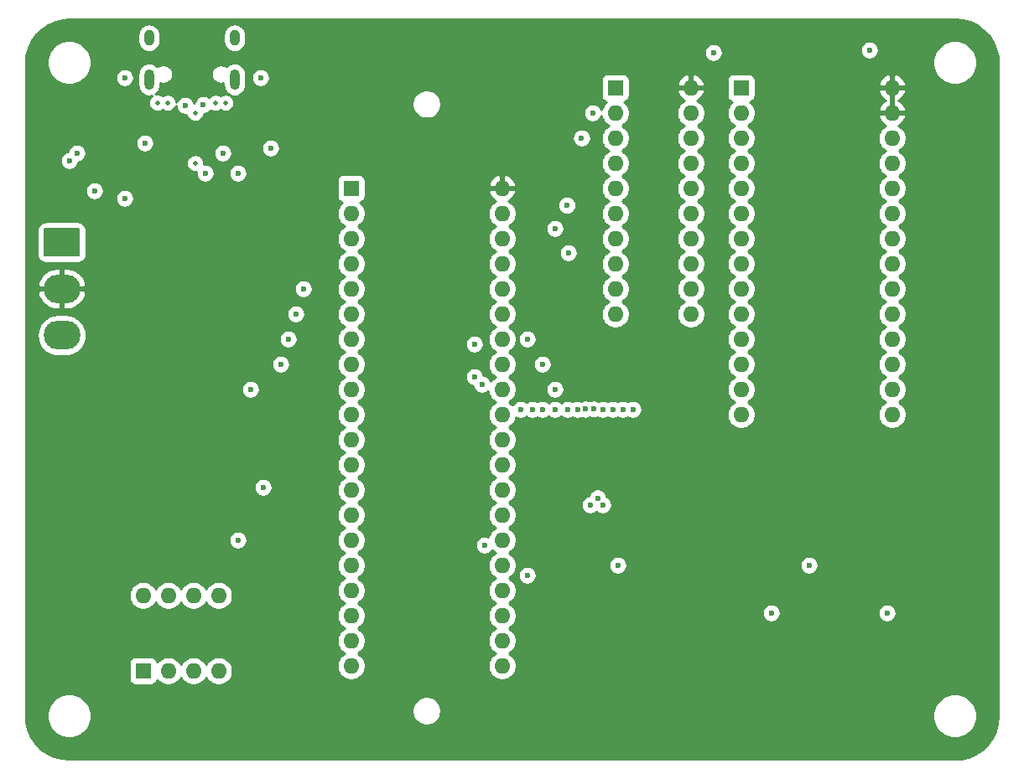
<source format=gbr>
%TF.GenerationSoftware,KiCad,Pcbnew,5.99.0+really5.1.10+dfsg1-1*%
%TF.CreationDate,2021-12-24T14:47:20+01:00*%
%TF.ProjectId,8051dumper,38303531-6475-46d7-9065-722e6b696361,1*%
%TF.SameCoordinates,PX60e4b00PYc1c9600*%
%TF.FileFunction,Copper,L3,Inr*%
%TF.FilePolarity,Positive*%
%FSLAX46Y46*%
G04 Gerber Fmt 4.6, Leading zero omitted, Abs format (unit mm)*
G04 Created by KiCad (PCBNEW 5.99.0+really5.1.10+dfsg1-1) date 2021-12-24 14:47:20*
%MOMM*%
%LPD*%
G01*
G04 APERTURE LIST*
%TA.AperFunction,ComponentPad*%
%ADD10O,1.600000X1.600000*%
%TD*%
%TA.AperFunction,ComponentPad*%
%ADD11R,1.600000X1.600000*%
%TD*%
%TA.AperFunction,ComponentPad*%
%ADD12O,1.000000X2.100000*%
%TD*%
%TA.AperFunction,ComponentPad*%
%ADD13O,1.000000X1.600000*%
%TD*%
%TA.AperFunction,ComponentPad*%
%ADD14O,3.708400X2.921000*%
%TD*%
%TA.AperFunction,ComponentPad*%
%ADD15O,1.600200X1.600200*%
%TD*%
%TA.AperFunction,ComponentPad*%
%ADD16R,1.600200X1.600200*%
%TD*%
%TA.AperFunction,ViaPad*%
%ADD17C,0.508000*%
%TD*%
%TA.AperFunction,ViaPad*%
%ADD18C,0.600000*%
%TD*%
%TA.AperFunction,Conductor*%
%ADD19C,0.254000*%
%TD*%
%TA.AperFunction,Conductor*%
%ADD20C,0.152400*%
%TD*%
G04 APERTURE END LIST*
D10*
%TO.N,~R4k*%
%TO.C,J1*%
X14560000Y17270000D03*
%TO.N,GND*%
X22180000Y9650000D03*
%TO.N,~R8k*%
X17100000Y17270000D03*
%TO.N,GND*%
X19640000Y9650000D03*
%TO.N,~R16k*%
X19640000Y17270000D03*
%TO.N,GND*%
X17100000Y9650000D03*
%TO.N,~R32k*%
X22180000Y17270000D03*
D11*
%TO.N,GND*%
X14560000Y9650000D03*
%TD*%
D12*
%TO.N,Net-(USB1-Pad13)*%
%TO.C,USB1*%
X23820000Y69420000D03*
X15180000Y69420000D03*
D13*
X23820000Y73600000D03*
X15180000Y73600000D03*
%TD*%
D10*
%TO.N,+5V*%
%TO.C,U2*%
X69850000Y68580000D03*
%TO.N,GND*%
X62230000Y45720000D03*
%TO.N,/A4*%
X69850000Y66040000D03*
%TO.N,/A3*%
X62230000Y48260000D03*
%TO.N,/AD4*%
X69850000Y63500000D03*
%TO.N,/AD3*%
X62230000Y50800000D03*
%TO.N,/AD5*%
X69850000Y60960000D03*
%TO.N,/AD2*%
X62230000Y53340000D03*
%TO.N,/A5*%
X69850000Y58420000D03*
%TO.N,/A2*%
X62230000Y55880000D03*
%TO.N,/A6*%
X69850000Y55880000D03*
%TO.N,/A1*%
X62230000Y58420000D03*
%TO.N,/AD6*%
X69850000Y53340000D03*
%TO.N,/AD1*%
X62230000Y60960000D03*
%TO.N,/AD7*%
X69850000Y50800000D03*
%TO.N,/AD0*%
X62230000Y63500000D03*
%TO.N,/A7*%
X69850000Y48260000D03*
%TO.N,/A0*%
X62230000Y66040000D03*
%TO.N,ALE*%
X69850000Y45720000D03*
D11*
%TO.N,GND*%
X62230000Y68580000D03*
%TD*%
D14*
%TO.N,GND*%
%TO.C,S1*%
X6350000Y43561000D03*
%TO.N,+5V*%
X6350000Y48260000D03*
%TO.N,VBUS*%
%TA.AperFunction,ComponentPad*%
G36*
G01*
X4749926Y54419500D02*
X7950074Y54419500D01*
G75*
G02*
X8204200Y54165374I0J-254126D01*
G01*
X8204200Y51752626D01*
G75*
G02*
X7950074Y51498500I-254126J0D01*
G01*
X4749926Y51498500D01*
G75*
G02*
X4495800Y51752626I0J254126D01*
G01*
X4495800Y54165374D01*
G75*
G02*
X4749926Y54419500I254126J0D01*
G01*
G37*
%TD.AperFunction*%
%TD*%
D10*
%TO.N,+5V*%
%TO.C,U3*%
X90170000Y68580000D03*
%TO.N,GND*%
X74930000Y35560000D03*
%TO.N,+5V*%
X90170000Y66040000D03*
%TO.N,/AD2*%
X74930000Y38100000D03*
%TO.N,/A13*%
X90170000Y63500000D03*
%TO.N,/AD1*%
X74930000Y40640000D03*
%TO.N,/A8*%
X90170000Y60960000D03*
%TO.N,/AD0*%
X74930000Y43180000D03*
%TO.N,/A9*%
X90170000Y58420000D03*
%TO.N,/A0*%
X74930000Y45720000D03*
%TO.N,/A11*%
X90170000Y55880000D03*
%TO.N,/A1*%
X74930000Y48260000D03*
%TO.N,~PSEN*%
X90170000Y53340000D03*
%TO.N,/A2*%
X74930000Y50800000D03*
%TO.N,/A10*%
X90170000Y50800000D03*
%TO.N,/A3*%
X74930000Y53340000D03*
%TO.N,GND*%
X90170000Y48260000D03*
%TO.N,/A4*%
X74930000Y55880000D03*
%TO.N,/AD7*%
X90170000Y45720000D03*
%TO.N,/A5*%
X74930000Y58420000D03*
%TO.N,/AD6*%
X90170000Y43180000D03*
%TO.N,/A6*%
X74930000Y60960000D03*
%TO.N,/AD5*%
X90170000Y40640000D03*
%TO.N,/A7*%
X74930000Y63500000D03*
%TO.N,/AD4*%
X90170000Y38100000D03*
%TO.N,/A12*%
X74930000Y66040000D03*
%TO.N,/AD3*%
X90170000Y35560000D03*
D11*
%TO.N,/A14*%
X74930000Y68580000D03*
%TD*%
D15*
%TO.N,+5V*%
%TO.C,U1*%
X50800000Y58420000D03*
%TO.N,GND*%
X35560000Y10160000D03*
%TO.N,/AD0*%
X50800000Y55880000D03*
%TO.N,GND*%
X35560000Y12700000D03*
%TO.N,/AD1*%
X50800000Y53340000D03*
%TO.N,/CLK*%
X35560000Y15240000D03*
%TO.N,/AD2*%
X50800000Y50800000D03*
%TO.N,Net-(U1-Pad17)*%
X35560000Y17780000D03*
%TO.N,/AD3*%
X50800000Y48260000D03*
%TO.N,Net-(U1-Pad16)*%
X35560000Y20320000D03*
%TO.N,/AD4*%
X50800000Y45720000D03*
%TO.N,Net-(U1-Pad15)*%
X35560000Y22860000D03*
%TO.N,/AD5*%
X50800000Y43180000D03*
%TO.N,Net-(U1-Pad14)*%
X35560000Y25400000D03*
%TO.N,/AD6*%
X50800000Y40640000D03*
%TO.N,Net-(U1-Pad13)*%
X35560000Y27940000D03*
%TO.N,/AD7*%
X50800000Y38100000D03*
%TO.N,Net-(U1-Pad12)*%
X35560000Y30480000D03*
%TO.N,/~EA*%
X50800000Y35560000D03*
%TO.N,TX*%
X35560000Y33020000D03*
%TO.N,ALE*%
X50800000Y33020000D03*
%TO.N,RX*%
X35560000Y35560000D03*
%TO.N,~PSEN*%
X50800000Y30480000D03*
%TO.N,RST*%
X35560000Y38100000D03*
%TO.N,Net-(U1-Pad28)*%
X50800000Y27940000D03*
%TO.N,~R4k*%
X35560000Y40640000D03*
%TO.N,/A14*%
X50800000Y25400000D03*
%TO.N,~R8k*%
X35560000Y43180000D03*
%TO.N,/A13*%
X50800000Y22860000D03*
%TO.N,~R16k*%
X35560000Y45720000D03*
%TO.N,/A12*%
X50800000Y20320000D03*
%TO.N,~R32k*%
X35560000Y48260000D03*
%TO.N,/A11*%
X50800000Y17780000D03*
%TO.N,~GRNBTN*%
X35560000Y50800000D03*
%TO.N,/A10*%
X50800000Y15240000D03*
%TO.N,~GRNLED*%
X35560000Y53340000D03*
%TO.N,/A9*%
X50800000Y12700000D03*
%TO.N,~REDLED*%
X35560000Y55880000D03*
%TO.N,/A8*%
X50800000Y10160000D03*
D16*
%TO.N,EA*%
X35560000Y58420000D03*
%TD*%
D17*
%TO.N,GND*%
X19812000Y60960000D03*
X16002000Y67056000D03*
X22860000Y67056000D03*
D18*
X12700000Y69596000D03*
X26416000Y69596000D03*
X22606000Y61976000D03*
X25400000Y38100000D03*
X7112000Y61214000D03*
X7874000Y61976000D03*
X14732000Y62992000D03*
X72136000Y72136000D03*
X87884000Y72390000D03*
X24130000Y22860000D03*
X20828000Y59944000D03*
X62484000Y20320000D03*
X81788000Y20320000D03*
X77978000Y15494000D03*
X89662000Y15494000D03*
X24130000Y59944000D03*
X26670000Y28194000D03*
X57346306Y56699694D03*
%TO.N,+5V*%
X14732000Y58928000D03*
X18657999Y59944000D03*
X18034000Y59944000D03*
X25400000Y36322000D03*
X5588000Y63500000D03*
X29210000Y25400000D03*
X58674000Y15494000D03*
X70358000Y15494000D03*
X67056000Y25400000D03*
X86360000Y25400000D03*
X27686000Y60198000D03*
X25400000Y48260000D03*
X25400000Y45720000D03*
X25400000Y43180000D03*
X25400000Y40640000D03*
X25805265Y27496722D03*
X25746000Y50800000D03*
%TO.N,~REDLED*%
X60960000Y26416000D03*
X48006000Y42672000D03*
%TO.N,~GRNLED*%
X48768000Y38608000D03*
X60452000Y27111858D03*
%TO.N,~GRNBTN*%
X48006000Y39370000D03*
X59690000Y26416000D03*
%TO.N,/AD0*%
X59242039Y36090278D03*
X58835990Y63500000D03*
%TO.N,/AD1*%
X58420000Y36068000D03*
X56134001Y54356001D03*
%TO.N,/AD2*%
X57404000Y36068000D03*
X57488001Y51900001D03*
%TO.N,/AD4*%
X52670010Y36068000D03*
%TO.N,/AD5*%
X53848000Y36068000D03*
X53340000Y43180000D03*
%TO.N,/AD6*%
X54864000Y36068000D03*
X54864000Y40640000D03*
%TO.N,/AD7*%
X56134000Y36068000D03*
X56134000Y38100000D03*
%TO.N,ALE*%
X64008000Y36068000D03*
%TO.N,~PSEN*%
X53340000Y19304000D03*
X49022000Y22351996D03*
%TO.N,/A3*%
X62992000Y36068000D03*
%TO.N,/A2*%
X61976000Y36068000D03*
%TO.N,/A1*%
X60960000Y36068000D03*
%TO.N,/A0*%
X59944000Y66040000D03*
X60079352Y36100104D03*
%TO.N,~R4k*%
X28448006Y40640000D03*
%TO.N,~R8k*%
X29210000Y43179996D03*
%TO.N,~R16k*%
X29972000Y45720000D03*
%TO.N,~R32k*%
X30734000Y48260000D03*
D17*
%TO.N,Net-(F1-Pad2)*%
X21844000Y67056000D03*
X17018000Y67056000D03*
X19812000Y66040000D03*
D18*
%TO.N,Net-(U4-Pad6)*%
X18796000Y66802000D03*
X20640117Y66880351D03*
%TO.N,VBUS*%
X27432000Y62484000D03*
X12700000Y57404000D03*
X9652000Y58166000D03*
%TD*%
D19*
%TO.N,+5V*%
X97293358Y75418158D02*
X98042277Y75213277D01*
X98743072Y74879014D01*
X99373605Y74425931D01*
X99913934Y73868355D01*
X100346989Y73223901D01*
X100659073Y72512956D01*
X100841640Y71752507D01*
X100890001Y71093956D01*
X100890000Y5111618D01*
X100818158Y4306641D01*
X100613277Y3557723D01*
X100279013Y2856925D01*
X99825931Y2226395D01*
X99268354Y1686065D01*
X98623901Y1253011D01*
X97912956Y940927D01*
X97152506Y758360D01*
X96493968Y710000D01*
X7111618Y710000D01*
X6306641Y781842D01*
X5557723Y986723D01*
X4856925Y1320987D01*
X4226395Y1774069D01*
X3686065Y2331646D01*
X3253011Y2976099D01*
X2940927Y3687044D01*
X2758360Y4447494D01*
X2710000Y5106032D01*
X2710000Y5300128D01*
X4845000Y5300128D01*
X4845000Y4859872D01*
X4930890Y4428075D01*
X5099369Y4021331D01*
X5343962Y3655271D01*
X5655271Y3343962D01*
X6021331Y3099369D01*
X6428075Y2930890D01*
X6859872Y2845000D01*
X7300128Y2845000D01*
X7731925Y2930890D01*
X8138669Y3099369D01*
X8504729Y3343962D01*
X8816038Y3655271D01*
X9060631Y4021331D01*
X9229110Y4428075D01*
X9315000Y4859872D01*
X9315000Y5300128D01*
X9229126Y5731847D01*
X41719500Y5731847D01*
X41719500Y5444153D01*
X41775626Y5161988D01*
X41885721Y4896194D01*
X42045555Y4656985D01*
X42248985Y4453555D01*
X42488194Y4293721D01*
X42753988Y4183626D01*
X43036153Y4127500D01*
X43323847Y4127500D01*
X43606012Y4183626D01*
X43871806Y4293721D01*
X44111015Y4453555D01*
X44314445Y4656985D01*
X44474279Y4896194D01*
X44584374Y5161988D01*
X44611851Y5300128D01*
X94285000Y5300128D01*
X94285000Y4859872D01*
X94370890Y4428075D01*
X94539369Y4021331D01*
X94783962Y3655271D01*
X95095271Y3343962D01*
X95461331Y3099369D01*
X95868075Y2930890D01*
X96299872Y2845000D01*
X96740128Y2845000D01*
X97171925Y2930890D01*
X97578669Y3099369D01*
X97944729Y3343962D01*
X98256038Y3655271D01*
X98500631Y4021331D01*
X98669110Y4428075D01*
X98755000Y4859872D01*
X98755000Y5300128D01*
X98669110Y5731925D01*
X98500631Y6138669D01*
X98256038Y6504729D01*
X97944729Y6816038D01*
X97578669Y7060631D01*
X97171925Y7229110D01*
X96740128Y7315000D01*
X96299872Y7315000D01*
X95868075Y7229110D01*
X95461331Y7060631D01*
X95095271Y6816038D01*
X94783962Y6504729D01*
X94539369Y6138669D01*
X94370890Y5731925D01*
X94285000Y5300128D01*
X44611851Y5300128D01*
X44640500Y5444153D01*
X44640500Y5731847D01*
X44584374Y6014012D01*
X44474279Y6279806D01*
X44314445Y6519015D01*
X44111015Y6722445D01*
X43871806Y6882279D01*
X43606012Y6992374D01*
X43323847Y7048500D01*
X43036153Y7048500D01*
X42753988Y6992374D01*
X42488194Y6882279D01*
X42248985Y6722445D01*
X42045555Y6519015D01*
X41885721Y6279806D01*
X41775626Y6014012D01*
X41719500Y5731847D01*
X9229126Y5731847D01*
X9229110Y5731925D01*
X9060631Y6138669D01*
X8816038Y6504729D01*
X8504729Y6816038D01*
X8138669Y7060631D01*
X7731925Y7229110D01*
X7300128Y7315000D01*
X6859872Y7315000D01*
X6428075Y7229110D01*
X6021331Y7060631D01*
X5655271Y6816038D01*
X5343962Y6504729D01*
X5099369Y6138669D01*
X4930890Y5731925D01*
X4845000Y5300128D01*
X2710000Y5300128D01*
X2710000Y10450000D01*
X13121928Y10450000D01*
X13121928Y8850000D01*
X13134188Y8725518D01*
X13170498Y8605820D01*
X13229463Y8495506D01*
X13308815Y8398815D01*
X13405506Y8319463D01*
X13515820Y8260498D01*
X13635518Y8224188D01*
X13760000Y8211928D01*
X15360000Y8211928D01*
X15484482Y8224188D01*
X15604180Y8260498D01*
X15714494Y8319463D01*
X15811185Y8398815D01*
X15890537Y8495506D01*
X15949502Y8605820D01*
X15985812Y8725518D01*
X15986643Y8733961D01*
X16185241Y8535363D01*
X16420273Y8378320D01*
X16681426Y8270147D01*
X16958665Y8215000D01*
X17241335Y8215000D01*
X17518574Y8270147D01*
X17779727Y8378320D01*
X18014759Y8535363D01*
X18214637Y8735241D01*
X18370000Y8967759D01*
X18525363Y8735241D01*
X18725241Y8535363D01*
X18960273Y8378320D01*
X19221426Y8270147D01*
X19498665Y8215000D01*
X19781335Y8215000D01*
X20058574Y8270147D01*
X20319727Y8378320D01*
X20554759Y8535363D01*
X20754637Y8735241D01*
X20910000Y8967759D01*
X21065363Y8735241D01*
X21265241Y8535363D01*
X21500273Y8378320D01*
X21761426Y8270147D01*
X22038665Y8215000D01*
X22321335Y8215000D01*
X22598574Y8270147D01*
X22859727Y8378320D01*
X23094759Y8535363D01*
X23294637Y8735241D01*
X23451680Y8970273D01*
X23559853Y9231426D01*
X23615000Y9508665D01*
X23615000Y9791335D01*
X23559853Y10068574D01*
X23451680Y10329727D01*
X23294637Y10564759D01*
X23094759Y10764637D01*
X22859727Y10921680D01*
X22598574Y11029853D01*
X22321335Y11085000D01*
X22038665Y11085000D01*
X21761426Y11029853D01*
X21500273Y10921680D01*
X21265241Y10764637D01*
X21065363Y10564759D01*
X20910000Y10332241D01*
X20754637Y10564759D01*
X20554759Y10764637D01*
X20319727Y10921680D01*
X20058574Y11029853D01*
X19781335Y11085000D01*
X19498665Y11085000D01*
X19221426Y11029853D01*
X18960273Y10921680D01*
X18725241Y10764637D01*
X18525363Y10564759D01*
X18370000Y10332241D01*
X18214637Y10564759D01*
X18014759Y10764637D01*
X17779727Y10921680D01*
X17518574Y11029853D01*
X17241335Y11085000D01*
X16958665Y11085000D01*
X16681426Y11029853D01*
X16420273Y10921680D01*
X16185241Y10764637D01*
X15986643Y10566039D01*
X15985812Y10574482D01*
X15949502Y10694180D01*
X15890537Y10804494D01*
X15811185Y10901185D01*
X15714494Y10980537D01*
X15604180Y11039502D01*
X15484482Y11075812D01*
X15360000Y11088072D01*
X13760000Y11088072D01*
X13635518Y11075812D01*
X13515820Y11039502D01*
X13405506Y10980537D01*
X13308815Y10901185D01*
X13229463Y10804494D01*
X13170498Y10694180D01*
X13134188Y10574482D01*
X13121928Y10450000D01*
X2710000Y10450000D01*
X2710000Y17411335D01*
X13125000Y17411335D01*
X13125000Y17128665D01*
X13180147Y16851426D01*
X13288320Y16590273D01*
X13445363Y16355241D01*
X13645241Y16155363D01*
X13880273Y15998320D01*
X14141426Y15890147D01*
X14418665Y15835000D01*
X14701335Y15835000D01*
X14978574Y15890147D01*
X15239727Y15998320D01*
X15474759Y16155363D01*
X15674637Y16355241D01*
X15830000Y16587759D01*
X15985363Y16355241D01*
X16185241Y16155363D01*
X16420273Y15998320D01*
X16681426Y15890147D01*
X16958665Y15835000D01*
X17241335Y15835000D01*
X17518574Y15890147D01*
X17779727Y15998320D01*
X18014759Y16155363D01*
X18214637Y16355241D01*
X18370000Y16587759D01*
X18525363Y16355241D01*
X18725241Y16155363D01*
X18960273Y15998320D01*
X19221426Y15890147D01*
X19498665Y15835000D01*
X19781335Y15835000D01*
X20058574Y15890147D01*
X20319727Y15998320D01*
X20554759Y16155363D01*
X20754637Y16355241D01*
X20910000Y16587759D01*
X21065363Y16355241D01*
X21265241Y16155363D01*
X21500273Y15998320D01*
X21761426Y15890147D01*
X22038665Y15835000D01*
X22321335Y15835000D01*
X22598574Y15890147D01*
X22859727Y15998320D01*
X23094759Y16155363D01*
X23294637Y16355241D01*
X23451680Y16590273D01*
X23559853Y16851426D01*
X23615000Y17128665D01*
X23615000Y17411335D01*
X23559853Y17688574D01*
X23451680Y17949727D01*
X23294637Y18184759D01*
X23094759Y18384637D01*
X22859727Y18541680D01*
X22598574Y18649853D01*
X22321335Y18705000D01*
X22038665Y18705000D01*
X21761426Y18649853D01*
X21500273Y18541680D01*
X21265241Y18384637D01*
X21065363Y18184759D01*
X20910000Y17952241D01*
X20754637Y18184759D01*
X20554759Y18384637D01*
X20319727Y18541680D01*
X20058574Y18649853D01*
X19781335Y18705000D01*
X19498665Y18705000D01*
X19221426Y18649853D01*
X18960273Y18541680D01*
X18725241Y18384637D01*
X18525363Y18184759D01*
X18370000Y17952241D01*
X18214637Y18184759D01*
X18014759Y18384637D01*
X17779727Y18541680D01*
X17518574Y18649853D01*
X17241335Y18705000D01*
X16958665Y18705000D01*
X16681426Y18649853D01*
X16420273Y18541680D01*
X16185241Y18384637D01*
X15985363Y18184759D01*
X15830000Y17952241D01*
X15674637Y18184759D01*
X15474759Y18384637D01*
X15239727Y18541680D01*
X14978574Y18649853D01*
X14701335Y18705000D01*
X14418665Y18705000D01*
X14141426Y18649853D01*
X13880273Y18541680D01*
X13645241Y18384637D01*
X13445363Y18184759D01*
X13288320Y17949727D01*
X13180147Y17688574D01*
X13125000Y17411335D01*
X2710000Y17411335D01*
X2710000Y22952089D01*
X23195000Y22952089D01*
X23195000Y22767911D01*
X23230932Y22587271D01*
X23301414Y22417111D01*
X23403738Y22263972D01*
X23533972Y22133738D01*
X23687111Y22031414D01*
X23857271Y21960932D01*
X24037911Y21925000D01*
X24222089Y21925000D01*
X24402729Y21960932D01*
X24572889Y22031414D01*
X24726028Y22133738D01*
X24856262Y22263972D01*
X24958586Y22417111D01*
X25029068Y22587271D01*
X25065000Y22767911D01*
X25065000Y22952089D01*
X25029068Y23132729D01*
X24958586Y23302889D01*
X24856262Y23456028D01*
X24726028Y23586262D01*
X24572889Y23688586D01*
X24402729Y23759068D01*
X24222089Y23795000D01*
X24037911Y23795000D01*
X23857271Y23759068D01*
X23687111Y23688586D01*
X23533972Y23586262D01*
X23403738Y23456028D01*
X23301414Y23302889D01*
X23230932Y23132729D01*
X23195000Y22952089D01*
X2710000Y22952089D01*
X2710000Y28286089D01*
X25735000Y28286089D01*
X25735000Y28101911D01*
X25770932Y27921271D01*
X25841414Y27751111D01*
X25943738Y27597972D01*
X26073972Y27467738D01*
X26227111Y27365414D01*
X26397271Y27294932D01*
X26577911Y27259000D01*
X26762089Y27259000D01*
X26942729Y27294932D01*
X27112889Y27365414D01*
X27266028Y27467738D01*
X27396262Y27597972D01*
X27498586Y27751111D01*
X27569068Y27921271D01*
X27605000Y28101911D01*
X27605000Y28286089D01*
X27569068Y28466729D01*
X27498586Y28636889D01*
X27396262Y28790028D01*
X27266028Y28920262D01*
X27112889Y29022586D01*
X26942729Y29093068D01*
X26762089Y29129000D01*
X26577911Y29129000D01*
X26397271Y29093068D01*
X26227111Y29022586D01*
X26073972Y28920262D01*
X25943738Y28790028D01*
X25841414Y28636889D01*
X25770932Y28466729D01*
X25735000Y28286089D01*
X2710000Y28286089D01*
X2710000Y38192089D01*
X24465000Y38192089D01*
X24465000Y38007911D01*
X24500932Y37827271D01*
X24571414Y37657111D01*
X24673738Y37503972D01*
X24803972Y37373738D01*
X24957111Y37271414D01*
X25127271Y37200932D01*
X25307911Y37165000D01*
X25492089Y37165000D01*
X25672729Y37200932D01*
X25842889Y37271414D01*
X25996028Y37373738D01*
X26126262Y37503972D01*
X26228586Y37657111D01*
X26299068Y37827271D01*
X26335000Y38007911D01*
X26335000Y38192089D01*
X26299068Y38372729D01*
X26228586Y38542889D01*
X26126262Y38696028D01*
X25996028Y38826262D01*
X25842889Y38928586D01*
X25672729Y38999068D01*
X25492089Y39035000D01*
X25307911Y39035000D01*
X25127271Y38999068D01*
X24957111Y38928586D01*
X24803972Y38826262D01*
X24673738Y38696028D01*
X24571414Y38542889D01*
X24500932Y38372729D01*
X24465000Y38192089D01*
X2710000Y38192089D01*
X2710000Y40732089D01*
X27513006Y40732089D01*
X27513006Y40547911D01*
X27548938Y40367271D01*
X27619420Y40197111D01*
X27721744Y40043972D01*
X27851978Y39913738D01*
X28005117Y39811414D01*
X28175277Y39740932D01*
X28355917Y39705000D01*
X28540095Y39705000D01*
X28720735Y39740932D01*
X28890895Y39811414D01*
X29044034Y39913738D01*
X29174268Y40043972D01*
X29276592Y40197111D01*
X29347074Y40367271D01*
X29383006Y40547911D01*
X29383006Y40732089D01*
X29347074Y40912729D01*
X29276592Y41082889D01*
X29174268Y41236028D01*
X29044034Y41366262D01*
X28890895Y41468586D01*
X28720735Y41539068D01*
X28540095Y41575000D01*
X28355917Y41575000D01*
X28175277Y41539068D01*
X28005117Y41468586D01*
X27851978Y41366262D01*
X27721744Y41236028D01*
X27619420Y41082889D01*
X27548938Y40912729D01*
X27513006Y40732089D01*
X2710000Y40732089D01*
X2710000Y43561000D01*
X3850661Y43561000D01*
X3891120Y43150210D01*
X4010943Y42755207D01*
X4205525Y42391170D01*
X4467388Y42072088D01*
X4786470Y41810225D01*
X5150507Y41615643D01*
X5545510Y41495820D01*
X5853356Y41465500D01*
X6846644Y41465500D01*
X7154490Y41495820D01*
X7549493Y41615643D01*
X7913530Y41810225D01*
X8232612Y42072088D01*
X8494475Y42391170D01*
X8689057Y42755207D01*
X8808880Y43150210D01*
X8820883Y43272085D01*
X28275000Y43272085D01*
X28275000Y43087907D01*
X28310932Y42907267D01*
X28381414Y42737107D01*
X28483738Y42583968D01*
X28613972Y42453734D01*
X28767111Y42351410D01*
X28937271Y42280928D01*
X29117911Y42244996D01*
X29302089Y42244996D01*
X29482729Y42280928D01*
X29652889Y42351410D01*
X29806028Y42453734D01*
X29936262Y42583968D01*
X30038586Y42737107D01*
X30109068Y42907267D01*
X30145000Y43087907D01*
X30145000Y43272085D01*
X30109068Y43452725D01*
X30038586Y43622885D01*
X29936262Y43776024D01*
X29806028Y43906258D01*
X29652889Y44008582D01*
X29482729Y44079064D01*
X29302089Y44114996D01*
X29117911Y44114996D01*
X28937271Y44079064D01*
X28767111Y44008582D01*
X28613972Y43906258D01*
X28483738Y43776024D01*
X28381414Y43622885D01*
X28310932Y43452725D01*
X28275000Y43272085D01*
X8820883Y43272085D01*
X8849339Y43561000D01*
X8808880Y43971790D01*
X8689057Y44366793D01*
X8494475Y44730830D01*
X8232612Y45049912D01*
X7913530Y45311775D01*
X7549493Y45506357D01*
X7154490Y45626180D01*
X6846644Y45656500D01*
X5853356Y45656500D01*
X5545510Y45626180D01*
X5150507Y45506357D01*
X4786470Y45311775D01*
X4467388Y45049912D01*
X4205525Y44730830D01*
X4010943Y44366793D01*
X3891120Y43971790D01*
X3850661Y43561000D01*
X2710000Y43561000D01*
X2710000Y45812089D01*
X29037000Y45812089D01*
X29037000Y45627911D01*
X29072932Y45447271D01*
X29143414Y45277111D01*
X29245738Y45123972D01*
X29375972Y44993738D01*
X29529111Y44891414D01*
X29699271Y44820932D01*
X29879911Y44785000D01*
X30064089Y44785000D01*
X30244729Y44820932D01*
X30414889Y44891414D01*
X30568028Y44993738D01*
X30698262Y45123972D01*
X30800586Y45277111D01*
X30871068Y45447271D01*
X30907000Y45627911D01*
X30907000Y45812089D01*
X30871068Y45992729D01*
X30800586Y46162889D01*
X30698262Y46316028D01*
X30568028Y46446262D01*
X30414889Y46548586D01*
X30244729Y46619068D01*
X30064089Y46655000D01*
X29879911Y46655000D01*
X29699271Y46619068D01*
X29529111Y46548586D01*
X29375972Y46446262D01*
X29245738Y46316028D01*
X29143414Y46162889D01*
X29072932Y45992729D01*
X29037000Y45812089D01*
X2710000Y45812089D01*
X2710000Y47807358D01*
X3910271Y47807358D01*
X3971710Y47575419D01*
X4143398Y47201399D01*
X4384755Y46868060D01*
X4686506Y46588213D01*
X5037054Y46372611D01*
X5422928Y46229541D01*
X5829300Y46164500D01*
X6223000Y46164500D01*
X6223000Y48133000D01*
X6477000Y48133000D01*
X6477000Y46164500D01*
X6870700Y46164500D01*
X7277072Y46229541D01*
X7662946Y46372611D01*
X8013494Y46588213D01*
X8315245Y46868060D01*
X8556602Y47201399D01*
X8728290Y47575419D01*
X8789729Y47807358D01*
X8676282Y48133000D01*
X6477000Y48133000D01*
X6223000Y48133000D01*
X4023718Y48133000D01*
X3910271Y47807358D01*
X2710000Y47807358D01*
X2710000Y48352089D01*
X29799000Y48352089D01*
X29799000Y48167911D01*
X29834932Y47987271D01*
X29905414Y47817111D01*
X30007738Y47663972D01*
X30137972Y47533738D01*
X30291111Y47431414D01*
X30461271Y47360932D01*
X30641911Y47325000D01*
X30826089Y47325000D01*
X31006729Y47360932D01*
X31176889Y47431414D01*
X31330028Y47533738D01*
X31460262Y47663972D01*
X31562586Y47817111D01*
X31633068Y47987271D01*
X31669000Y48167911D01*
X31669000Y48352089D01*
X31633068Y48532729D01*
X31562586Y48702889D01*
X31460262Y48856028D01*
X31330028Y48986262D01*
X31176889Y49088586D01*
X31006729Y49159068D01*
X30826089Y49195000D01*
X30641911Y49195000D01*
X30461271Y49159068D01*
X30291111Y49088586D01*
X30137972Y48986262D01*
X30007738Y48856028D01*
X29905414Y48702889D01*
X29834932Y48532729D01*
X29799000Y48352089D01*
X2710000Y48352089D01*
X2710000Y48712642D01*
X3910271Y48712642D01*
X4023718Y48387000D01*
X6223000Y48387000D01*
X6223000Y50355500D01*
X6477000Y50355500D01*
X6477000Y48387000D01*
X8676282Y48387000D01*
X8789729Y48712642D01*
X8728290Y48944581D01*
X8556602Y49318601D01*
X8315245Y49651940D01*
X8013494Y49931787D01*
X7662946Y50147389D01*
X7277072Y50290459D01*
X6870700Y50355500D01*
X6477000Y50355500D01*
X6223000Y50355500D01*
X5829300Y50355500D01*
X5422928Y50290459D01*
X5037054Y50147389D01*
X4686506Y49931787D01*
X4384755Y49651940D01*
X4143398Y49318601D01*
X3971710Y48944581D01*
X3910271Y48712642D01*
X2710000Y48712642D01*
X2710000Y54165374D01*
X3857728Y54165374D01*
X3857728Y51752626D01*
X3874871Y51578567D01*
X3925643Y51411197D01*
X4008090Y51256947D01*
X4119047Y51121747D01*
X4254247Y51010790D01*
X4408497Y50928343D01*
X4575867Y50877571D01*
X4749926Y50860428D01*
X7950074Y50860428D01*
X8124133Y50877571D01*
X8291503Y50928343D01*
X8445753Y51010790D01*
X8580953Y51121747D01*
X8691910Y51256947D01*
X8774357Y51411197D01*
X8825129Y51578567D01*
X8842272Y51752626D01*
X8842272Y54165374D01*
X8825129Y54339433D01*
X8774357Y54506803D01*
X8691910Y54661053D01*
X8580953Y54796253D01*
X8445753Y54907210D01*
X8291503Y54989657D01*
X8124133Y55040429D01*
X7950074Y55057572D01*
X4749926Y55057572D01*
X4575867Y55040429D01*
X4408497Y54989657D01*
X4254247Y54907210D01*
X4119047Y54796253D01*
X4008090Y54661053D01*
X3925643Y54506803D01*
X3874871Y54339433D01*
X3857728Y54165374D01*
X2710000Y54165374D01*
X2710000Y58258089D01*
X8717000Y58258089D01*
X8717000Y58073911D01*
X8752932Y57893271D01*
X8823414Y57723111D01*
X8925738Y57569972D01*
X9055972Y57439738D01*
X9209111Y57337414D01*
X9379271Y57266932D01*
X9559911Y57231000D01*
X9744089Y57231000D01*
X9924729Y57266932D01*
X10094889Y57337414D01*
X10248028Y57439738D01*
X10304379Y57496089D01*
X11765000Y57496089D01*
X11765000Y57311911D01*
X11800932Y57131271D01*
X11871414Y56961111D01*
X11973738Y56807972D01*
X12103972Y56677738D01*
X12257111Y56575414D01*
X12427271Y56504932D01*
X12607911Y56469000D01*
X12792089Y56469000D01*
X12972729Y56504932D01*
X13142889Y56575414D01*
X13296028Y56677738D01*
X13426262Y56807972D01*
X13528586Y56961111D01*
X13599068Y57131271D01*
X13635000Y57311911D01*
X13635000Y57496089D01*
X13599068Y57676729D01*
X13528586Y57846889D01*
X13426262Y58000028D01*
X13296028Y58130262D01*
X13142889Y58232586D01*
X12972729Y58303068D01*
X12792089Y58339000D01*
X12607911Y58339000D01*
X12427271Y58303068D01*
X12257111Y58232586D01*
X12103972Y58130262D01*
X11973738Y58000028D01*
X11871414Y57846889D01*
X11800932Y57676729D01*
X11765000Y57496089D01*
X10304379Y57496089D01*
X10378262Y57569972D01*
X10480586Y57723111D01*
X10551068Y57893271D01*
X10587000Y58073911D01*
X10587000Y58258089D01*
X10551068Y58438729D01*
X10480586Y58608889D01*
X10378262Y58762028D01*
X10248028Y58892262D01*
X10094889Y58994586D01*
X9924729Y59065068D01*
X9744089Y59101000D01*
X9559911Y59101000D01*
X9379271Y59065068D01*
X9209111Y58994586D01*
X9055972Y58892262D01*
X8925738Y58762028D01*
X8823414Y58608889D01*
X8752932Y58438729D01*
X8717000Y58258089D01*
X2710000Y58258089D01*
X2710000Y61306089D01*
X6177000Y61306089D01*
X6177000Y61121911D01*
X6212932Y60941271D01*
X6283414Y60771111D01*
X6385738Y60617972D01*
X6515972Y60487738D01*
X6669111Y60385414D01*
X6839271Y60314932D01*
X7019911Y60279000D01*
X7204089Y60279000D01*
X7384729Y60314932D01*
X7554889Y60385414D01*
X7708028Y60487738D01*
X7838262Y60617972D01*
X7940586Y60771111D01*
X8011068Y60941271D01*
X8032210Y61047559D01*
X18923000Y61047559D01*
X18923000Y60872441D01*
X18957164Y60700688D01*
X19024179Y60538901D01*
X19121469Y60393296D01*
X19245296Y60269469D01*
X19390901Y60172179D01*
X19552688Y60105164D01*
X19724441Y60071000D01*
X19899559Y60071000D01*
X19899960Y60071080D01*
X19893000Y60036089D01*
X19893000Y59851911D01*
X19928932Y59671271D01*
X19999414Y59501111D01*
X20101738Y59347972D01*
X20231972Y59217738D01*
X20385111Y59115414D01*
X20555271Y59044932D01*
X20735911Y59009000D01*
X20920089Y59009000D01*
X21100729Y59044932D01*
X21270889Y59115414D01*
X21424028Y59217738D01*
X21554262Y59347972D01*
X21656586Y59501111D01*
X21727068Y59671271D01*
X21763000Y59851911D01*
X21763000Y60036089D01*
X23195000Y60036089D01*
X23195000Y59851911D01*
X23230932Y59671271D01*
X23301414Y59501111D01*
X23403738Y59347972D01*
X23533972Y59217738D01*
X23687111Y59115414D01*
X23857271Y59044932D01*
X24037911Y59009000D01*
X24222089Y59009000D01*
X24402729Y59044932D01*
X24572889Y59115414D01*
X24726028Y59217738D01*
X24728390Y59220100D01*
X34121828Y59220100D01*
X34121828Y57619900D01*
X34134088Y57495418D01*
X34170398Y57375720D01*
X34229363Y57265406D01*
X34308715Y57168715D01*
X34405406Y57089363D01*
X34515720Y57030398D01*
X34635418Y56994088D01*
X34643731Y56993269D01*
X34445285Y56794823D01*
X34288231Y56559775D01*
X34180050Y56298603D01*
X34124900Y56021345D01*
X34124900Y55738655D01*
X34180050Y55461397D01*
X34288231Y55200225D01*
X34445285Y54965177D01*
X34645177Y54765285D01*
X34877578Y54610000D01*
X34645177Y54454715D01*
X34445285Y54254823D01*
X34288231Y54019775D01*
X34180050Y53758603D01*
X34124900Y53481345D01*
X34124900Y53198655D01*
X34180050Y52921397D01*
X34288231Y52660225D01*
X34445285Y52425177D01*
X34645177Y52225285D01*
X34877578Y52070000D01*
X34645177Y51914715D01*
X34445285Y51714823D01*
X34288231Y51479775D01*
X34180050Y51218603D01*
X34124900Y50941345D01*
X34124900Y50658655D01*
X34180050Y50381397D01*
X34288231Y50120225D01*
X34445285Y49885177D01*
X34645177Y49685285D01*
X34877578Y49530000D01*
X34645177Y49374715D01*
X34445285Y49174823D01*
X34288231Y48939775D01*
X34180050Y48678603D01*
X34124900Y48401345D01*
X34124900Y48118655D01*
X34180050Y47841397D01*
X34288231Y47580225D01*
X34445285Y47345177D01*
X34645177Y47145285D01*
X34877578Y46990000D01*
X34645177Y46834715D01*
X34445285Y46634823D01*
X34288231Y46399775D01*
X34180050Y46138603D01*
X34124900Y45861345D01*
X34124900Y45578655D01*
X34180050Y45301397D01*
X34288231Y45040225D01*
X34445285Y44805177D01*
X34645177Y44605285D01*
X34877578Y44450000D01*
X34645177Y44294715D01*
X34445285Y44094823D01*
X34288231Y43859775D01*
X34180050Y43598603D01*
X34124900Y43321345D01*
X34124900Y43038655D01*
X34180050Y42761397D01*
X34288231Y42500225D01*
X34445285Y42265177D01*
X34645177Y42065285D01*
X34877578Y41910000D01*
X34645177Y41754715D01*
X34445285Y41554823D01*
X34288231Y41319775D01*
X34180050Y41058603D01*
X34124900Y40781345D01*
X34124900Y40498655D01*
X34180050Y40221397D01*
X34288231Y39960225D01*
X34445285Y39725177D01*
X34645177Y39525285D01*
X34877578Y39370000D01*
X34645177Y39214715D01*
X34445285Y39014823D01*
X34288231Y38779775D01*
X34180050Y38518603D01*
X34124900Y38241345D01*
X34124900Y37958655D01*
X34180050Y37681397D01*
X34288231Y37420225D01*
X34445285Y37185177D01*
X34645177Y36985285D01*
X34877578Y36830000D01*
X34645177Y36674715D01*
X34445285Y36474823D01*
X34288231Y36239775D01*
X34180050Y35978603D01*
X34124900Y35701345D01*
X34124900Y35418655D01*
X34180050Y35141397D01*
X34288231Y34880225D01*
X34445285Y34645177D01*
X34645177Y34445285D01*
X34877578Y34290000D01*
X34645177Y34134715D01*
X34445285Y33934823D01*
X34288231Y33699775D01*
X34180050Y33438603D01*
X34124900Y33161345D01*
X34124900Y32878655D01*
X34180050Y32601397D01*
X34288231Y32340225D01*
X34445285Y32105177D01*
X34645177Y31905285D01*
X34877578Y31750000D01*
X34645177Y31594715D01*
X34445285Y31394823D01*
X34288231Y31159775D01*
X34180050Y30898603D01*
X34124900Y30621345D01*
X34124900Y30338655D01*
X34180050Y30061397D01*
X34288231Y29800225D01*
X34445285Y29565177D01*
X34645177Y29365285D01*
X34877578Y29210000D01*
X34645177Y29054715D01*
X34445285Y28854823D01*
X34288231Y28619775D01*
X34180050Y28358603D01*
X34124900Y28081345D01*
X34124900Y27798655D01*
X34180050Y27521397D01*
X34288231Y27260225D01*
X34445285Y27025177D01*
X34645177Y26825285D01*
X34877578Y26670000D01*
X34645177Y26514715D01*
X34445285Y26314823D01*
X34288231Y26079775D01*
X34180050Y25818603D01*
X34124900Y25541345D01*
X34124900Y25258655D01*
X34180050Y24981397D01*
X34288231Y24720225D01*
X34445285Y24485177D01*
X34645177Y24285285D01*
X34877578Y24130000D01*
X34645177Y23974715D01*
X34445285Y23774823D01*
X34288231Y23539775D01*
X34180050Y23278603D01*
X34124900Y23001345D01*
X34124900Y22718655D01*
X34180050Y22441397D01*
X34288231Y22180225D01*
X34445285Y21945177D01*
X34645177Y21745285D01*
X34877578Y21590000D01*
X34645177Y21434715D01*
X34445285Y21234823D01*
X34288231Y20999775D01*
X34180050Y20738603D01*
X34124900Y20461345D01*
X34124900Y20178655D01*
X34180050Y19901397D01*
X34288231Y19640225D01*
X34445285Y19405177D01*
X34645177Y19205285D01*
X34877578Y19050000D01*
X34645177Y18894715D01*
X34445285Y18694823D01*
X34288231Y18459775D01*
X34180050Y18198603D01*
X34124900Y17921345D01*
X34124900Y17638655D01*
X34180050Y17361397D01*
X34288231Y17100225D01*
X34445285Y16865177D01*
X34645177Y16665285D01*
X34877578Y16510000D01*
X34645177Y16354715D01*
X34445285Y16154823D01*
X34288231Y15919775D01*
X34180050Y15658603D01*
X34124900Y15381345D01*
X34124900Y15098655D01*
X34180050Y14821397D01*
X34288231Y14560225D01*
X34445285Y14325177D01*
X34645177Y14125285D01*
X34877578Y13970000D01*
X34645177Y13814715D01*
X34445285Y13614823D01*
X34288231Y13379775D01*
X34180050Y13118603D01*
X34124900Y12841345D01*
X34124900Y12558655D01*
X34180050Y12281397D01*
X34288231Y12020225D01*
X34445285Y11785177D01*
X34645177Y11585285D01*
X34877578Y11430000D01*
X34645177Y11274715D01*
X34445285Y11074823D01*
X34288231Y10839775D01*
X34180050Y10578603D01*
X34124900Y10301345D01*
X34124900Y10018655D01*
X34180050Y9741397D01*
X34288231Y9480225D01*
X34445285Y9245177D01*
X34645177Y9045285D01*
X34880225Y8888231D01*
X35141397Y8780050D01*
X35418655Y8724900D01*
X35701345Y8724900D01*
X35978603Y8780050D01*
X36239775Y8888231D01*
X36474823Y9045285D01*
X36674715Y9245177D01*
X36831769Y9480225D01*
X36939950Y9741397D01*
X36995100Y10018655D01*
X36995100Y10301345D01*
X36939950Y10578603D01*
X36831769Y10839775D01*
X36674715Y11074823D01*
X36474823Y11274715D01*
X36242422Y11430000D01*
X36474823Y11585285D01*
X36674715Y11785177D01*
X36831769Y12020225D01*
X36939950Y12281397D01*
X36995100Y12558655D01*
X36995100Y12841345D01*
X36939950Y13118603D01*
X36831769Y13379775D01*
X36674715Y13614823D01*
X36474823Y13814715D01*
X36242422Y13970000D01*
X36474823Y14125285D01*
X36674715Y14325177D01*
X36831769Y14560225D01*
X36939950Y14821397D01*
X36995100Y15098655D01*
X36995100Y15381345D01*
X36939950Y15658603D01*
X36831769Y15919775D01*
X36674715Y16154823D01*
X36474823Y16354715D01*
X36242422Y16510000D01*
X36474823Y16665285D01*
X36674715Y16865177D01*
X36831769Y17100225D01*
X36939950Y17361397D01*
X36995100Y17638655D01*
X36995100Y17921345D01*
X36939950Y18198603D01*
X36831769Y18459775D01*
X36674715Y18694823D01*
X36474823Y18894715D01*
X36242422Y19050000D01*
X36474823Y19205285D01*
X36674715Y19405177D01*
X36831769Y19640225D01*
X36939950Y19901397D01*
X36995100Y20178655D01*
X36995100Y20461345D01*
X36939950Y20738603D01*
X36831769Y20999775D01*
X36674715Y21234823D01*
X36474823Y21434715D01*
X36242422Y21590000D01*
X36474823Y21745285D01*
X36674715Y21945177D01*
X36831769Y22180225D01*
X36939950Y22441397D01*
X36995100Y22718655D01*
X36995100Y23001345D01*
X36939950Y23278603D01*
X36831769Y23539775D01*
X36674715Y23774823D01*
X36474823Y23974715D01*
X36242422Y24130000D01*
X36474823Y24285285D01*
X36674715Y24485177D01*
X36831769Y24720225D01*
X36939950Y24981397D01*
X36995100Y25258655D01*
X36995100Y25541345D01*
X36939950Y25818603D01*
X36831769Y26079775D01*
X36674715Y26314823D01*
X36474823Y26514715D01*
X36242422Y26670000D01*
X36474823Y26825285D01*
X36674715Y27025177D01*
X36831769Y27260225D01*
X36939950Y27521397D01*
X36995100Y27798655D01*
X36995100Y28081345D01*
X36939950Y28358603D01*
X36831769Y28619775D01*
X36674715Y28854823D01*
X36474823Y29054715D01*
X36242422Y29210000D01*
X36474823Y29365285D01*
X36674715Y29565177D01*
X36831769Y29800225D01*
X36939950Y30061397D01*
X36995100Y30338655D01*
X36995100Y30621345D01*
X36939950Y30898603D01*
X36831769Y31159775D01*
X36674715Y31394823D01*
X36474823Y31594715D01*
X36242422Y31750000D01*
X36474823Y31905285D01*
X36674715Y32105177D01*
X36831769Y32340225D01*
X36939950Y32601397D01*
X36995100Y32878655D01*
X36995100Y33161345D01*
X36939950Y33438603D01*
X36831769Y33699775D01*
X36674715Y33934823D01*
X36474823Y34134715D01*
X36242422Y34290000D01*
X36474823Y34445285D01*
X36674715Y34645177D01*
X36831769Y34880225D01*
X36939950Y35141397D01*
X36995100Y35418655D01*
X36995100Y35701345D01*
X36939950Y35978603D01*
X36831769Y36239775D01*
X36674715Y36474823D01*
X36474823Y36674715D01*
X36242422Y36830000D01*
X36474823Y36985285D01*
X36674715Y37185177D01*
X36831769Y37420225D01*
X36939950Y37681397D01*
X36995100Y37958655D01*
X36995100Y38241345D01*
X36939950Y38518603D01*
X36831769Y38779775D01*
X36674715Y39014823D01*
X36474823Y39214715D01*
X36242422Y39370000D01*
X36380243Y39462089D01*
X47071000Y39462089D01*
X47071000Y39277911D01*
X47106932Y39097271D01*
X47177414Y38927111D01*
X47279738Y38773972D01*
X47409972Y38643738D01*
X47563111Y38541414D01*
X47733271Y38470932D01*
X47846424Y38448424D01*
X47868932Y38335271D01*
X47939414Y38165111D01*
X48041738Y38011972D01*
X48171972Y37881738D01*
X48325111Y37779414D01*
X48495271Y37708932D01*
X48675911Y37673000D01*
X48860089Y37673000D01*
X49040729Y37708932D01*
X49210889Y37779414D01*
X49364028Y37881738D01*
X49377517Y37895227D01*
X49420050Y37681397D01*
X49528231Y37420225D01*
X49685285Y37185177D01*
X49885177Y36985285D01*
X50117578Y36830000D01*
X49885177Y36674715D01*
X49685285Y36474823D01*
X49528231Y36239775D01*
X49420050Y35978603D01*
X49364900Y35701345D01*
X49364900Y35418655D01*
X49420050Y35141397D01*
X49528231Y34880225D01*
X49685285Y34645177D01*
X49885177Y34445285D01*
X50117578Y34290000D01*
X49885177Y34134715D01*
X49685285Y33934823D01*
X49528231Y33699775D01*
X49420050Y33438603D01*
X49364900Y33161345D01*
X49364900Y32878655D01*
X49420050Y32601397D01*
X49528231Y32340225D01*
X49685285Y32105177D01*
X49885177Y31905285D01*
X50117578Y31750000D01*
X49885177Y31594715D01*
X49685285Y31394823D01*
X49528231Y31159775D01*
X49420050Y30898603D01*
X49364900Y30621345D01*
X49364900Y30338655D01*
X49420050Y30061397D01*
X49528231Y29800225D01*
X49685285Y29565177D01*
X49885177Y29365285D01*
X50117578Y29210000D01*
X49885177Y29054715D01*
X49685285Y28854823D01*
X49528231Y28619775D01*
X49420050Y28358603D01*
X49364900Y28081345D01*
X49364900Y27798655D01*
X49420050Y27521397D01*
X49528231Y27260225D01*
X49685285Y27025177D01*
X49885177Y26825285D01*
X50117578Y26670000D01*
X49885177Y26514715D01*
X49685285Y26314823D01*
X49528231Y26079775D01*
X49420050Y25818603D01*
X49364900Y25541345D01*
X49364900Y25258655D01*
X49420050Y24981397D01*
X49528231Y24720225D01*
X49685285Y24485177D01*
X49885177Y24285285D01*
X50117578Y24130000D01*
X49885177Y23974715D01*
X49685285Y23774823D01*
X49528231Y23539775D01*
X49420050Y23278603D01*
X49405450Y23205202D01*
X49294729Y23251064D01*
X49114089Y23286996D01*
X48929911Y23286996D01*
X48749271Y23251064D01*
X48579111Y23180582D01*
X48425972Y23078258D01*
X48295738Y22948024D01*
X48193414Y22794885D01*
X48122932Y22624725D01*
X48087000Y22444085D01*
X48087000Y22259907D01*
X48122932Y22079267D01*
X48193414Y21909107D01*
X48295738Y21755968D01*
X48425972Y21625734D01*
X48579111Y21523410D01*
X48749271Y21452928D01*
X48929911Y21416996D01*
X49114089Y21416996D01*
X49294729Y21452928D01*
X49464889Y21523410D01*
X49618028Y21625734D01*
X49748262Y21755968D01*
X49798823Y21831639D01*
X49885177Y21745285D01*
X50117578Y21590000D01*
X49885177Y21434715D01*
X49685285Y21234823D01*
X49528231Y20999775D01*
X49420050Y20738603D01*
X49364900Y20461345D01*
X49364900Y20178655D01*
X49420050Y19901397D01*
X49528231Y19640225D01*
X49685285Y19405177D01*
X49885177Y19205285D01*
X50117578Y19050000D01*
X49885177Y18894715D01*
X49685285Y18694823D01*
X49528231Y18459775D01*
X49420050Y18198603D01*
X49364900Y17921345D01*
X49364900Y17638655D01*
X49420050Y17361397D01*
X49528231Y17100225D01*
X49685285Y16865177D01*
X49885177Y16665285D01*
X50117578Y16510000D01*
X49885177Y16354715D01*
X49685285Y16154823D01*
X49528231Y15919775D01*
X49420050Y15658603D01*
X49364900Y15381345D01*
X49364900Y15098655D01*
X49420050Y14821397D01*
X49528231Y14560225D01*
X49685285Y14325177D01*
X49885177Y14125285D01*
X50117578Y13970000D01*
X49885177Y13814715D01*
X49685285Y13614823D01*
X49528231Y13379775D01*
X49420050Y13118603D01*
X49364900Y12841345D01*
X49364900Y12558655D01*
X49420050Y12281397D01*
X49528231Y12020225D01*
X49685285Y11785177D01*
X49885177Y11585285D01*
X50117578Y11430000D01*
X49885177Y11274715D01*
X49685285Y11074823D01*
X49528231Y10839775D01*
X49420050Y10578603D01*
X49364900Y10301345D01*
X49364900Y10018655D01*
X49420050Y9741397D01*
X49528231Y9480225D01*
X49685285Y9245177D01*
X49885177Y9045285D01*
X50120225Y8888231D01*
X50381397Y8780050D01*
X50658655Y8724900D01*
X50941345Y8724900D01*
X51218603Y8780050D01*
X51479775Y8888231D01*
X51714823Y9045285D01*
X51914715Y9245177D01*
X52071769Y9480225D01*
X52179950Y9741397D01*
X52235100Y10018655D01*
X52235100Y10301345D01*
X52179950Y10578603D01*
X52071769Y10839775D01*
X51914715Y11074823D01*
X51714823Y11274715D01*
X51482422Y11430000D01*
X51714823Y11585285D01*
X51914715Y11785177D01*
X52071769Y12020225D01*
X52179950Y12281397D01*
X52235100Y12558655D01*
X52235100Y12841345D01*
X52179950Y13118603D01*
X52071769Y13379775D01*
X51914715Y13614823D01*
X51714823Y13814715D01*
X51482422Y13970000D01*
X51714823Y14125285D01*
X51914715Y14325177D01*
X52071769Y14560225D01*
X52179950Y14821397D01*
X52235100Y15098655D01*
X52235100Y15381345D01*
X52194374Y15586089D01*
X77043000Y15586089D01*
X77043000Y15401911D01*
X77078932Y15221271D01*
X77149414Y15051111D01*
X77251738Y14897972D01*
X77381972Y14767738D01*
X77535111Y14665414D01*
X77705271Y14594932D01*
X77885911Y14559000D01*
X78070089Y14559000D01*
X78250729Y14594932D01*
X78420889Y14665414D01*
X78574028Y14767738D01*
X78704262Y14897972D01*
X78806586Y15051111D01*
X78877068Y15221271D01*
X78913000Y15401911D01*
X78913000Y15586089D01*
X88727000Y15586089D01*
X88727000Y15401911D01*
X88762932Y15221271D01*
X88833414Y15051111D01*
X88935738Y14897972D01*
X89065972Y14767738D01*
X89219111Y14665414D01*
X89389271Y14594932D01*
X89569911Y14559000D01*
X89754089Y14559000D01*
X89934729Y14594932D01*
X90104889Y14665414D01*
X90258028Y14767738D01*
X90388262Y14897972D01*
X90490586Y15051111D01*
X90561068Y15221271D01*
X90597000Y15401911D01*
X90597000Y15586089D01*
X90561068Y15766729D01*
X90490586Y15936889D01*
X90388262Y16090028D01*
X90258028Y16220262D01*
X90104889Y16322586D01*
X89934729Y16393068D01*
X89754089Y16429000D01*
X89569911Y16429000D01*
X89389271Y16393068D01*
X89219111Y16322586D01*
X89065972Y16220262D01*
X88935738Y16090028D01*
X88833414Y15936889D01*
X88762932Y15766729D01*
X88727000Y15586089D01*
X78913000Y15586089D01*
X78877068Y15766729D01*
X78806586Y15936889D01*
X78704262Y16090028D01*
X78574028Y16220262D01*
X78420889Y16322586D01*
X78250729Y16393068D01*
X78070089Y16429000D01*
X77885911Y16429000D01*
X77705271Y16393068D01*
X77535111Y16322586D01*
X77381972Y16220262D01*
X77251738Y16090028D01*
X77149414Y15936889D01*
X77078932Y15766729D01*
X77043000Y15586089D01*
X52194374Y15586089D01*
X52179950Y15658603D01*
X52071769Y15919775D01*
X51914715Y16154823D01*
X51714823Y16354715D01*
X51482422Y16510000D01*
X51714823Y16665285D01*
X51914715Y16865177D01*
X52071769Y17100225D01*
X52179950Y17361397D01*
X52235100Y17638655D01*
X52235100Y17921345D01*
X52179950Y18198603D01*
X52071769Y18459775D01*
X51914715Y18694823D01*
X51714823Y18894715D01*
X51482422Y19050000D01*
X51714823Y19205285D01*
X51905627Y19396089D01*
X52405000Y19396089D01*
X52405000Y19211911D01*
X52440932Y19031271D01*
X52511414Y18861111D01*
X52613738Y18707972D01*
X52743972Y18577738D01*
X52897111Y18475414D01*
X53067271Y18404932D01*
X53247911Y18369000D01*
X53432089Y18369000D01*
X53612729Y18404932D01*
X53782889Y18475414D01*
X53936028Y18577738D01*
X54066262Y18707972D01*
X54168586Y18861111D01*
X54239068Y19031271D01*
X54275000Y19211911D01*
X54275000Y19396089D01*
X54239068Y19576729D01*
X54168586Y19746889D01*
X54066262Y19900028D01*
X53936028Y20030262D01*
X53782889Y20132586D01*
X53612729Y20203068D01*
X53432089Y20239000D01*
X53247911Y20239000D01*
X53067271Y20203068D01*
X52897111Y20132586D01*
X52743972Y20030262D01*
X52613738Y19900028D01*
X52511414Y19746889D01*
X52440932Y19576729D01*
X52405000Y19396089D01*
X51905627Y19396089D01*
X51914715Y19405177D01*
X52071769Y19640225D01*
X52179950Y19901397D01*
X52235100Y20178655D01*
X52235100Y20412089D01*
X61549000Y20412089D01*
X61549000Y20227911D01*
X61584932Y20047271D01*
X61655414Y19877111D01*
X61757738Y19723972D01*
X61887972Y19593738D01*
X62041111Y19491414D01*
X62211271Y19420932D01*
X62391911Y19385000D01*
X62576089Y19385000D01*
X62756729Y19420932D01*
X62926889Y19491414D01*
X63080028Y19593738D01*
X63210262Y19723972D01*
X63312586Y19877111D01*
X63383068Y20047271D01*
X63419000Y20227911D01*
X63419000Y20412089D01*
X80853000Y20412089D01*
X80853000Y20227911D01*
X80888932Y20047271D01*
X80959414Y19877111D01*
X81061738Y19723972D01*
X81191972Y19593738D01*
X81345111Y19491414D01*
X81515271Y19420932D01*
X81695911Y19385000D01*
X81880089Y19385000D01*
X82060729Y19420932D01*
X82230889Y19491414D01*
X82384028Y19593738D01*
X82514262Y19723972D01*
X82616586Y19877111D01*
X82687068Y20047271D01*
X82723000Y20227911D01*
X82723000Y20412089D01*
X82687068Y20592729D01*
X82616586Y20762889D01*
X82514262Y20916028D01*
X82384028Y21046262D01*
X82230889Y21148586D01*
X82060729Y21219068D01*
X81880089Y21255000D01*
X81695911Y21255000D01*
X81515271Y21219068D01*
X81345111Y21148586D01*
X81191972Y21046262D01*
X81061738Y20916028D01*
X80959414Y20762889D01*
X80888932Y20592729D01*
X80853000Y20412089D01*
X63419000Y20412089D01*
X63383068Y20592729D01*
X63312586Y20762889D01*
X63210262Y20916028D01*
X63080028Y21046262D01*
X62926889Y21148586D01*
X62756729Y21219068D01*
X62576089Y21255000D01*
X62391911Y21255000D01*
X62211271Y21219068D01*
X62041111Y21148586D01*
X61887972Y21046262D01*
X61757738Y20916028D01*
X61655414Y20762889D01*
X61584932Y20592729D01*
X61549000Y20412089D01*
X52235100Y20412089D01*
X52235100Y20461345D01*
X52179950Y20738603D01*
X52071769Y20999775D01*
X51914715Y21234823D01*
X51714823Y21434715D01*
X51482422Y21590000D01*
X51714823Y21745285D01*
X51914715Y21945177D01*
X52071769Y22180225D01*
X52179950Y22441397D01*
X52235100Y22718655D01*
X52235100Y23001345D01*
X52179950Y23278603D01*
X52071769Y23539775D01*
X51914715Y23774823D01*
X51714823Y23974715D01*
X51482422Y24130000D01*
X51714823Y24285285D01*
X51914715Y24485177D01*
X52071769Y24720225D01*
X52179950Y24981397D01*
X52235100Y25258655D01*
X52235100Y25541345D01*
X52179950Y25818603D01*
X52071769Y26079775D01*
X51914715Y26314823D01*
X51721449Y26508089D01*
X58755000Y26508089D01*
X58755000Y26323911D01*
X58790932Y26143271D01*
X58861414Y25973111D01*
X58963738Y25819972D01*
X59093972Y25689738D01*
X59247111Y25587414D01*
X59417271Y25516932D01*
X59597911Y25481000D01*
X59782089Y25481000D01*
X59962729Y25516932D01*
X60132889Y25587414D01*
X60286028Y25689738D01*
X60325000Y25728710D01*
X60363972Y25689738D01*
X60517111Y25587414D01*
X60687271Y25516932D01*
X60867911Y25481000D01*
X61052089Y25481000D01*
X61232729Y25516932D01*
X61402889Y25587414D01*
X61556028Y25689738D01*
X61686262Y25819972D01*
X61788586Y25973111D01*
X61859068Y26143271D01*
X61895000Y26323911D01*
X61895000Y26508089D01*
X61859068Y26688729D01*
X61788586Y26858889D01*
X61686262Y27012028D01*
X61556028Y27142262D01*
X61402889Y27244586D01*
X61376764Y27255407D01*
X61351068Y27384587D01*
X61280586Y27554747D01*
X61178262Y27707886D01*
X61048028Y27838120D01*
X60894889Y27940444D01*
X60724729Y28010926D01*
X60544089Y28046858D01*
X60359911Y28046858D01*
X60179271Y28010926D01*
X60009111Y27940444D01*
X59855972Y27838120D01*
X59725738Y27707886D01*
X59623414Y27554747D01*
X59552932Y27384587D01*
X59544123Y27340301D01*
X59417271Y27315068D01*
X59247111Y27244586D01*
X59093972Y27142262D01*
X58963738Y27012028D01*
X58861414Y26858889D01*
X58790932Y26688729D01*
X58755000Y26508089D01*
X51721449Y26508089D01*
X51714823Y26514715D01*
X51482422Y26670000D01*
X51714823Y26825285D01*
X51914715Y27025177D01*
X52071769Y27260225D01*
X52179950Y27521397D01*
X52235100Y27798655D01*
X52235100Y28081345D01*
X52179950Y28358603D01*
X52071769Y28619775D01*
X51914715Y28854823D01*
X51714823Y29054715D01*
X51482422Y29210000D01*
X51714823Y29365285D01*
X51914715Y29565177D01*
X52071769Y29800225D01*
X52179950Y30061397D01*
X52235100Y30338655D01*
X52235100Y30621345D01*
X52179950Y30898603D01*
X52071769Y31159775D01*
X51914715Y31394823D01*
X51714823Y31594715D01*
X51482422Y31750000D01*
X51714823Y31905285D01*
X51914715Y32105177D01*
X52071769Y32340225D01*
X52179950Y32601397D01*
X52235100Y32878655D01*
X52235100Y33161345D01*
X52179950Y33438603D01*
X52071769Y33699775D01*
X51914715Y33934823D01*
X51714823Y34134715D01*
X51482422Y34290000D01*
X51714823Y34445285D01*
X51914715Y34645177D01*
X52071769Y34880225D01*
X52179950Y35141397D01*
X52202693Y35255736D01*
X52227121Y35239414D01*
X52397281Y35168932D01*
X52577921Y35133000D01*
X52762099Y35133000D01*
X52942739Y35168932D01*
X53112899Y35239414D01*
X53259005Y35337039D01*
X53405111Y35239414D01*
X53575271Y35168932D01*
X53755911Y35133000D01*
X53940089Y35133000D01*
X54120729Y35168932D01*
X54290889Y35239414D01*
X54356000Y35282920D01*
X54421111Y35239414D01*
X54591271Y35168932D01*
X54771911Y35133000D01*
X54956089Y35133000D01*
X55136729Y35168932D01*
X55306889Y35239414D01*
X55460028Y35341738D01*
X55499000Y35380710D01*
X55537972Y35341738D01*
X55691111Y35239414D01*
X55861271Y35168932D01*
X56041911Y35133000D01*
X56226089Y35133000D01*
X56406729Y35168932D01*
X56576889Y35239414D01*
X56730028Y35341738D01*
X56769000Y35380710D01*
X56807972Y35341738D01*
X56961111Y35239414D01*
X57131271Y35168932D01*
X57311911Y35133000D01*
X57496089Y35133000D01*
X57676729Y35168932D01*
X57846889Y35239414D01*
X57912000Y35282920D01*
X57977111Y35239414D01*
X58147271Y35168932D01*
X58327911Y35133000D01*
X58512089Y35133000D01*
X58692729Y35168932D01*
X58857912Y35237352D01*
X58969310Y35191210D01*
X59149950Y35155278D01*
X59334128Y35155278D01*
X59514768Y35191210D01*
X59672557Y35256568D01*
X59806623Y35201036D01*
X59987263Y35165104D01*
X60171441Y35165104D01*
X60352081Y35201036D01*
X60489414Y35257921D01*
X60517111Y35239414D01*
X60687271Y35168932D01*
X60867911Y35133000D01*
X61052089Y35133000D01*
X61232729Y35168932D01*
X61402889Y35239414D01*
X61468000Y35282920D01*
X61533111Y35239414D01*
X61703271Y35168932D01*
X61883911Y35133000D01*
X62068089Y35133000D01*
X62248729Y35168932D01*
X62418889Y35239414D01*
X62484000Y35282920D01*
X62549111Y35239414D01*
X62719271Y35168932D01*
X62899911Y35133000D01*
X63084089Y35133000D01*
X63264729Y35168932D01*
X63434889Y35239414D01*
X63500000Y35282920D01*
X63565111Y35239414D01*
X63735271Y35168932D01*
X63915911Y35133000D01*
X64100089Y35133000D01*
X64280729Y35168932D01*
X64450889Y35239414D01*
X64604028Y35341738D01*
X64734262Y35471972D01*
X64836586Y35625111D01*
X64907068Y35795271D01*
X64943000Y35975911D01*
X64943000Y36160089D01*
X64907068Y36340729D01*
X64836586Y36510889D01*
X64734262Y36664028D01*
X64604028Y36794262D01*
X64450889Y36896586D01*
X64280729Y36967068D01*
X64100089Y37003000D01*
X63915911Y37003000D01*
X63735271Y36967068D01*
X63565111Y36896586D01*
X63500000Y36853080D01*
X63434889Y36896586D01*
X63264729Y36967068D01*
X63084089Y37003000D01*
X62899911Y37003000D01*
X62719271Y36967068D01*
X62549111Y36896586D01*
X62484000Y36853080D01*
X62418889Y36896586D01*
X62248729Y36967068D01*
X62068089Y37003000D01*
X61883911Y37003000D01*
X61703271Y36967068D01*
X61533111Y36896586D01*
X61468000Y36853080D01*
X61402889Y36896586D01*
X61232729Y36967068D01*
X61052089Y37003000D01*
X60867911Y37003000D01*
X60687271Y36967068D01*
X60549938Y36910183D01*
X60522241Y36928690D01*
X60352081Y36999172D01*
X60171441Y37035104D01*
X59987263Y37035104D01*
X59806623Y36999172D01*
X59648834Y36933814D01*
X59514768Y36989346D01*
X59334128Y37025278D01*
X59149950Y37025278D01*
X58969310Y36989346D01*
X58804127Y36920926D01*
X58692729Y36967068D01*
X58512089Y37003000D01*
X58327911Y37003000D01*
X58147271Y36967068D01*
X57977111Y36896586D01*
X57912000Y36853080D01*
X57846889Y36896586D01*
X57676729Y36967068D01*
X57496089Y37003000D01*
X57311911Y37003000D01*
X57131271Y36967068D01*
X56961111Y36896586D01*
X56807972Y36794262D01*
X56769000Y36755290D01*
X56730028Y36794262D01*
X56576889Y36896586D01*
X56406729Y36967068D01*
X56226089Y37003000D01*
X56041911Y37003000D01*
X55861271Y36967068D01*
X55691111Y36896586D01*
X55537972Y36794262D01*
X55499000Y36755290D01*
X55460028Y36794262D01*
X55306889Y36896586D01*
X55136729Y36967068D01*
X54956089Y37003000D01*
X54771911Y37003000D01*
X54591271Y36967068D01*
X54421111Y36896586D01*
X54356000Y36853080D01*
X54290889Y36896586D01*
X54120729Y36967068D01*
X53940089Y37003000D01*
X53755911Y37003000D01*
X53575271Y36967068D01*
X53405111Y36896586D01*
X53259005Y36798961D01*
X53112899Y36896586D01*
X52942739Y36967068D01*
X52762099Y37003000D01*
X52577921Y37003000D01*
X52397281Y36967068D01*
X52227121Y36896586D01*
X52073982Y36794262D01*
X51943748Y36664028D01*
X51856334Y36533204D01*
X51714823Y36674715D01*
X51482422Y36830000D01*
X51714823Y36985285D01*
X51914715Y37185177D01*
X52071769Y37420225D01*
X52179950Y37681397D01*
X52235100Y37958655D01*
X52235100Y38192089D01*
X55199000Y38192089D01*
X55199000Y38007911D01*
X55234932Y37827271D01*
X55305414Y37657111D01*
X55407738Y37503972D01*
X55537972Y37373738D01*
X55691111Y37271414D01*
X55861271Y37200932D01*
X56041911Y37165000D01*
X56226089Y37165000D01*
X56406729Y37200932D01*
X56576889Y37271414D01*
X56730028Y37373738D01*
X56860262Y37503972D01*
X56962586Y37657111D01*
X57033068Y37827271D01*
X57069000Y38007911D01*
X57069000Y38192089D01*
X57033068Y38372729D01*
X56962586Y38542889D01*
X56860262Y38696028D01*
X56730028Y38826262D01*
X56576889Y38928586D01*
X56406729Y38999068D01*
X56226089Y39035000D01*
X56041911Y39035000D01*
X55861271Y38999068D01*
X55691111Y38928586D01*
X55537972Y38826262D01*
X55407738Y38696028D01*
X55305414Y38542889D01*
X55234932Y38372729D01*
X55199000Y38192089D01*
X52235100Y38192089D01*
X52235100Y38241345D01*
X52179950Y38518603D01*
X52071769Y38779775D01*
X51914715Y39014823D01*
X51714823Y39214715D01*
X51482422Y39370000D01*
X51714823Y39525285D01*
X51914715Y39725177D01*
X52071769Y39960225D01*
X52179950Y40221397D01*
X52235100Y40498655D01*
X52235100Y40732089D01*
X53929000Y40732089D01*
X53929000Y40547911D01*
X53964932Y40367271D01*
X54035414Y40197111D01*
X54137738Y40043972D01*
X54267972Y39913738D01*
X54421111Y39811414D01*
X54591271Y39740932D01*
X54771911Y39705000D01*
X54956089Y39705000D01*
X55136729Y39740932D01*
X55306889Y39811414D01*
X55460028Y39913738D01*
X55590262Y40043972D01*
X55692586Y40197111D01*
X55763068Y40367271D01*
X55799000Y40547911D01*
X55799000Y40732089D01*
X55763068Y40912729D01*
X55692586Y41082889D01*
X55590262Y41236028D01*
X55460028Y41366262D01*
X55306889Y41468586D01*
X55136729Y41539068D01*
X54956089Y41575000D01*
X54771911Y41575000D01*
X54591271Y41539068D01*
X54421111Y41468586D01*
X54267972Y41366262D01*
X54137738Y41236028D01*
X54035414Y41082889D01*
X53964932Y40912729D01*
X53929000Y40732089D01*
X52235100Y40732089D01*
X52235100Y40781345D01*
X52179950Y41058603D01*
X52071769Y41319775D01*
X51914715Y41554823D01*
X51714823Y41754715D01*
X51482422Y41910000D01*
X51714823Y42065285D01*
X51914715Y42265177D01*
X52071769Y42500225D01*
X52179950Y42761397D01*
X52235100Y43038655D01*
X52235100Y43272089D01*
X52405000Y43272089D01*
X52405000Y43087911D01*
X52440932Y42907271D01*
X52511414Y42737111D01*
X52613738Y42583972D01*
X52743972Y42453738D01*
X52897111Y42351414D01*
X53067271Y42280932D01*
X53247911Y42245000D01*
X53432089Y42245000D01*
X53612729Y42280932D01*
X53782889Y42351414D01*
X53936028Y42453738D01*
X54066262Y42583972D01*
X54168586Y42737111D01*
X54239068Y42907271D01*
X54275000Y43087911D01*
X54275000Y43272089D01*
X54239068Y43452729D01*
X54168586Y43622889D01*
X54066262Y43776028D01*
X53936028Y43906262D01*
X53782889Y44008586D01*
X53612729Y44079068D01*
X53432089Y44115000D01*
X53247911Y44115000D01*
X53067271Y44079068D01*
X52897111Y44008586D01*
X52743972Y43906262D01*
X52613738Y43776028D01*
X52511414Y43622889D01*
X52440932Y43452729D01*
X52405000Y43272089D01*
X52235100Y43272089D01*
X52235100Y43321345D01*
X52179950Y43598603D01*
X52071769Y43859775D01*
X51914715Y44094823D01*
X51714823Y44294715D01*
X51482422Y44450000D01*
X51714823Y44605285D01*
X51914715Y44805177D01*
X52071769Y45040225D01*
X52179950Y45301397D01*
X52235100Y45578655D01*
X52235100Y45861345D01*
X52179950Y46138603D01*
X52071769Y46399775D01*
X51914715Y46634823D01*
X51714823Y46834715D01*
X51482422Y46990000D01*
X51714823Y47145285D01*
X51914715Y47345177D01*
X52071769Y47580225D01*
X52179950Y47841397D01*
X52235100Y48118655D01*
X52235100Y48401345D01*
X52179950Y48678603D01*
X52071769Y48939775D01*
X51914715Y49174823D01*
X51714823Y49374715D01*
X51482422Y49530000D01*
X51714823Y49685285D01*
X51914715Y49885177D01*
X52071769Y50120225D01*
X52179950Y50381397D01*
X52235100Y50658655D01*
X52235100Y50941345D01*
X52179950Y51218603D01*
X52071769Y51479775D01*
X51914715Y51714823D01*
X51714823Y51914715D01*
X51599023Y51992090D01*
X56553001Y51992090D01*
X56553001Y51807912D01*
X56588933Y51627272D01*
X56659415Y51457112D01*
X56761739Y51303973D01*
X56891973Y51173739D01*
X57045112Y51071415D01*
X57215272Y51000933D01*
X57395912Y50965001D01*
X57580090Y50965001D01*
X57760730Y51000933D01*
X57930890Y51071415D01*
X58084029Y51173739D01*
X58214263Y51303973D01*
X58316587Y51457112D01*
X58387069Y51627272D01*
X58423001Y51807912D01*
X58423001Y51992090D01*
X58387069Y52172730D01*
X58316587Y52342890D01*
X58214263Y52496029D01*
X58084029Y52626263D01*
X57930890Y52728587D01*
X57760730Y52799069D01*
X57580090Y52835001D01*
X57395912Y52835001D01*
X57215272Y52799069D01*
X57045112Y52728587D01*
X56891973Y52626263D01*
X56761739Y52496029D01*
X56659415Y52342890D01*
X56588933Y52172730D01*
X56553001Y51992090D01*
X51599023Y51992090D01*
X51482422Y52070000D01*
X51714823Y52225285D01*
X51914715Y52425177D01*
X52071769Y52660225D01*
X52179950Y52921397D01*
X52235100Y53198655D01*
X52235100Y53481345D01*
X52179950Y53758603D01*
X52071769Y54019775D01*
X51914715Y54254823D01*
X51721448Y54448090D01*
X55199001Y54448090D01*
X55199001Y54263912D01*
X55234933Y54083272D01*
X55305415Y53913112D01*
X55407739Y53759973D01*
X55537973Y53629739D01*
X55691112Y53527415D01*
X55861272Y53456933D01*
X56041912Y53421001D01*
X56226090Y53421001D01*
X56406730Y53456933D01*
X56576890Y53527415D01*
X56730029Y53629739D01*
X56860263Y53759973D01*
X56962587Y53913112D01*
X57033069Y54083272D01*
X57069001Y54263912D01*
X57069001Y54448090D01*
X57033069Y54628730D01*
X56962587Y54798890D01*
X56860263Y54952029D01*
X56730029Y55082263D01*
X56576890Y55184587D01*
X56406730Y55255069D01*
X56226090Y55291001D01*
X56041912Y55291001D01*
X55861272Y55255069D01*
X55691112Y55184587D01*
X55537973Y55082263D01*
X55407739Y54952029D01*
X55305415Y54798890D01*
X55234933Y54628730D01*
X55199001Y54448090D01*
X51721448Y54448090D01*
X51714823Y54454715D01*
X51482422Y54610000D01*
X51714823Y54765285D01*
X51914715Y54965177D01*
X52071769Y55200225D01*
X52179950Y55461397D01*
X52235100Y55738655D01*
X52235100Y56021345D01*
X52179950Y56298603D01*
X52071769Y56559775D01*
X51916747Y56791783D01*
X56411306Y56791783D01*
X56411306Y56607605D01*
X56447238Y56426965D01*
X56517720Y56256805D01*
X56620044Y56103666D01*
X56750278Y55973432D01*
X56903417Y55871108D01*
X57073577Y55800626D01*
X57254217Y55764694D01*
X57438395Y55764694D01*
X57619035Y55800626D01*
X57789195Y55871108D01*
X57942334Y55973432D01*
X58072568Y56103666D01*
X58174892Y56256805D01*
X58245374Y56426965D01*
X58281306Y56607605D01*
X58281306Y56791783D01*
X58245374Y56972423D01*
X58174892Y57142583D01*
X58072568Y57295722D01*
X57942334Y57425956D01*
X57789195Y57528280D01*
X57619035Y57598762D01*
X57438395Y57634694D01*
X57254217Y57634694D01*
X57073577Y57598762D01*
X56903417Y57528280D01*
X56750278Y57425956D01*
X56620044Y57295722D01*
X56517720Y57142583D01*
X56447238Y56972423D01*
X56411306Y56791783D01*
X51916747Y56791783D01*
X51914715Y56794823D01*
X51714823Y56994715D01*
X51479775Y57151769D01*
X51469355Y57156085D01*
X51655183Y57267530D01*
X51863587Y57456512D01*
X52031118Y57682521D01*
X52151337Y57936871D01*
X52192003Y58070945D01*
X52070016Y58293000D01*
X50927000Y58293000D01*
X50927000Y58273000D01*
X50673000Y58273000D01*
X50673000Y58293000D01*
X49529984Y58293000D01*
X49407997Y58070945D01*
X49448663Y57936871D01*
X49568882Y57682521D01*
X49736413Y57456512D01*
X49944817Y57267530D01*
X50130645Y57156085D01*
X50120225Y57151769D01*
X49885177Y56994715D01*
X49685285Y56794823D01*
X49528231Y56559775D01*
X49420050Y56298603D01*
X49364900Y56021345D01*
X49364900Y55738655D01*
X49420050Y55461397D01*
X49528231Y55200225D01*
X49685285Y54965177D01*
X49885177Y54765285D01*
X50117578Y54610000D01*
X49885177Y54454715D01*
X49685285Y54254823D01*
X49528231Y54019775D01*
X49420050Y53758603D01*
X49364900Y53481345D01*
X49364900Y53198655D01*
X49420050Y52921397D01*
X49528231Y52660225D01*
X49685285Y52425177D01*
X49885177Y52225285D01*
X50117578Y52070000D01*
X49885177Y51914715D01*
X49685285Y51714823D01*
X49528231Y51479775D01*
X49420050Y51218603D01*
X49364900Y50941345D01*
X49364900Y50658655D01*
X49420050Y50381397D01*
X49528231Y50120225D01*
X49685285Y49885177D01*
X49885177Y49685285D01*
X50117578Y49530000D01*
X49885177Y49374715D01*
X49685285Y49174823D01*
X49528231Y48939775D01*
X49420050Y48678603D01*
X49364900Y48401345D01*
X49364900Y48118655D01*
X49420050Y47841397D01*
X49528231Y47580225D01*
X49685285Y47345177D01*
X49885177Y47145285D01*
X50117578Y46990000D01*
X49885177Y46834715D01*
X49685285Y46634823D01*
X49528231Y46399775D01*
X49420050Y46138603D01*
X49364900Y45861345D01*
X49364900Y45578655D01*
X49420050Y45301397D01*
X49528231Y45040225D01*
X49685285Y44805177D01*
X49885177Y44605285D01*
X50117578Y44450000D01*
X49885177Y44294715D01*
X49685285Y44094823D01*
X49528231Y43859775D01*
X49420050Y43598603D01*
X49364900Y43321345D01*
X49364900Y43038655D01*
X49420050Y42761397D01*
X49528231Y42500225D01*
X49685285Y42265177D01*
X49885177Y42065285D01*
X50117578Y41910000D01*
X49885177Y41754715D01*
X49685285Y41554823D01*
X49528231Y41319775D01*
X49420050Y41058603D01*
X49364900Y40781345D01*
X49364900Y40498655D01*
X49420050Y40221397D01*
X49528231Y39960225D01*
X49685285Y39725177D01*
X49885177Y39525285D01*
X50117578Y39370000D01*
X49885177Y39214715D01*
X49685285Y39014823D01*
X49639752Y38946677D01*
X49596586Y39050889D01*
X49494262Y39204028D01*
X49364028Y39334262D01*
X49210889Y39436586D01*
X49040729Y39507068D01*
X48927576Y39529576D01*
X48905068Y39642729D01*
X48834586Y39812889D01*
X48732262Y39966028D01*
X48602028Y40096262D01*
X48448889Y40198586D01*
X48278729Y40269068D01*
X48098089Y40305000D01*
X47913911Y40305000D01*
X47733271Y40269068D01*
X47563111Y40198586D01*
X47409972Y40096262D01*
X47279738Y39966028D01*
X47177414Y39812889D01*
X47106932Y39642729D01*
X47071000Y39462089D01*
X36380243Y39462089D01*
X36474823Y39525285D01*
X36674715Y39725177D01*
X36831769Y39960225D01*
X36939950Y40221397D01*
X36995100Y40498655D01*
X36995100Y40781345D01*
X36939950Y41058603D01*
X36831769Y41319775D01*
X36674715Y41554823D01*
X36474823Y41754715D01*
X36242422Y41910000D01*
X36474823Y42065285D01*
X36674715Y42265177D01*
X36831769Y42500225D01*
X36939950Y42761397D01*
X36940485Y42764089D01*
X47071000Y42764089D01*
X47071000Y42579911D01*
X47106932Y42399271D01*
X47177414Y42229111D01*
X47279738Y42075972D01*
X47409972Y41945738D01*
X47563111Y41843414D01*
X47733271Y41772932D01*
X47913911Y41737000D01*
X48098089Y41737000D01*
X48278729Y41772932D01*
X48448889Y41843414D01*
X48602028Y41945738D01*
X48732262Y42075972D01*
X48834586Y42229111D01*
X48905068Y42399271D01*
X48941000Y42579911D01*
X48941000Y42764089D01*
X48905068Y42944729D01*
X48834586Y43114889D01*
X48732262Y43268028D01*
X48602028Y43398262D01*
X48448889Y43500586D01*
X48278729Y43571068D01*
X48098089Y43607000D01*
X47913911Y43607000D01*
X47733271Y43571068D01*
X47563111Y43500586D01*
X47409972Y43398262D01*
X47279738Y43268028D01*
X47177414Y43114889D01*
X47106932Y42944729D01*
X47071000Y42764089D01*
X36940485Y42764089D01*
X36995100Y43038655D01*
X36995100Y43321345D01*
X36939950Y43598603D01*
X36831769Y43859775D01*
X36674715Y44094823D01*
X36474823Y44294715D01*
X36242422Y44450000D01*
X36474823Y44605285D01*
X36674715Y44805177D01*
X36831769Y45040225D01*
X36939950Y45301397D01*
X36995100Y45578655D01*
X36995100Y45861345D01*
X36939950Y46138603D01*
X36831769Y46399775D01*
X36674715Y46634823D01*
X36474823Y46834715D01*
X36242422Y46990000D01*
X36474823Y47145285D01*
X36674715Y47345177D01*
X36831769Y47580225D01*
X36939950Y47841397D01*
X36995100Y48118655D01*
X36995100Y48401345D01*
X36939950Y48678603D01*
X36831769Y48939775D01*
X36674715Y49174823D01*
X36474823Y49374715D01*
X36242422Y49530000D01*
X36474823Y49685285D01*
X36674715Y49885177D01*
X36831769Y50120225D01*
X36939950Y50381397D01*
X36995100Y50658655D01*
X36995100Y50941345D01*
X36939950Y51218603D01*
X36831769Y51479775D01*
X36674715Y51714823D01*
X36474823Y51914715D01*
X36242422Y52070000D01*
X36474823Y52225285D01*
X36674715Y52425177D01*
X36831769Y52660225D01*
X36939950Y52921397D01*
X36995100Y53198655D01*
X36995100Y53481345D01*
X36939950Y53758603D01*
X36831769Y54019775D01*
X36674715Y54254823D01*
X36474823Y54454715D01*
X36242422Y54610000D01*
X36474823Y54765285D01*
X36674715Y54965177D01*
X36831769Y55200225D01*
X36939950Y55461397D01*
X36995100Y55738655D01*
X36995100Y56021345D01*
X36939950Y56298603D01*
X36831769Y56559775D01*
X36674715Y56794823D01*
X36476269Y56993269D01*
X36484582Y56994088D01*
X36604280Y57030398D01*
X36714594Y57089363D01*
X36811285Y57168715D01*
X36890637Y57265406D01*
X36949602Y57375720D01*
X36985912Y57495418D01*
X36998172Y57619900D01*
X36998172Y58769055D01*
X49407997Y58769055D01*
X49529984Y58547000D01*
X50673000Y58547000D01*
X50673000Y59690724D01*
X50927000Y59690724D01*
X50927000Y58547000D01*
X52070016Y58547000D01*
X52192003Y58769055D01*
X52151337Y58903129D01*
X52031118Y59157479D01*
X51863587Y59383488D01*
X51655183Y59572470D01*
X51413915Y59717164D01*
X51149055Y59812008D01*
X50927000Y59690724D01*
X50673000Y59690724D01*
X50450945Y59812008D01*
X50186085Y59717164D01*
X49944817Y59572470D01*
X49736413Y59383488D01*
X49568882Y59157479D01*
X49448663Y58903129D01*
X49407997Y58769055D01*
X36998172Y58769055D01*
X36998172Y59220100D01*
X36985912Y59344582D01*
X36949602Y59464280D01*
X36890637Y59574594D01*
X36811285Y59671285D01*
X36714594Y59750637D01*
X36604280Y59809602D01*
X36484582Y59845912D01*
X36360100Y59858172D01*
X34759900Y59858172D01*
X34635418Y59845912D01*
X34515720Y59809602D01*
X34405406Y59750637D01*
X34308715Y59671285D01*
X34229363Y59574594D01*
X34170398Y59464280D01*
X34134088Y59344582D01*
X34121828Y59220100D01*
X24728390Y59220100D01*
X24856262Y59347972D01*
X24958586Y59501111D01*
X25029068Y59671271D01*
X25065000Y59851911D01*
X25065000Y60036089D01*
X25029068Y60216729D01*
X24958586Y60386889D01*
X24856262Y60540028D01*
X24726028Y60670262D01*
X24572889Y60772586D01*
X24402729Y60843068D01*
X24222089Y60879000D01*
X24037911Y60879000D01*
X23857271Y60843068D01*
X23687111Y60772586D01*
X23533972Y60670262D01*
X23403738Y60540028D01*
X23301414Y60386889D01*
X23230932Y60216729D01*
X23195000Y60036089D01*
X21763000Y60036089D01*
X21727068Y60216729D01*
X21656586Y60386889D01*
X21554262Y60540028D01*
X21424028Y60670262D01*
X21270889Y60772586D01*
X21100729Y60843068D01*
X20920089Y60879000D01*
X20735911Y60879000D01*
X20700920Y60872040D01*
X20701000Y60872441D01*
X20701000Y61047559D01*
X20666836Y61219312D01*
X20599821Y61381099D01*
X20502531Y61526704D01*
X20378704Y61650531D01*
X20233099Y61747821D01*
X20071312Y61814836D01*
X19899559Y61849000D01*
X19724441Y61849000D01*
X19552688Y61814836D01*
X19390901Y61747821D01*
X19245296Y61650531D01*
X19121469Y61526704D01*
X19024179Y61381099D01*
X18957164Y61219312D01*
X18923000Y61047559D01*
X8032210Y61047559D01*
X8033576Y61054424D01*
X8146729Y61076932D01*
X8316889Y61147414D01*
X8470028Y61249738D01*
X8600262Y61379972D01*
X8702586Y61533111D01*
X8773068Y61703271D01*
X8809000Y61883911D01*
X8809000Y62068089D01*
X8773068Y62248729D01*
X8702586Y62418889D01*
X8600262Y62572028D01*
X8470028Y62702262D01*
X8316889Y62804586D01*
X8146729Y62875068D01*
X7966089Y62911000D01*
X7781911Y62911000D01*
X7601271Y62875068D01*
X7431111Y62804586D01*
X7277972Y62702262D01*
X7147738Y62572028D01*
X7045414Y62418889D01*
X6974932Y62248729D01*
X6952424Y62135576D01*
X6839271Y62113068D01*
X6669111Y62042586D01*
X6515972Y61940262D01*
X6385738Y61810028D01*
X6283414Y61656889D01*
X6212932Y61486729D01*
X6177000Y61306089D01*
X2710000Y61306089D01*
X2710000Y63084089D01*
X13797000Y63084089D01*
X13797000Y62899911D01*
X13832932Y62719271D01*
X13903414Y62549111D01*
X14005738Y62395972D01*
X14135972Y62265738D01*
X14289111Y62163414D01*
X14459271Y62092932D01*
X14639911Y62057000D01*
X14824089Y62057000D01*
X14879836Y62068089D01*
X21671000Y62068089D01*
X21671000Y61883911D01*
X21706932Y61703271D01*
X21777414Y61533111D01*
X21879738Y61379972D01*
X22009972Y61249738D01*
X22163111Y61147414D01*
X22333271Y61076932D01*
X22513911Y61041000D01*
X22698089Y61041000D01*
X22878729Y61076932D01*
X23048889Y61147414D01*
X23202028Y61249738D01*
X23332262Y61379972D01*
X23434586Y61533111D01*
X23505068Y61703271D01*
X23541000Y61883911D01*
X23541000Y62068089D01*
X23505068Y62248729D01*
X23434586Y62418889D01*
X23332262Y62572028D01*
X23328201Y62576089D01*
X26497000Y62576089D01*
X26497000Y62391911D01*
X26532932Y62211271D01*
X26603414Y62041111D01*
X26705738Y61887972D01*
X26835972Y61757738D01*
X26989111Y61655414D01*
X27159271Y61584932D01*
X27339911Y61549000D01*
X27524089Y61549000D01*
X27704729Y61584932D01*
X27874889Y61655414D01*
X28028028Y61757738D01*
X28158262Y61887972D01*
X28260586Y62041111D01*
X28331068Y62211271D01*
X28367000Y62391911D01*
X28367000Y62576089D01*
X28331068Y62756729D01*
X28260586Y62926889D01*
X28158262Y63080028D01*
X28028028Y63210262D01*
X27874889Y63312586D01*
X27704729Y63383068D01*
X27524089Y63419000D01*
X27339911Y63419000D01*
X27159271Y63383068D01*
X26989111Y63312586D01*
X26835972Y63210262D01*
X26705738Y63080028D01*
X26603414Y62926889D01*
X26532932Y62756729D01*
X26497000Y62576089D01*
X23328201Y62576089D01*
X23202028Y62702262D01*
X23048889Y62804586D01*
X22878729Y62875068D01*
X22698089Y62911000D01*
X22513911Y62911000D01*
X22333271Y62875068D01*
X22163111Y62804586D01*
X22009972Y62702262D01*
X21879738Y62572028D01*
X21777414Y62418889D01*
X21706932Y62248729D01*
X21671000Y62068089D01*
X14879836Y62068089D01*
X15004729Y62092932D01*
X15174889Y62163414D01*
X15328028Y62265738D01*
X15458262Y62395972D01*
X15560586Y62549111D01*
X15631068Y62719271D01*
X15667000Y62899911D01*
X15667000Y63084089D01*
X15631068Y63264729D01*
X15560586Y63434889D01*
X15458262Y63588028D01*
X15454201Y63592089D01*
X57900990Y63592089D01*
X57900990Y63407911D01*
X57936922Y63227271D01*
X58007404Y63057111D01*
X58109728Y62903972D01*
X58239962Y62773738D01*
X58393101Y62671414D01*
X58563261Y62600932D01*
X58743901Y62565000D01*
X58928079Y62565000D01*
X59108719Y62600932D01*
X59278879Y62671414D01*
X59432018Y62773738D01*
X59562252Y62903972D01*
X59664576Y63057111D01*
X59735058Y63227271D01*
X59770990Y63407911D01*
X59770990Y63592089D01*
X59735058Y63772729D01*
X59664576Y63942889D01*
X59562252Y64096028D01*
X59432018Y64226262D01*
X59278879Y64328586D01*
X59108719Y64399068D01*
X58928079Y64435000D01*
X58743901Y64435000D01*
X58563261Y64399068D01*
X58393101Y64328586D01*
X58239962Y64226262D01*
X58109728Y64096028D01*
X58007404Y63942889D01*
X57936922Y63772729D01*
X57900990Y63592089D01*
X15454201Y63592089D01*
X15328028Y63718262D01*
X15174889Y63820586D01*
X15004729Y63891068D01*
X14824089Y63927000D01*
X14639911Y63927000D01*
X14459271Y63891068D01*
X14289111Y63820586D01*
X14135972Y63718262D01*
X14005738Y63588028D01*
X13903414Y63434889D01*
X13832932Y63264729D01*
X13797000Y63084089D01*
X2710000Y63084089D01*
X2710000Y71088382D01*
X2732467Y71340128D01*
X4845000Y71340128D01*
X4845000Y70899872D01*
X4930890Y70468075D01*
X5099369Y70061331D01*
X5343962Y69695271D01*
X5655271Y69383962D01*
X6021331Y69139369D01*
X6428075Y68970890D01*
X6859872Y68885000D01*
X7300128Y68885000D01*
X7731925Y68970890D01*
X8138669Y69139369D01*
X8504729Y69383962D01*
X8808856Y69688089D01*
X11765000Y69688089D01*
X11765000Y69503911D01*
X11800932Y69323271D01*
X11871414Y69153111D01*
X11973738Y68999972D01*
X12103972Y68869738D01*
X12257111Y68767414D01*
X12427271Y68696932D01*
X12607911Y68661000D01*
X12792089Y68661000D01*
X12972729Y68696932D01*
X13142889Y68767414D01*
X13296028Y68869738D01*
X13426262Y68999972D01*
X13528586Y69153111D01*
X13599068Y69323271D01*
X13635000Y69503911D01*
X13635000Y69688089D01*
X13599068Y69868729D01*
X13534028Y70025752D01*
X14045000Y70025752D01*
X14045000Y68814249D01*
X14061423Y68647502D01*
X14126324Y68433554D01*
X14231716Y68236377D01*
X14373551Y68063551D01*
X14546377Y67921716D01*
X14743553Y67816324D01*
X14957501Y67751423D01*
X15180000Y67729509D01*
X15402498Y67751423D01*
X15475976Y67773713D01*
X15435296Y67746531D01*
X15311469Y67622704D01*
X15214179Y67477099D01*
X15147164Y67315312D01*
X15113000Y67143559D01*
X15113000Y66968441D01*
X15147164Y66796688D01*
X15214179Y66634901D01*
X15311469Y66489296D01*
X15435296Y66365469D01*
X15580901Y66268179D01*
X15742688Y66201164D01*
X15914441Y66167000D01*
X16089559Y66167000D01*
X16261312Y66201164D01*
X16423099Y66268179D01*
X16510000Y66326244D01*
X16596901Y66268179D01*
X16758688Y66201164D01*
X16930441Y66167000D01*
X17105559Y66167000D01*
X17277312Y66201164D01*
X17439099Y66268179D01*
X17584704Y66365469D01*
X17708531Y66489296D01*
X17805821Y66634901D01*
X17861000Y66768114D01*
X17861000Y66709911D01*
X17896932Y66529271D01*
X17967414Y66359111D01*
X18069738Y66205972D01*
X18199972Y66075738D01*
X18353111Y65973414D01*
X18523271Y65902932D01*
X18703911Y65867000D01*
X18888089Y65867000D01*
X18938020Y65876932D01*
X18957164Y65780688D01*
X19024179Y65618901D01*
X19121469Y65473296D01*
X19245296Y65349469D01*
X19390901Y65252179D01*
X19552688Y65185164D01*
X19724441Y65151000D01*
X19899559Y65151000D01*
X20071312Y65185164D01*
X20233099Y65252179D01*
X20378704Y65349469D01*
X20502531Y65473296D01*
X20599821Y65618901D01*
X20666836Y65780688D01*
X20699590Y65945351D01*
X20732206Y65945351D01*
X20912846Y65981283D01*
X21083006Y66051765D01*
X21236145Y66154089D01*
X21366379Y66284323D01*
X21376367Y66299272D01*
X21422901Y66268179D01*
X21584688Y66201164D01*
X21756441Y66167000D01*
X21931559Y66167000D01*
X22103312Y66201164D01*
X22265099Y66268179D01*
X22352000Y66326244D01*
X22438901Y66268179D01*
X22600688Y66201164D01*
X22772441Y66167000D01*
X22947559Y66167000D01*
X23119312Y66201164D01*
X23281099Y66268179D01*
X23426704Y66365469D01*
X23550531Y66489296D01*
X23647821Y66634901D01*
X23714836Y66796688D01*
X23749000Y66968441D01*
X23749000Y67072847D01*
X41719500Y67072847D01*
X41719500Y66785153D01*
X41775626Y66502988D01*
X41885721Y66237194D01*
X42045555Y65997985D01*
X42248985Y65794555D01*
X42488194Y65634721D01*
X42753988Y65524626D01*
X43036153Y65468500D01*
X43323847Y65468500D01*
X43606012Y65524626D01*
X43871806Y65634721D01*
X44111015Y65794555D01*
X44314445Y65997985D01*
X44404050Y66132089D01*
X59009000Y66132089D01*
X59009000Y65947911D01*
X59044932Y65767271D01*
X59115414Y65597111D01*
X59217738Y65443972D01*
X59347972Y65313738D01*
X59501111Y65211414D01*
X59671271Y65140932D01*
X59851911Y65105000D01*
X60036089Y65105000D01*
X60216729Y65140932D01*
X60386889Y65211414D01*
X60540028Y65313738D01*
X60670262Y65443972D01*
X60772586Y65597111D01*
X60828252Y65731501D01*
X60850147Y65621426D01*
X60958320Y65360273D01*
X61115363Y65125241D01*
X61315241Y64925363D01*
X61547759Y64770000D01*
X61315241Y64614637D01*
X61115363Y64414759D01*
X60958320Y64179727D01*
X60850147Y63918574D01*
X60795000Y63641335D01*
X60795000Y63358665D01*
X60850147Y63081426D01*
X60958320Y62820273D01*
X61115363Y62585241D01*
X61315241Y62385363D01*
X61547759Y62230000D01*
X61315241Y62074637D01*
X61115363Y61874759D01*
X60958320Y61639727D01*
X60850147Y61378574D01*
X60795000Y61101335D01*
X60795000Y60818665D01*
X60850147Y60541426D01*
X60958320Y60280273D01*
X61115363Y60045241D01*
X61315241Y59845363D01*
X61547759Y59690000D01*
X61315241Y59534637D01*
X61115363Y59334759D01*
X60958320Y59099727D01*
X60850147Y58838574D01*
X60795000Y58561335D01*
X60795000Y58278665D01*
X60850147Y58001426D01*
X60958320Y57740273D01*
X61115363Y57505241D01*
X61315241Y57305363D01*
X61547759Y57150000D01*
X61315241Y56994637D01*
X61115363Y56794759D01*
X60958320Y56559727D01*
X60850147Y56298574D01*
X60795000Y56021335D01*
X60795000Y55738665D01*
X60850147Y55461426D01*
X60958320Y55200273D01*
X61115363Y54965241D01*
X61315241Y54765363D01*
X61547759Y54610000D01*
X61315241Y54454637D01*
X61115363Y54254759D01*
X60958320Y54019727D01*
X60850147Y53758574D01*
X60795000Y53481335D01*
X60795000Y53198665D01*
X60850147Y52921426D01*
X60958320Y52660273D01*
X61115363Y52425241D01*
X61315241Y52225363D01*
X61547759Y52070000D01*
X61315241Y51914637D01*
X61115363Y51714759D01*
X60958320Y51479727D01*
X60850147Y51218574D01*
X60795000Y50941335D01*
X60795000Y50658665D01*
X60850147Y50381426D01*
X60958320Y50120273D01*
X61115363Y49885241D01*
X61315241Y49685363D01*
X61547759Y49530000D01*
X61315241Y49374637D01*
X61115363Y49174759D01*
X60958320Y48939727D01*
X60850147Y48678574D01*
X60795000Y48401335D01*
X60795000Y48118665D01*
X60850147Y47841426D01*
X60958320Y47580273D01*
X61115363Y47345241D01*
X61315241Y47145363D01*
X61547759Y46990000D01*
X61315241Y46834637D01*
X61115363Y46634759D01*
X60958320Y46399727D01*
X60850147Y46138574D01*
X60795000Y45861335D01*
X60795000Y45578665D01*
X60850147Y45301426D01*
X60958320Y45040273D01*
X61115363Y44805241D01*
X61315241Y44605363D01*
X61550273Y44448320D01*
X61811426Y44340147D01*
X62088665Y44285000D01*
X62371335Y44285000D01*
X62648574Y44340147D01*
X62909727Y44448320D01*
X63144759Y44605363D01*
X63344637Y44805241D01*
X63501680Y45040273D01*
X63609853Y45301426D01*
X63665000Y45578665D01*
X63665000Y45861335D01*
X63609853Y46138574D01*
X63501680Y46399727D01*
X63344637Y46634759D01*
X63144759Y46834637D01*
X62912241Y46990000D01*
X63144759Y47145363D01*
X63344637Y47345241D01*
X63501680Y47580273D01*
X63609853Y47841426D01*
X63665000Y48118665D01*
X63665000Y48401335D01*
X63609853Y48678574D01*
X63501680Y48939727D01*
X63344637Y49174759D01*
X63144759Y49374637D01*
X62912241Y49530000D01*
X63144759Y49685363D01*
X63344637Y49885241D01*
X63501680Y50120273D01*
X63609853Y50381426D01*
X63665000Y50658665D01*
X63665000Y50941335D01*
X63609853Y51218574D01*
X63501680Y51479727D01*
X63344637Y51714759D01*
X63144759Y51914637D01*
X62912241Y52070000D01*
X63144759Y52225363D01*
X63344637Y52425241D01*
X63501680Y52660273D01*
X63609853Y52921426D01*
X63665000Y53198665D01*
X63665000Y53481335D01*
X63609853Y53758574D01*
X63501680Y54019727D01*
X63344637Y54254759D01*
X63144759Y54454637D01*
X62912241Y54610000D01*
X63144759Y54765363D01*
X63344637Y54965241D01*
X63501680Y55200273D01*
X63609853Y55461426D01*
X63665000Y55738665D01*
X63665000Y56021335D01*
X63609853Y56298574D01*
X63501680Y56559727D01*
X63344637Y56794759D01*
X63144759Y56994637D01*
X62912241Y57150000D01*
X63144759Y57305363D01*
X63344637Y57505241D01*
X63501680Y57740273D01*
X63609853Y58001426D01*
X63665000Y58278665D01*
X63665000Y58561335D01*
X63609853Y58838574D01*
X63501680Y59099727D01*
X63344637Y59334759D01*
X63144759Y59534637D01*
X62912241Y59690000D01*
X63144759Y59845363D01*
X63344637Y60045241D01*
X63501680Y60280273D01*
X63609853Y60541426D01*
X63665000Y60818665D01*
X63665000Y61101335D01*
X63609853Y61378574D01*
X63501680Y61639727D01*
X63344637Y61874759D01*
X63144759Y62074637D01*
X62912241Y62230000D01*
X63144759Y62385363D01*
X63344637Y62585241D01*
X63501680Y62820273D01*
X63609853Y63081426D01*
X63665000Y63358665D01*
X63665000Y63641335D01*
X63609853Y63918574D01*
X63501680Y64179727D01*
X63344637Y64414759D01*
X63144759Y64614637D01*
X62912241Y64770000D01*
X63144759Y64925363D01*
X63344637Y65125241D01*
X63501680Y65360273D01*
X63609853Y65621426D01*
X63665000Y65898665D01*
X63665000Y66181335D01*
X68415000Y66181335D01*
X68415000Y65898665D01*
X68470147Y65621426D01*
X68578320Y65360273D01*
X68735363Y65125241D01*
X68935241Y64925363D01*
X69167759Y64770000D01*
X68935241Y64614637D01*
X68735363Y64414759D01*
X68578320Y64179727D01*
X68470147Y63918574D01*
X68415000Y63641335D01*
X68415000Y63358665D01*
X68470147Y63081426D01*
X68578320Y62820273D01*
X68735363Y62585241D01*
X68935241Y62385363D01*
X69167759Y62230000D01*
X68935241Y62074637D01*
X68735363Y61874759D01*
X68578320Y61639727D01*
X68470147Y61378574D01*
X68415000Y61101335D01*
X68415000Y60818665D01*
X68470147Y60541426D01*
X68578320Y60280273D01*
X68735363Y60045241D01*
X68935241Y59845363D01*
X69167759Y59690000D01*
X68935241Y59534637D01*
X68735363Y59334759D01*
X68578320Y59099727D01*
X68470147Y58838574D01*
X68415000Y58561335D01*
X68415000Y58278665D01*
X68470147Y58001426D01*
X68578320Y57740273D01*
X68735363Y57505241D01*
X68935241Y57305363D01*
X69167759Y57150000D01*
X68935241Y56994637D01*
X68735363Y56794759D01*
X68578320Y56559727D01*
X68470147Y56298574D01*
X68415000Y56021335D01*
X68415000Y55738665D01*
X68470147Y55461426D01*
X68578320Y55200273D01*
X68735363Y54965241D01*
X68935241Y54765363D01*
X69167759Y54610000D01*
X68935241Y54454637D01*
X68735363Y54254759D01*
X68578320Y54019727D01*
X68470147Y53758574D01*
X68415000Y53481335D01*
X68415000Y53198665D01*
X68470147Y52921426D01*
X68578320Y52660273D01*
X68735363Y52425241D01*
X68935241Y52225363D01*
X69167759Y52070000D01*
X68935241Y51914637D01*
X68735363Y51714759D01*
X68578320Y51479727D01*
X68470147Y51218574D01*
X68415000Y50941335D01*
X68415000Y50658665D01*
X68470147Y50381426D01*
X68578320Y50120273D01*
X68735363Y49885241D01*
X68935241Y49685363D01*
X69167759Y49530000D01*
X68935241Y49374637D01*
X68735363Y49174759D01*
X68578320Y48939727D01*
X68470147Y48678574D01*
X68415000Y48401335D01*
X68415000Y48118665D01*
X68470147Y47841426D01*
X68578320Y47580273D01*
X68735363Y47345241D01*
X68935241Y47145363D01*
X69167759Y46990000D01*
X68935241Y46834637D01*
X68735363Y46634759D01*
X68578320Y46399727D01*
X68470147Y46138574D01*
X68415000Y45861335D01*
X68415000Y45578665D01*
X68470147Y45301426D01*
X68578320Y45040273D01*
X68735363Y44805241D01*
X68935241Y44605363D01*
X69170273Y44448320D01*
X69431426Y44340147D01*
X69708665Y44285000D01*
X69991335Y44285000D01*
X70268574Y44340147D01*
X70529727Y44448320D01*
X70764759Y44605363D01*
X70964637Y44805241D01*
X71121680Y45040273D01*
X71229853Y45301426D01*
X71285000Y45578665D01*
X71285000Y45861335D01*
X71229853Y46138574D01*
X71121680Y46399727D01*
X70964637Y46634759D01*
X70764759Y46834637D01*
X70532241Y46990000D01*
X70764759Y47145363D01*
X70964637Y47345241D01*
X71121680Y47580273D01*
X71229853Y47841426D01*
X71285000Y48118665D01*
X71285000Y48401335D01*
X71229853Y48678574D01*
X71121680Y48939727D01*
X70964637Y49174759D01*
X70764759Y49374637D01*
X70532241Y49530000D01*
X70764759Y49685363D01*
X70964637Y49885241D01*
X71121680Y50120273D01*
X71229853Y50381426D01*
X71285000Y50658665D01*
X71285000Y50941335D01*
X71229853Y51218574D01*
X71121680Y51479727D01*
X70964637Y51714759D01*
X70764759Y51914637D01*
X70532241Y52070000D01*
X70764759Y52225363D01*
X70964637Y52425241D01*
X71121680Y52660273D01*
X71229853Y52921426D01*
X71285000Y53198665D01*
X71285000Y53481335D01*
X71229853Y53758574D01*
X71121680Y54019727D01*
X70964637Y54254759D01*
X70764759Y54454637D01*
X70532241Y54610000D01*
X70764759Y54765363D01*
X70964637Y54965241D01*
X71121680Y55200273D01*
X71229853Y55461426D01*
X71285000Y55738665D01*
X71285000Y56021335D01*
X71229853Y56298574D01*
X71121680Y56559727D01*
X70964637Y56794759D01*
X70764759Y56994637D01*
X70532241Y57150000D01*
X70764759Y57305363D01*
X70964637Y57505241D01*
X71121680Y57740273D01*
X71229853Y58001426D01*
X71285000Y58278665D01*
X71285000Y58561335D01*
X71229853Y58838574D01*
X71121680Y59099727D01*
X70964637Y59334759D01*
X70764759Y59534637D01*
X70532241Y59690000D01*
X70764759Y59845363D01*
X70964637Y60045241D01*
X71121680Y60280273D01*
X71229853Y60541426D01*
X71285000Y60818665D01*
X71285000Y61101335D01*
X71229853Y61378574D01*
X71121680Y61639727D01*
X70964637Y61874759D01*
X70764759Y62074637D01*
X70532241Y62230000D01*
X70764759Y62385363D01*
X70964637Y62585241D01*
X71121680Y62820273D01*
X71229853Y63081426D01*
X71285000Y63358665D01*
X71285000Y63641335D01*
X71229853Y63918574D01*
X71121680Y64179727D01*
X70964637Y64414759D01*
X70764759Y64614637D01*
X70532241Y64770000D01*
X70764759Y64925363D01*
X70964637Y65125241D01*
X71121680Y65360273D01*
X71229853Y65621426D01*
X71285000Y65898665D01*
X71285000Y66181335D01*
X71229853Y66458574D01*
X71121680Y66719727D01*
X70964637Y66954759D01*
X70764759Y67154637D01*
X70529727Y67311680D01*
X70519135Y67316067D01*
X70705131Y67427615D01*
X70913519Y67616586D01*
X71081037Y67842580D01*
X71201246Y68096913D01*
X71241904Y68230961D01*
X71119915Y68453000D01*
X69977000Y68453000D01*
X69977000Y68433000D01*
X69723000Y68433000D01*
X69723000Y68453000D01*
X68580085Y68453000D01*
X68458096Y68230961D01*
X68498754Y68096913D01*
X68618963Y67842580D01*
X68786481Y67616586D01*
X68994869Y67427615D01*
X69180865Y67316067D01*
X69170273Y67311680D01*
X68935241Y67154637D01*
X68735363Y66954759D01*
X68578320Y66719727D01*
X68470147Y66458574D01*
X68415000Y66181335D01*
X63665000Y66181335D01*
X63609853Y66458574D01*
X63501680Y66719727D01*
X63344637Y66954759D01*
X63146039Y67153357D01*
X63154482Y67154188D01*
X63274180Y67190498D01*
X63384494Y67249463D01*
X63481185Y67328815D01*
X63560537Y67425506D01*
X63619502Y67535820D01*
X63655812Y67655518D01*
X63668072Y67780000D01*
X63668072Y68929039D01*
X68458096Y68929039D01*
X68580085Y68707000D01*
X69723000Y68707000D01*
X69723000Y69850624D01*
X69977000Y69850624D01*
X69977000Y68707000D01*
X71119915Y68707000D01*
X71241904Y68929039D01*
X71201246Y69063087D01*
X71081037Y69317420D01*
X71034650Y69380000D01*
X73491928Y69380000D01*
X73491928Y67780000D01*
X73504188Y67655518D01*
X73540498Y67535820D01*
X73599463Y67425506D01*
X73678815Y67328815D01*
X73775506Y67249463D01*
X73885820Y67190498D01*
X74005518Y67154188D01*
X74013961Y67153357D01*
X73815363Y66954759D01*
X73658320Y66719727D01*
X73550147Y66458574D01*
X73495000Y66181335D01*
X73495000Y65898665D01*
X73550147Y65621426D01*
X73658320Y65360273D01*
X73815363Y65125241D01*
X74015241Y64925363D01*
X74247759Y64770000D01*
X74015241Y64614637D01*
X73815363Y64414759D01*
X73658320Y64179727D01*
X73550147Y63918574D01*
X73495000Y63641335D01*
X73495000Y63358665D01*
X73550147Y63081426D01*
X73658320Y62820273D01*
X73815363Y62585241D01*
X74015241Y62385363D01*
X74247759Y62230000D01*
X74015241Y62074637D01*
X73815363Y61874759D01*
X73658320Y61639727D01*
X73550147Y61378574D01*
X73495000Y61101335D01*
X73495000Y60818665D01*
X73550147Y60541426D01*
X73658320Y60280273D01*
X73815363Y60045241D01*
X74015241Y59845363D01*
X74247759Y59690000D01*
X74015241Y59534637D01*
X73815363Y59334759D01*
X73658320Y59099727D01*
X73550147Y58838574D01*
X73495000Y58561335D01*
X73495000Y58278665D01*
X73550147Y58001426D01*
X73658320Y57740273D01*
X73815363Y57505241D01*
X74015241Y57305363D01*
X74247759Y57150000D01*
X74015241Y56994637D01*
X73815363Y56794759D01*
X73658320Y56559727D01*
X73550147Y56298574D01*
X73495000Y56021335D01*
X73495000Y55738665D01*
X73550147Y55461426D01*
X73658320Y55200273D01*
X73815363Y54965241D01*
X74015241Y54765363D01*
X74247759Y54610000D01*
X74015241Y54454637D01*
X73815363Y54254759D01*
X73658320Y54019727D01*
X73550147Y53758574D01*
X73495000Y53481335D01*
X73495000Y53198665D01*
X73550147Y52921426D01*
X73658320Y52660273D01*
X73815363Y52425241D01*
X74015241Y52225363D01*
X74247759Y52070000D01*
X74015241Y51914637D01*
X73815363Y51714759D01*
X73658320Y51479727D01*
X73550147Y51218574D01*
X73495000Y50941335D01*
X73495000Y50658665D01*
X73550147Y50381426D01*
X73658320Y50120273D01*
X73815363Y49885241D01*
X74015241Y49685363D01*
X74247759Y49530000D01*
X74015241Y49374637D01*
X73815363Y49174759D01*
X73658320Y48939727D01*
X73550147Y48678574D01*
X73495000Y48401335D01*
X73495000Y48118665D01*
X73550147Y47841426D01*
X73658320Y47580273D01*
X73815363Y47345241D01*
X74015241Y47145363D01*
X74247759Y46990000D01*
X74015241Y46834637D01*
X73815363Y46634759D01*
X73658320Y46399727D01*
X73550147Y46138574D01*
X73495000Y45861335D01*
X73495000Y45578665D01*
X73550147Y45301426D01*
X73658320Y45040273D01*
X73815363Y44805241D01*
X74015241Y44605363D01*
X74247759Y44450000D01*
X74015241Y44294637D01*
X73815363Y44094759D01*
X73658320Y43859727D01*
X73550147Y43598574D01*
X73495000Y43321335D01*
X73495000Y43038665D01*
X73550147Y42761426D01*
X73658320Y42500273D01*
X73815363Y42265241D01*
X74015241Y42065363D01*
X74247759Y41910000D01*
X74015241Y41754637D01*
X73815363Y41554759D01*
X73658320Y41319727D01*
X73550147Y41058574D01*
X73495000Y40781335D01*
X73495000Y40498665D01*
X73550147Y40221426D01*
X73658320Y39960273D01*
X73815363Y39725241D01*
X74015241Y39525363D01*
X74247759Y39370000D01*
X74015241Y39214637D01*
X73815363Y39014759D01*
X73658320Y38779727D01*
X73550147Y38518574D01*
X73495000Y38241335D01*
X73495000Y37958665D01*
X73550147Y37681426D01*
X73658320Y37420273D01*
X73815363Y37185241D01*
X74015241Y36985363D01*
X74247759Y36830000D01*
X74015241Y36674637D01*
X73815363Y36474759D01*
X73658320Y36239727D01*
X73550147Y35978574D01*
X73495000Y35701335D01*
X73495000Y35418665D01*
X73550147Y35141426D01*
X73658320Y34880273D01*
X73815363Y34645241D01*
X74015241Y34445363D01*
X74250273Y34288320D01*
X74511426Y34180147D01*
X74788665Y34125000D01*
X75071335Y34125000D01*
X75348574Y34180147D01*
X75609727Y34288320D01*
X75844759Y34445363D01*
X76044637Y34645241D01*
X76201680Y34880273D01*
X76309853Y35141426D01*
X76365000Y35418665D01*
X76365000Y35701335D01*
X76309853Y35978574D01*
X76201680Y36239727D01*
X76044637Y36474759D01*
X75844759Y36674637D01*
X75612241Y36830000D01*
X75844759Y36985363D01*
X76044637Y37185241D01*
X76201680Y37420273D01*
X76309853Y37681426D01*
X76365000Y37958665D01*
X76365000Y38241335D01*
X76309853Y38518574D01*
X76201680Y38779727D01*
X76044637Y39014759D01*
X75844759Y39214637D01*
X75612241Y39370000D01*
X75844759Y39525363D01*
X76044637Y39725241D01*
X76201680Y39960273D01*
X76309853Y40221426D01*
X76365000Y40498665D01*
X76365000Y40781335D01*
X76309853Y41058574D01*
X76201680Y41319727D01*
X76044637Y41554759D01*
X75844759Y41754637D01*
X75612241Y41910000D01*
X75844759Y42065363D01*
X76044637Y42265241D01*
X76201680Y42500273D01*
X76309853Y42761426D01*
X76365000Y43038665D01*
X76365000Y43321335D01*
X76309853Y43598574D01*
X76201680Y43859727D01*
X76044637Y44094759D01*
X75844759Y44294637D01*
X75612241Y44450000D01*
X75844759Y44605363D01*
X76044637Y44805241D01*
X76201680Y45040273D01*
X76309853Y45301426D01*
X76365000Y45578665D01*
X76365000Y45861335D01*
X76309853Y46138574D01*
X76201680Y46399727D01*
X76044637Y46634759D01*
X75844759Y46834637D01*
X75612241Y46990000D01*
X75844759Y47145363D01*
X76044637Y47345241D01*
X76201680Y47580273D01*
X76309853Y47841426D01*
X76365000Y48118665D01*
X76365000Y48401335D01*
X76309853Y48678574D01*
X76201680Y48939727D01*
X76044637Y49174759D01*
X75844759Y49374637D01*
X75612241Y49530000D01*
X75844759Y49685363D01*
X76044637Y49885241D01*
X76201680Y50120273D01*
X76309853Y50381426D01*
X76365000Y50658665D01*
X76365000Y50941335D01*
X76309853Y51218574D01*
X76201680Y51479727D01*
X76044637Y51714759D01*
X75844759Y51914637D01*
X75612241Y52070000D01*
X75844759Y52225363D01*
X76044637Y52425241D01*
X76201680Y52660273D01*
X76309853Y52921426D01*
X76365000Y53198665D01*
X76365000Y53481335D01*
X76309853Y53758574D01*
X76201680Y54019727D01*
X76044637Y54254759D01*
X75844759Y54454637D01*
X75612241Y54610000D01*
X75844759Y54765363D01*
X76044637Y54965241D01*
X76201680Y55200273D01*
X76309853Y55461426D01*
X76365000Y55738665D01*
X76365000Y56021335D01*
X76309853Y56298574D01*
X76201680Y56559727D01*
X76044637Y56794759D01*
X75844759Y56994637D01*
X75612241Y57150000D01*
X75844759Y57305363D01*
X76044637Y57505241D01*
X76201680Y57740273D01*
X76309853Y58001426D01*
X76365000Y58278665D01*
X76365000Y58561335D01*
X76309853Y58838574D01*
X76201680Y59099727D01*
X76044637Y59334759D01*
X75844759Y59534637D01*
X75612241Y59690000D01*
X75844759Y59845363D01*
X76044637Y60045241D01*
X76201680Y60280273D01*
X76309853Y60541426D01*
X76365000Y60818665D01*
X76365000Y61101335D01*
X76309853Y61378574D01*
X76201680Y61639727D01*
X76044637Y61874759D01*
X75844759Y62074637D01*
X75612241Y62230000D01*
X75844759Y62385363D01*
X76044637Y62585241D01*
X76201680Y62820273D01*
X76309853Y63081426D01*
X76365000Y63358665D01*
X76365000Y63641335D01*
X88735000Y63641335D01*
X88735000Y63358665D01*
X88790147Y63081426D01*
X88898320Y62820273D01*
X89055363Y62585241D01*
X89255241Y62385363D01*
X89487759Y62230000D01*
X89255241Y62074637D01*
X89055363Y61874759D01*
X88898320Y61639727D01*
X88790147Y61378574D01*
X88735000Y61101335D01*
X88735000Y60818665D01*
X88790147Y60541426D01*
X88898320Y60280273D01*
X89055363Y60045241D01*
X89255241Y59845363D01*
X89487759Y59690000D01*
X89255241Y59534637D01*
X89055363Y59334759D01*
X88898320Y59099727D01*
X88790147Y58838574D01*
X88735000Y58561335D01*
X88735000Y58278665D01*
X88790147Y58001426D01*
X88898320Y57740273D01*
X89055363Y57505241D01*
X89255241Y57305363D01*
X89487759Y57150000D01*
X89255241Y56994637D01*
X89055363Y56794759D01*
X88898320Y56559727D01*
X88790147Y56298574D01*
X88735000Y56021335D01*
X88735000Y55738665D01*
X88790147Y55461426D01*
X88898320Y55200273D01*
X89055363Y54965241D01*
X89255241Y54765363D01*
X89487759Y54610000D01*
X89255241Y54454637D01*
X89055363Y54254759D01*
X88898320Y54019727D01*
X88790147Y53758574D01*
X88735000Y53481335D01*
X88735000Y53198665D01*
X88790147Y52921426D01*
X88898320Y52660273D01*
X89055363Y52425241D01*
X89255241Y52225363D01*
X89487759Y52070000D01*
X89255241Y51914637D01*
X89055363Y51714759D01*
X88898320Y51479727D01*
X88790147Y51218574D01*
X88735000Y50941335D01*
X88735000Y50658665D01*
X88790147Y50381426D01*
X88898320Y50120273D01*
X89055363Y49885241D01*
X89255241Y49685363D01*
X89487759Y49530000D01*
X89255241Y49374637D01*
X89055363Y49174759D01*
X88898320Y48939727D01*
X88790147Y48678574D01*
X88735000Y48401335D01*
X88735000Y48118665D01*
X88790147Y47841426D01*
X88898320Y47580273D01*
X89055363Y47345241D01*
X89255241Y47145363D01*
X89487759Y46990000D01*
X89255241Y46834637D01*
X89055363Y46634759D01*
X88898320Y46399727D01*
X88790147Y46138574D01*
X88735000Y45861335D01*
X88735000Y45578665D01*
X88790147Y45301426D01*
X88898320Y45040273D01*
X89055363Y44805241D01*
X89255241Y44605363D01*
X89487759Y44450000D01*
X89255241Y44294637D01*
X89055363Y44094759D01*
X88898320Y43859727D01*
X88790147Y43598574D01*
X88735000Y43321335D01*
X88735000Y43038665D01*
X88790147Y42761426D01*
X88898320Y42500273D01*
X89055363Y42265241D01*
X89255241Y42065363D01*
X89487759Y41910000D01*
X89255241Y41754637D01*
X89055363Y41554759D01*
X88898320Y41319727D01*
X88790147Y41058574D01*
X88735000Y40781335D01*
X88735000Y40498665D01*
X88790147Y40221426D01*
X88898320Y39960273D01*
X89055363Y39725241D01*
X89255241Y39525363D01*
X89487759Y39370000D01*
X89255241Y39214637D01*
X89055363Y39014759D01*
X88898320Y38779727D01*
X88790147Y38518574D01*
X88735000Y38241335D01*
X88735000Y37958665D01*
X88790147Y37681426D01*
X88898320Y37420273D01*
X89055363Y37185241D01*
X89255241Y36985363D01*
X89487759Y36830000D01*
X89255241Y36674637D01*
X89055363Y36474759D01*
X88898320Y36239727D01*
X88790147Y35978574D01*
X88735000Y35701335D01*
X88735000Y35418665D01*
X88790147Y35141426D01*
X88898320Y34880273D01*
X89055363Y34645241D01*
X89255241Y34445363D01*
X89490273Y34288320D01*
X89751426Y34180147D01*
X90028665Y34125000D01*
X90311335Y34125000D01*
X90588574Y34180147D01*
X90849727Y34288320D01*
X91084759Y34445363D01*
X91284637Y34645241D01*
X91441680Y34880273D01*
X91549853Y35141426D01*
X91605000Y35418665D01*
X91605000Y35701335D01*
X91549853Y35978574D01*
X91441680Y36239727D01*
X91284637Y36474759D01*
X91084759Y36674637D01*
X90852241Y36830000D01*
X91084759Y36985363D01*
X91284637Y37185241D01*
X91441680Y37420273D01*
X91549853Y37681426D01*
X91605000Y37958665D01*
X91605000Y38241335D01*
X91549853Y38518574D01*
X91441680Y38779727D01*
X91284637Y39014759D01*
X91084759Y39214637D01*
X90852241Y39370000D01*
X91084759Y39525363D01*
X91284637Y39725241D01*
X91441680Y39960273D01*
X91549853Y40221426D01*
X91605000Y40498665D01*
X91605000Y40781335D01*
X91549853Y41058574D01*
X91441680Y41319727D01*
X91284637Y41554759D01*
X91084759Y41754637D01*
X90852241Y41910000D01*
X91084759Y42065363D01*
X91284637Y42265241D01*
X91441680Y42500273D01*
X91549853Y42761426D01*
X91605000Y43038665D01*
X91605000Y43321335D01*
X91549853Y43598574D01*
X91441680Y43859727D01*
X91284637Y44094759D01*
X91084759Y44294637D01*
X90852241Y44450000D01*
X91084759Y44605363D01*
X91284637Y44805241D01*
X91441680Y45040273D01*
X91549853Y45301426D01*
X91605000Y45578665D01*
X91605000Y45861335D01*
X91549853Y46138574D01*
X91441680Y46399727D01*
X91284637Y46634759D01*
X91084759Y46834637D01*
X90852241Y46990000D01*
X91084759Y47145363D01*
X91284637Y47345241D01*
X91441680Y47580273D01*
X91549853Y47841426D01*
X91605000Y48118665D01*
X91605000Y48401335D01*
X91549853Y48678574D01*
X91441680Y48939727D01*
X91284637Y49174759D01*
X91084759Y49374637D01*
X90852241Y49530000D01*
X91084759Y49685363D01*
X91284637Y49885241D01*
X91441680Y50120273D01*
X91549853Y50381426D01*
X91605000Y50658665D01*
X91605000Y50941335D01*
X91549853Y51218574D01*
X91441680Y51479727D01*
X91284637Y51714759D01*
X91084759Y51914637D01*
X90852241Y52070000D01*
X91084759Y52225363D01*
X91284637Y52425241D01*
X91441680Y52660273D01*
X91549853Y52921426D01*
X91605000Y53198665D01*
X91605000Y53481335D01*
X91549853Y53758574D01*
X91441680Y54019727D01*
X91284637Y54254759D01*
X91084759Y54454637D01*
X90852241Y54610000D01*
X91084759Y54765363D01*
X91284637Y54965241D01*
X91441680Y55200273D01*
X91549853Y55461426D01*
X91605000Y55738665D01*
X91605000Y56021335D01*
X91549853Y56298574D01*
X91441680Y56559727D01*
X91284637Y56794759D01*
X91084759Y56994637D01*
X90852241Y57150000D01*
X91084759Y57305363D01*
X91284637Y57505241D01*
X91441680Y57740273D01*
X91549853Y58001426D01*
X91605000Y58278665D01*
X91605000Y58561335D01*
X91549853Y58838574D01*
X91441680Y59099727D01*
X91284637Y59334759D01*
X91084759Y59534637D01*
X90852241Y59690000D01*
X91084759Y59845363D01*
X91284637Y60045241D01*
X91441680Y60280273D01*
X91549853Y60541426D01*
X91605000Y60818665D01*
X91605000Y61101335D01*
X91549853Y61378574D01*
X91441680Y61639727D01*
X91284637Y61874759D01*
X91084759Y62074637D01*
X90852241Y62230000D01*
X91084759Y62385363D01*
X91284637Y62585241D01*
X91441680Y62820273D01*
X91549853Y63081426D01*
X91605000Y63358665D01*
X91605000Y63641335D01*
X91549853Y63918574D01*
X91441680Y64179727D01*
X91284637Y64414759D01*
X91084759Y64614637D01*
X90849727Y64771680D01*
X90839135Y64776067D01*
X91025131Y64887615D01*
X91233519Y65076586D01*
X91401037Y65302580D01*
X91521246Y65556913D01*
X91561904Y65690961D01*
X91439915Y65913000D01*
X90297000Y65913000D01*
X90297000Y65893000D01*
X90043000Y65893000D01*
X90043000Y65913000D01*
X88900085Y65913000D01*
X88778096Y65690961D01*
X88818754Y65556913D01*
X88938963Y65302580D01*
X89106481Y65076586D01*
X89314869Y64887615D01*
X89500865Y64776067D01*
X89490273Y64771680D01*
X89255241Y64614637D01*
X89055363Y64414759D01*
X88898320Y64179727D01*
X88790147Y63918574D01*
X88735000Y63641335D01*
X76365000Y63641335D01*
X76309853Y63918574D01*
X76201680Y64179727D01*
X76044637Y64414759D01*
X75844759Y64614637D01*
X75612241Y64770000D01*
X75844759Y64925363D01*
X76044637Y65125241D01*
X76201680Y65360273D01*
X76309853Y65621426D01*
X76365000Y65898665D01*
X76365000Y66181335D01*
X76309853Y66458574D01*
X76201680Y66719727D01*
X76044637Y66954759D01*
X75846039Y67153357D01*
X75854482Y67154188D01*
X75974180Y67190498D01*
X76084494Y67249463D01*
X76181185Y67328815D01*
X76260537Y67425506D01*
X76319502Y67535820D01*
X76355812Y67655518D01*
X76368072Y67780000D01*
X76368072Y68230961D01*
X88778096Y68230961D01*
X88818754Y68096913D01*
X88938963Y67842580D01*
X89106481Y67616586D01*
X89314869Y67427615D01*
X89510982Y67310000D01*
X89314869Y67192385D01*
X89106481Y67003414D01*
X88938963Y66777420D01*
X88818754Y66523087D01*
X88778096Y66389039D01*
X88900085Y66167000D01*
X90043000Y66167000D01*
X90043000Y68453000D01*
X90297000Y68453000D01*
X90297000Y66167000D01*
X91439915Y66167000D01*
X91561904Y66389039D01*
X91521246Y66523087D01*
X91401037Y66777420D01*
X91233519Y67003414D01*
X91025131Y67192385D01*
X90829018Y67310000D01*
X91025131Y67427615D01*
X91233519Y67616586D01*
X91401037Y67842580D01*
X91521246Y68096913D01*
X91561904Y68230961D01*
X91439915Y68453000D01*
X90297000Y68453000D01*
X90043000Y68453000D01*
X88900085Y68453000D01*
X88778096Y68230961D01*
X76368072Y68230961D01*
X76368072Y68929039D01*
X88778096Y68929039D01*
X88900085Y68707000D01*
X90043000Y68707000D01*
X90043000Y69850624D01*
X90297000Y69850624D01*
X90297000Y68707000D01*
X91439915Y68707000D01*
X91561904Y68929039D01*
X91521246Y69063087D01*
X91401037Y69317420D01*
X91233519Y69543414D01*
X91025131Y69732385D01*
X90783881Y69877070D01*
X90519040Y69971909D01*
X90297000Y69850624D01*
X90043000Y69850624D01*
X89820960Y69971909D01*
X89556119Y69877070D01*
X89314869Y69732385D01*
X89106481Y69543414D01*
X88938963Y69317420D01*
X88818754Y69063087D01*
X88778096Y68929039D01*
X76368072Y68929039D01*
X76368072Y69380000D01*
X76355812Y69504482D01*
X76319502Y69624180D01*
X76260537Y69734494D01*
X76181185Y69831185D01*
X76084494Y69910537D01*
X75974180Y69969502D01*
X75854482Y70005812D01*
X75730000Y70018072D01*
X74130000Y70018072D01*
X74005518Y70005812D01*
X73885820Y69969502D01*
X73775506Y69910537D01*
X73678815Y69831185D01*
X73599463Y69734494D01*
X73540498Y69624180D01*
X73504188Y69504482D01*
X73491928Y69380000D01*
X71034650Y69380000D01*
X70913519Y69543414D01*
X70705131Y69732385D01*
X70463881Y69877070D01*
X70199040Y69971909D01*
X69977000Y69850624D01*
X69723000Y69850624D01*
X69500960Y69971909D01*
X69236119Y69877070D01*
X68994869Y69732385D01*
X68786481Y69543414D01*
X68618963Y69317420D01*
X68498754Y69063087D01*
X68458096Y68929039D01*
X63668072Y68929039D01*
X63668072Y69380000D01*
X63655812Y69504482D01*
X63619502Y69624180D01*
X63560537Y69734494D01*
X63481185Y69831185D01*
X63384494Y69910537D01*
X63274180Y69969502D01*
X63154482Y70005812D01*
X63030000Y70018072D01*
X61430000Y70018072D01*
X61305518Y70005812D01*
X61185820Y69969502D01*
X61075506Y69910537D01*
X60978815Y69831185D01*
X60899463Y69734494D01*
X60840498Y69624180D01*
X60804188Y69504482D01*
X60791928Y69380000D01*
X60791928Y67780000D01*
X60804188Y67655518D01*
X60840498Y67535820D01*
X60899463Y67425506D01*
X60978815Y67328815D01*
X61075506Y67249463D01*
X61185820Y67190498D01*
X61305518Y67154188D01*
X61313961Y67153357D01*
X61115363Y66954759D01*
X60958320Y66719727D01*
X60850147Y66458574D01*
X60828252Y66348499D01*
X60772586Y66482889D01*
X60670262Y66636028D01*
X60540028Y66766262D01*
X60386889Y66868586D01*
X60216729Y66939068D01*
X60036089Y66975000D01*
X59851911Y66975000D01*
X59671271Y66939068D01*
X59501111Y66868586D01*
X59347972Y66766262D01*
X59217738Y66636028D01*
X59115414Y66482889D01*
X59044932Y66312729D01*
X59009000Y66132089D01*
X44404050Y66132089D01*
X44474279Y66237194D01*
X44584374Y66502988D01*
X44640500Y66785153D01*
X44640500Y67072847D01*
X44584374Y67355012D01*
X44474279Y67620806D01*
X44314445Y67860015D01*
X44111015Y68063445D01*
X43871806Y68223279D01*
X43606012Y68333374D01*
X43323847Y68389500D01*
X43036153Y68389500D01*
X42753988Y68333374D01*
X42488194Y68223279D01*
X42248985Y68063445D01*
X42045555Y67860015D01*
X41885721Y67620806D01*
X41775626Y67355012D01*
X41719500Y67072847D01*
X23749000Y67072847D01*
X23749000Y67143559D01*
X23714836Y67315312D01*
X23647821Y67477099D01*
X23550531Y67622704D01*
X23426704Y67746531D01*
X23281099Y67843821D01*
X23119312Y67910836D01*
X22947559Y67945000D01*
X22772441Y67945000D01*
X22600688Y67910836D01*
X22438901Y67843821D01*
X22352000Y67785756D01*
X22265099Y67843821D01*
X22103312Y67910836D01*
X21931559Y67945000D01*
X21756441Y67945000D01*
X21584688Y67910836D01*
X21422901Y67843821D01*
X21277296Y67746531D01*
X21176938Y67646173D01*
X21083006Y67708937D01*
X20912846Y67779419D01*
X20732206Y67815351D01*
X20548028Y67815351D01*
X20367388Y67779419D01*
X20197228Y67708937D01*
X20044089Y67606613D01*
X19913855Y67476379D01*
X19811531Y67323240D01*
X19741049Y67153080D01*
X19710266Y66998325D01*
X19695068Y67074729D01*
X19624586Y67244889D01*
X19522262Y67398028D01*
X19392028Y67528262D01*
X19238889Y67630586D01*
X19068729Y67701068D01*
X18888089Y67737000D01*
X18703911Y67737000D01*
X18523271Y67701068D01*
X18353111Y67630586D01*
X18199972Y67528262D01*
X18069738Y67398028D01*
X17967414Y67244889D01*
X17907000Y67099036D01*
X17907000Y67143559D01*
X17872836Y67315312D01*
X17805821Y67477099D01*
X17708531Y67622704D01*
X17584704Y67746531D01*
X17439099Y67843821D01*
X17277312Y67910836D01*
X17105559Y67945000D01*
X16930441Y67945000D01*
X16758688Y67910836D01*
X16596901Y67843821D01*
X16510000Y67785756D01*
X16423099Y67843821D01*
X16261312Y67910836D01*
X16089559Y67945000D01*
X15914441Y67945000D01*
X15818818Y67925979D01*
X15986449Y68063551D01*
X16128284Y68236377D01*
X16233676Y68433553D01*
X16298577Y68647501D01*
X16315000Y68814248D01*
X16315000Y69033096D01*
X16329978Y69026892D01*
X16515448Y68990000D01*
X16704552Y68990000D01*
X16890022Y69026892D01*
X17064731Y69099259D01*
X17221964Y69204319D01*
X17355681Y69338036D01*
X17460741Y69495269D01*
X17533108Y69669978D01*
X17570000Y69855448D01*
X17570000Y70044552D01*
X21430000Y70044552D01*
X21430000Y69855448D01*
X21466892Y69669978D01*
X21539259Y69495269D01*
X21644319Y69338036D01*
X21778036Y69204319D01*
X21935269Y69099259D01*
X22109978Y69026892D01*
X22295448Y68990000D01*
X22484552Y68990000D01*
X22670022Y69026892D01*
X22685000Y69033096D01*
X22685000Y68814249D01*
X22701423Y68647502D01*
X22766324Y68433554D01*
X22871716Y68236377D01*
X23013551Y68063551D01*
X23186377Y67921716D01*
X23383553Y67816324D01*
X23597501Y67751423D01*
X23820000Y67729509D01*
X24042498Y67751423D01*
X24256446Y67816324D01*
X24453623Y67921716D01*
X24626449Y68063551D01*
X24768284Y68236377D01*
X24873676Y68433553D01*
X24938577Y68647501D01*
X24955000Y68814248D01*
X24955000Y69688089D01*
X25481000Y69688089D01*
X25481000Y69503911D01*
X25516932Y69323271D01*
X25587414Y69153111D01*
X25689738Y68999972D01*
X25819972Y68869738D01*
X25973111Y68767414D01*
X26143271Y68696932D01*
X26323911Y68661000D01*
X26508089Y68661000D01*
X26688729Y68696932D01*
X26858889Y68767414D01*
X27012028Y68869738D01*
X27142262Y68999972D01*
X27244586Y69153111D01*
X27315068Y69323271D01*
X27351000Y69503911D01*
X27351000Y69688089D01*
X27315068Y69868729D01*
X27244586Y70038889D01*
X27142262Y70192028D01*
X27012028Y70322262D01*
X26858889Y70424586D01*
X26688729Y70495068D01*
X26508089Y70531000D01*
X26323911Y70531000D01*
X26143271Y70495068D01*
X25973111Y70424586D01*
X25819972Y70322262D01*
X25689738Y70192028D01*
X25587414Y70038889D01*
X25516932Y69868729D01*
X25481000Y69688089D01*
X24955000Y69688089D01*
X24955000Y70025752D01*
X24938577Y70192499D01*
X24873676Y70406447D01*
X24768284Y70603623D01*
X24626449Y70776449D01*
X24453623Y70918284D01*
X24256447Y71023676D01*
X24042499Y71088577D01*
X23820000Y71110491D01*
X23597502Y71088577D01*
X23383554Y71023676D01*
X23186378Y70918284D01*
X23013552Y70776449D01*
X22966638Y70719285D01*
X22844731Y70800741D01*
X22670022Y70873108D01*
X22484552Y70910000D01*
X22295448Y70910000D01*
X22109978Y70873108D01*
X21935269Y70800741D01*
X21778036Y70695681D01*
X21644319Y70561964D01*
X21539259Y70404731D01*
X21466892Y70230022D01*
X21430000Y70044552D01*
X17570000Y70044552D01*
X17533108Y70230022D01*
X17460741Y70404731D01*
X17355681Y70561964D01*
X17221964Y70695681D01*
X17064731Y70800741D01*
X16890022Y70873108D01*
X16704552Y70910000D01*
X16515448Y70910000D01*
X16329978Y70873108D01*
X16155269Y70800741D01*
X16033362Y70719285D01*
X15986449Y70776449D01*
X15813623Y70918284D01*
X15616447Y71023676D01*
X15402499Y71088577D01*
X15180000Y71110491D01*
X14957502Y71088577D01*
X14743554Y71023676D01*
X14546378Y70918284D01*
X14373552Y70776449D01*
X14231717Y70603623D01*
X14126324Y70406447D01*
X14061423Y70192499D01*
X14045000Y70025752D01*
X13534028Y70025752D01*
X13528586Y70038889D01*
X13426262Y70192028D01*
X13296028Y70322262D01*
X13142889Y70424586D01*
X12972729Y70495068D01*
X12792089Y70531000D01*
X12607911Y70531000D01*
X12427271Y70495068D01*
X12257111Y70424586D01*
X12103972Y70322262D01*
X11973738Y70192028D01*
X11871414Y70038889D01*
X11800932Y69868729D01*
X11765000Y69688089D01*
X8808856Y69688089D01*
X8816038Y69695271D01*
X9060631Y70061331D01*
X9229110Y70468075D01*
X9315000Y70899872D01*
X9315000Y71340128D01*
X9229110Y71771925D01*
X9060631Y72178669D01*
X8816038Y72544729D01*
X8504729Y72856038D01*
X8138669Y73100631D01*
X7731925Y73269110D01*
X7300128Y73355000D01*
X6859872Y73355000D01*
X6428075Y73269110D01*
X6021331Y73100631D01*
X5655271Y72856038D01*
X5343962Y72544729D01*
X5099369Y72178669D01*
X4930890Y71771925D01*
X4845000Y71340128D01*
X2732467Y71340128D01*
X2781842Y71893358D01*
X2986723Y72642277D01*
X3320986Y73343072D01*
X3761240Y73955752D01*
X14045000Y73955752D01*
X14045000Y73244249D01*
X14061423Y73077502D01*
X14126324Y72863554D01*
X14231716Y72666377D01*
X14373551Y72493551D01*
X14546377Y72351716D01*
X14743553Y72246324D01*
X14957501Y72181423D01*
X15180000Y72159509D01*
X15402498Y72181423D01*
X15616446Y72246324D01*
X15813623Y72351716D01*
X15986449Y72493551D01*
X16128284Y72666377D01*
X16233676Y72863553D01*
X16298577Y73077501D01*
X16315000Y73244248D01*
X16315000Y73955751D01*
X16315000Y73955752D01*
X22685000Y73955752D01*
X22685000Y73244249D01*
X22701423Y73077502D01*
X22766324Y72863554D01*
X22871716Y72666377D01*
X23013551Y72493551D01*
X23186377Y72351716D01*
X23383553Y72246324D01*
X23597501Y72181423D01*
X23820000Y72159509D01*
X24042498Y72181423D01*
X24196333Y72228089D01*
X71201000Y72228089D01*
X71201000Y72043911D01*
X71236932Y71863271D01*
X71307414Y71693111D01*
X71409738Y71539972D01*
X71539972Y71409738D01*
X71693111Y71307414D01*
X71863271Y71236932D01*
X72043911Y71201000D01*
X72228089Y71201000D01*
X72408729Y71236932D01*
X72578889Y71307414D01*
X72627849Y71340128D01*
X94285000Y71340128D01*
X94285000Y70899872D01*
X94370890Y70468075D01*
X94539369Y70061331D01*
X94783962Y69695271D01*
X95095271Y69383962D01*
X95461331Y69139369D01*
X95868075Y68970890D01*
X96299872Y68885000D01*
X96740128Y68885000D01*
X97171925Y68970890D01*
X97578669Y69139369D01*
X97944729Y69383962D01*
X98256038Y69695271D01*
X98500631Y70061331D01*
X98669110Y70468075D01*
X98755000Y70899872D01*
X98755000Y71340128D01*
X98669110Y71771925D01*
X98500631Y72178669D01*
X98256038Y72544729D01*
X97944729Y72856038D01*
X97578669Y73100631D01*
X97171925Y73269110D01*
X96740128Y73355000D01*
X96299872Y73355000D01*
X95868075Y73269110D01*
X95461331Y73100631D01*
X95095271Y72856038D01*
X94783962Y72544729D01*
X94539369Y72178669D01*
X94370890Y71771925D01*
X94285000Y71340128D01*
X72627849Y71340128D01*
X72732028Y71409738D01*
X72862262Y71539972D01*
X72964586Y71693111D01*
X73035068Y71863271D01*
X73071000Y72043911D01*
X73071000Y72228089D01*
X73035068Y72408729D01*
X73004682Y72482089D01*
X86949000Y72482089D01*
X86949000Y72297911D01*
X86984932Y72117271D01*
X87055414Y71947111D01*
X87157738Y71793972D01*
X87287972Y71663738D01*
X87441111Y71561414D01*
X87611271Y71490932D01*
X87791911Y71455000D01*
X87976089Y71455000D01*
X88156729Y71490932D01*
X88326889Y71561414D01*
X88480028Y71663738D01*
X88610262Y71793972D01*
X88712586Y71947111D01*
X88783068Y72117271D01*
X88819000Y72297911D01*
X88819000Y72482089D01*
X88783068Y72662729D01*
X88712586Y72832889D01*
X88610262Y72986028D01*
X88480028Y73116262D01*
X88326889Y73218586D01*
X88156729Y73289068D01*
X87976089Y73325000D01*
X87791911Y73325000D01*
X87611271Y73289068D01*
X87441111Y73218586D01*
X87287972Y73116262D01*
X87157738Y72986028D01*
X87055414Y72832889D01*
X86984932Y72662729D01*
X86949000Y72482089D01*
X73004682Y72482089D01*
X72964586Y72578889D01*
X72862262Y72732028D01*
X72732028Y72862262D01*
X72578889Y72964586D01*
X72408729Y73035068D01*
X72228089Y73071000D01*
X72043911Y73071000D01*
X71863271Y73035068D01*
X71693111Y72964586D01*
X71539972Y72862262D01*
X71409738Y72732028D01*
X71307414Y72578889D01*
X71236932Y72408729D01*
X71201000Y72228089D01*
X24196333Y72228089D01*
X24256446Y72246324D01*
X24453623Y72351716D01*
X24626449Y72493551D01*
X24768284Y72666377D01*
X24873676Y72863553D01*
X24938577Y73077501D01*
X24955000Y73244248D01*
X24955000Y73955751D01*
X24938577Y74122498D01*
X24873676Y74336446D01*
X24768284Y74533623D01*
X24626449Y74706449D01*
X24453623Y74848284D01*
X24256447Y74953676D01*
X24042499Y75018577D01*
X23820000Y75040491D01*
X23597502Y75018577D01*
X23383554Y74953676D01*
X23186378Y74848284D01*
X23013552Y74706449D01*
X22871717Y74533623D01*
X22766324Y74336447D01*
X22701423Y74122499D01*
X22685000Y73955752D01*
X16315000Y73955752D01*
X16298577Y74122498D01*
X16233676Y74336446D01*
X16128284Y74533623D01*
X15986449Y74706449D01*
X15813623Y74848284D01*
X15616447Y74953676D01*
X15402499Y75018577D01*
X15180000Y75040491D01*
X14957502Y75018577D01*
X14743554Y74953676D01*
X14546378Y74848284D01*
X14373552Y74706449D01*
X14231717Y74533623D01*
X14126324Y74336447D01*
X14061423Y74122499D01*
X14045000Y73955752D01*
X3761240Y73955752D01*
X3774069Y73973605D01*
X4331645Y74513934D01*
X4976099Y74946989D01*
X5687044Y75259073D01*
X6447493Y75441640D01*
X7106031Y75490000D01*
X96488382Y75490000D01*
X97293358Y75418158D01*
%TA.AperFunction,Conductor*%
D20*
G36*
X97293358Y75418158D02*
G01*
X98042277Y75213277D01*
X98743072Y74879014D01*
X99373605Y74425931D01*
X99913934Y73868355D01*
X100346989Y73223901D01*
X100659073Y72512956D01*
X100841640Y71752507D01*
X100890001Y71093956D01*
X100890000Y5111618D01*
X100818158Y4306641D01*
X100613277Y3557723D01*
X100279013Y2856925D01*
X99825931Y2226395D01*
X99268354Y1686065D01*
X98623901Y1253011D01*
X97912956Y940927D01*
X97152506Y758360D01*
X96493968Y710000D01*
X7111618Y710000D01*
X6306641Y781842D01*
X5557723Y986723D01*
X4856925Y1320987D01*
X4226395Y1774069D01*
X3686065Y2331646D01*
X3253011Y2976099D01*
X2940927Y3687044D01*
X2758360Y4447494D01*
X2710000Y5106032D01*
X2710000Y5300128D01*
X4845000Y5300128D01*
X4845000Y4859872D01*
X4930890Y4428075D01*
X5099369Y4021331D01*
X5343962Y3655271D01*
X5655271Y3343962D01*
X6021331Y3099369D01*
X6428075Y2930890D01*
X6859872Y2845000D01*
X7300128Y2845000D01*
X7731925Y2930890D01*
X8138669Y3099369D01*
X8504729Y3343962D01*
X8816038Y3655271D01*
X9060631Y4021331D01*
X9229110Y4428075D01*
X9315000Y4859872D01*
X9315000Y5300128D01*
X9229126Y5731847D01*
X41719500Y5731847D01*
X41719500Y5444153D01*
X41775626Y5161988D01*
X41885721Y4896194D01*
X42045555Y4656985D01*
X42248985Y4453555D01*
X42488194Y4293721D01*
X42753988Y4183626D01*
X43036153Y4127500D01*
X43323847Y4127500D01*
X43606012Y4183626D01*
X43871806Y4293721D01*
X44111015Y4453555D01*
X44314445Y4656985D01*
X44474279Y4896194D01*
X44584374Y5161988D01*
X44611851Y5300128D01*
X94285000Y5300128D01*
X94285000Y4859872D01*
X94370890Y4428075D01*
X94539369Y4021331D01*
X94783962Y3655271D01*
X95095271Y3343962D01*
X95461331Y3099369D01*
X95868075Y2930890D01*
X96299872Y2845000D01*
X96740128Y2845000D01*
X97171925Y2930890D01*
X97578669Y3099369D01*
X97944729Y3343962D01*
X98256038Y3655271D01*
X98500631Y4021331D01*
X98669110Y4428075D01*
X98755000Y4859872D01*
X98755000Y5300128D01*
X98669110Y5731925D01*
X98500631Y6138669D01*
X98256038Y6504729D01*
X97944729Y6816038D01*
X97578669Y7060631D01*
X97171925Y7229110D01*
X96740128Y7315000D01*
X96299872Y7315000D01*
X95868075Y7229110D01*
X95461331Y7060631D01*
X95095271Y6816038D01*
X94783962Y6504729D01*
X94539369Y6138669D01*
X94370890Y5731925D01*
X94285000Y5300128D01*
X44611851Y5300128D01*
X44640500Y5444153D01*
X44640500Y5731847D01*
X44584374Y6014012D01*
X44474279Y6279806D01*
X44314445Y6519015D01*
X44111015Y6722445D01*
X43871806Y6882279D01*
X43606012Y6992374D01*
X43323847Y7048500D01*
X43036153Y7048500D01*
X42753988Y6992374D01*
X42488194Y6882279D01*
X42248985Y6722445D01*
X42045555Y6519015D01*
X41885721Y6279806D01*
X41775626Y6014012D01*
X41719500Y5731847D01*
X9229126Y5731847D01*
X9229110Y5731925D01*
X9060631Y6138669D01*
X8816038Y6504729D01*
X8504729Y6816038D01*
X8138669Y7060631D01*
X7731925Y7229110D01*
X7300128Y7315000D01*
X6859872Y7315000D01*
X6428075Y7229110D01*
X6021331Y7060631D01*
X5655271Y6816038D01*
X5343962Y6504729D01*
X5099369Y6138669D01*
X4930890Y5731925D01*
X4845000Y5300128D01*
X2710000Y5300128D01*
X2710000Y10450000D01*
X13121928Y10450000D01*
X13121928Y8850000D01*
X13134188Y8725518D01*
X13170498Y8605820D01*
X13229463Y8495506D01*
X13308815Y8398815D01*
X13405506Y8319463D01*
X13515820Y8260498D01*
X13635518Y8224188D01*
X13760000Y8211928D01*
X15360000Y8211928D01*
X15484482Y8224188D01*
X15604180Y8260498D01*
X15714494Y8319463D01*
X15811185Y8398815D01*
X15890537Y8495506D01*
X15949502Y8605820D01*
X15985812Y8725518D01*
X15986643Y8733961D01*
X16185241Y8535363D01*
X16420273Y8378320D01*
X16681426Y8270147D01*
X16958665Y8215000D01*
X17241335Y8215000D01*
X17518574Y8270147D01*
X17779727Y8378320D01*
X18014759Y8535363D01*
X18214637Y8735241D01*
X18370000Y8967759D01*
X18525363Y8735241D01*
X18725241Y8535363D01*
X18960273Y8378320D01*
X19221426Y8270147D01*
X19498665Y8215000D01*
X19781335Y8215000D01*
X20058574Y8270147D01*
X20319727Y8378320D01*
X20554759Y8535363D01*
X20754637Y8735241D01*
X20910000Y8967759D01*
X21065363Y8735241D01*
X21265241Y8535363D01*
X21500273Y8378320D01*
X21761426Y8270147D01*
X22038665Y8215000D01*
X22321335Y8215000D01*
X22598574Y8270147D01*
X22859727Y8378320D01*
X23094759Y8535363D01*
X23294637Y8735241D01*
X23451680Y8970273D01*
X23559853Y9231426D01*
X23615000Y9508665D01*
X23615000Y9791335D01*
X23559853Y10068574D01*
X23451680Y10329727D01*
X23294637Y10564759D01*
X23094759Y10764637D01*
X22859727Y10921680D01*
X22598574Y11029853D01*
X22321335Y11085000D01*
X22038665Y11085000D01*
X21761426Y11029853D01*
X21500273Y10921680D01*
X21265241Y10764637D01*
X21065363Y10564759D01*
X20910000Y10332241D01*
X20754637Y10564759D01*
X20554759Y10764637D01*
X20319727Y10921680D01*
X20058574Y11029853D01*
X19781335Y11085000D01*
X19498665Y11085000D01*
X19221426Y11029853D01*
X18960273Y10921680D01*
X18725241Y10764637D01*
X18525363Y10564759D01*
X18370000Y10332241D01*
X18214637Y10564759D01*
X18014759Y10764637D01*
X17779727Y10921680D01*
X17518574Y11029853D01*
X17241335Y11085000D01*
X16958665Y11085000D01*
X16681426Y11029853D01*
X16420273Y10921680D01*
X16185241Y10764637D01*
X15986643Y10566039D01*
X15985812Y10574482D01*
X15949502Y10694180D01*
X15890537Y10804494D01*
X15811185Y10901185D01*
X15714494Y10980537D01*
X15604180Y11039502D01*
X15484482Y11075812D01*
X15360000Y11088072D01*
X13760000Y11088072D01*
X13635518Y11075812D01*
X13515820Y11039502D01*
X13405506Y10980537D01*
X13308815Y10901185D01*
X13229463Y10804494D01*
X13170498Y10694180D01*
X13134188Y10574482D01*
X13121928Y10450000D01*
X2710000Y10450000D01*
X2710000Y17411335D01*
X13125000Y17411335D01*
X13125000Y17128665D01*
X13180147Y16851426D01*
X13288320Y16590273D01*
X13445363Y16355241D01*
X13645241Y16155363D01*
X13880273Y15998320D01*
X14141426Y15890147D01*
X14418665Y15835000D01*
X14701335Y15835000D01*
X14978574Y15890147D01*
X15239727Y15998320D01*
X15474759Y16155363D01*
X15674637Y16355241D01*
X15830000Y16587759D01*
X15985363Y16355241D01*
X16185241Y16155363D01*
X16420273Y15998320D01*
X16681426Y15890147D01*
X16958665Y15835000D01*
X17241335Y15835000D01*
X17518574Y15890147D01*
X17779727Y15998320D01*
X18014759Y16155363D01*
X18214637Y16355241D01*
X18370000Y16587759D01*
X18525363Y16355241D01*
X18725241Y16155363D01*
X18960273Y15998320D01*
X19221426Y15890147D01*
X19498665Y15835000D01*
X19781335Y15835000D01*
X20058574Y15890147D01*
X20319727Y15998320D01*
X20554759Y16155363D01*
X20754637Y16355241D01*
X20910000Y16587759D01*
X21065363Y16355241D01*
X21265241Y16155363D01*
X21500273Y15998320D01*
X21761426Y15890147D01*
X22038665Y15835000D01*
X22321335Y15835000D01*
X22598574Y15890147D01*
X22859727Y15998320D01*
X23094759Y16155363D01*
X23294637Y16355241D01*
X23451680Y16590273D01*
X23559853Y16851426D01*
X23615000Y17128665D01*
X23615000Y17411335D01*
X23559853Y17688574D01*
X23451680Y17949727D01*
X23294637Y18184759D01*
X23094759Y18384637D01*
X22859727Y18541680D01*
X22598574Y18649853D01*
X22321335Y18705000D01*
X22038665Y18705000D01*
X21761426Y18649853D01*
X21500273Y18541680D01*
X21265241Y18384637D01*
X21065363Y18184759D01*
X20910000Y17952241D01*
X20754637Y18184759D01*
X20554759Y18384637D01*
X20319727Y18541680D01*
X20058574Y18649853D01*
X19781335Y18705000D01*
X19498665Y18705000D01*
X19221426Y18649853D01*
X18960273Y18541680D01*
X18725241Y18384637D01*
X18525363Y18184759D01*
X18370000Y17952241D01*
X18214637Y18184759D01*
X18014759Y18384637D01*
X17779727Y18541680D01*
X17518574Y18649853D01*
X17241335Y18705000D01*
X16958665Y18705000D01*
X16681426Y18649853D01*
X16420273Y18541680D01*
X16185241Y18384637D01*
X15985363Y18184759D01*
X15830000Y17952241D01*
X15674637Y18184759D01*
X15474759Y18384637D01*
X15239727Y18541680D01*
X14978574Y18649853D01*
X14701335Y18705000D01*
X14418665Y18705000D01*
X14141426Y18649853D01*
X13880273Y18541680D01*
X13645241Y18384637D01*
X13445363Y18184759D01*
X13288320Y17949727D01*
X13180147Y17688574D01*
X13125000Y17411335D01*
X2710000Y17411335D01*
X2710000Y22952089D01*
X23195000Y22952089D01*
X23195000Y22767911D01*
X23230932Y22587271D01*
X23301414Y22417111D01*
X23403738Y22263972D01*
X23533972Y22133738D01*
X23687111Y22031414D01*
X23857271Y21960932D01*
X24037911Y21925000D01*
X24222089Y21925000D01*
X24402729Y21960932D01*
X24572889Y22031414D01*
X24726028Y22133738D01*
X24856262Y22263972D01*
X24958586Y22417111D01*
X25029068Y22587271D01*
X25065000Y22767911D01*
X25065000Y22952089D01*
X25029068Y23132729D01*
X24958586Y23302889D01*
X24856262Y23456028D01*
X24726028Y23586262D01*
X24572889Y23688586D01*
X24402729Y23759068D01*
X24222089Y23795000D01*
X24037911Y23795000D01*
X23857271Y23759068D01*
X23687111Y23688586D01*
X23533972Y23586262D01*
X23403738Y23456028D01*
X23301414Y23302889D01*
X23230932Y23132729D01*
X23195000Y22952089D01*
X2710000Y22952089D01*
X2710000Y28286089D01*
X25735000Y28286089D01*
X25735000Y28101911D01*
X25770932Y27921271D01*
X25841414Y27751111D01*
X25943738Y27597972D01*
X26073972Y27467738D01*
X26227111Y27365414D01*
X26397271Y27294932D01*
X26577911Y27259000D01*
X26762089Y27259000D01*
X26942729Y27294932D01*
X27112889Y27365414D01*
X27266028Y27467738D01*
X27396262Y27597972D01*
X27498586Y27751111D01*
X27569068Y27921271D01*
X27605000Y28101911D01*
X27605000Y28286089D01*
X27569068Y28466729D01*
X27498586Y28636889D01*
X27396262Y28790028D01*
X27266028Y28920262D01*
X27112889Y29022586D01*
X26942729Y29093068D01*
X26762089Y29129000D01*
X26577911Y29129000D01*
X26397271Y29093068D01*
X26227111Y29022586D01*
X26073972Y28920262D01*
X25943738Y28790028D01*
X25841414Y28636889D01*
X25770932Y28466729D01*
X25735000Y28286089D01*
X2710000Y28286089D01*
X2710000Y38192089D01*
X24465000Y38192089D01*
X24465000Y38007911D01*
X24500932Y37827271D01*
X24571414Y37657111D01*
X24673738Y37503972D01*
X24803972Y37373738D01*
X24957111Y37271414D01*
X25127271Y37200932D01*
X25307911Y37165000D01*
X25492089Y37165000D01*
X25672729Y37200932D01*
X25842889Y37271414D01*
X25996028Y37373738D01*
X26126262Y37503972D01*
X26228586Y37657111D01*
X26299068Y37827271D01*
X26335000Y38007911D01*
X26335000Y38192089D01*
X26299068Y38372729D01*
X26228586Y38542889D01*
X26126262Y38696028D01*
X25996028Y38826262D01*
X25842889Y38928586D01*
X25672729Y38999068D01*
X25492089Y39035000D01*
X25307911Y39035000D01*
X25127271Y38999068D01*
X24957111Y38928586D01*
X24803972Y38826262D01*
X24673738Y38696028D01*
X24571414Y38542889D01*
X24500932Y38372729D01*
X24465000Y38192089D01*
X2710000Y38192089D01*
X2710000Y40732089D01*
X27513006Y40732089D01*
X27513006Y40547911D01*
X27548938Y40367271D01*
X27619420Y40197111D01*
X27721744Y40043972D01*
X27851978Y39913738D01*
X28005117Y39811414D01*
X28175277Y39740932D01*
X28355917Y39705000D01*
X28540095Y39705000D01*
X28720735Y39740932D01*
X28890895Y39811414D01*
X29044034Y39913738D01*
X29174268Y40043972D01*
X29276592Y40197111D01*
X29347074Y40367271D01*
X29383006Y40547911D01*
X29383006Y40732089D01*
X29347074Y40912729D01*
X29276592Y41082889D01*
X29174268Y41236028D01*
X29044034Y41366262D01*
X28890895Y41468586D01*
X28720735Y41539068D01*
X28540095Y41575000D01*
X28355917Y41575000D01*
X28175277Y41539068D01*
X28005117Y41468586D01*
X27851978Y41366262D01*
X27721744Y41236028D01*
X27619420Y41082889D01*
X27548938Y40912729D01*
X27513006Y40732089D01*
X2710000Y40732089D01*
X2710000Y43561000D01*
X3850661Y43561000D01*
X3891120Y43150210D01*
X4010943Y42755207D01*
X4205525Y42391170D01*
X4467388Y42072088D01*
X4786470Y41810225D01*
X5150507Y41615643D01*
X5545510Y41495820D01*
X5853356Y41465500D01*
X6846644Y41465500D01*
X7154490Y41495820D01*
X7549493Y41615643D01*
X7913530Y41810225D01*
X8232612Y42072088D01*
X8494475Y42391170D01*
X8689057Y42755207D01*
X8808880Y43150210D01*
X8820883Y43272085D01*
X28275000Y43272085D01*
X28275000Y43087907D01*
X28310932Y42907267D01*
X28381414Y42737107D01*
X28483738Y42583968D01*
X28613972Y42453734D01*
X28767111Y42351410D01*
X28937271Y42280928D01*
X29117911Y42244996D01*
X29302089Y42244996D01*
X29482729Y42280928D01*
X29652889Y42351410D01*
X29806028Y42453734D01*
X29936262Y42583968D01*
X30038586Y42737107D01*
X30109068Y42907267D01*
X30145000Y43087907D01*
X30145000Y43272085D01*
X30109068Y43452725D01*
X30038586Y43622885D01*
X29936262Y43776024D01*
X29806028Y43906258D01*
X29652889Y44008582D01*
X29482729Y44079064D01*
X29302089Y44114996D01*
X29117911Y44114996D01*
X28937271Y44079064D01*
X28767111Y44008582D01*
X28613972Y43906258D01*
X28483738Y43776024D01*
X28381414Y43622885D01*
X28310932Y43452725D01*
X28275000Y43272085D01*
X8820883Y43272085D01*
X8849339Y43561000D01*
X8808880Y43971790D01*
X8689057Y44366793D01*
X8494475Y44730830D01*
X8232612Y45049912D01*
X7913530Y45311775D01*
X7549493Y45506357D01*
X7154490Y45626180D01*
X6846644Y45656500D01*
X5853356Y45656500D01*
X5545510Y45626180D01*
X5150507Y45506357D01*
X4786470Y45311775D01*
X4467388Y45049912D01*
X4205525Y44730830D01*
X4010943Y44366793D01*
X3891120Y43971790D01*
X3850661Y43561000D01*
X2710000Y43561000D01*
X2710000Y45812089D01*
X29037000Y45812089D01*
X29037000Y45627911D01*
X29072932Y45447271D01*
X29143414Y45277111D01*
X29245738Y45123972D01*
X29375972Y44993738D01*
X29529111Y44891414D01*
X29699271Y44820932D01*
X29879911Y44785000D01*
X30064089Y44785000D01*
X30244729Y44820932D01*
X30414889Y44891414D01*
X30568028Y44993738D01*
X30698262Y45123972D01*
X30800586Y45277111D01*
X30871068Y45447271D01*
X30907000Y45627911D01*
X30907000Y45812089D01*
X30871068Y45992729D01*
X30800586Y46162889D01*
X30698262Y46316028D01*
X30568028Y46446262D01*
X30414889Y46548586D01*
X30244729Y46619068D01*
X30064089Y46655000D01*
X29879911Y46655000D01*
X29699271Y46619068D01*
X29529111Y46548586D01*
X29375972Y46446262D01*
X29245738Y46316028D01*
X29143414Y46162889D01*
X29072932Y45992729D01*
X29037000Y45812089D01*
X2710000Y45812089D01*
X2710000Y47807358D01*
X3910271Y47807358D01*
X3971710Y47575419D01*
X4143398Y47201399D01*
X4384755Y46868060D01*
X4686506Y46588213D01*
X5037054Y46372611D01*
X5422928Y46229541D01*
X5829300Y46164500D01*
X6223000Y46164500D01*
X6223000Y48133000D01*
X6477000Y48133000D01*
X6477000Y46164500D01*
X6870700Y46164500D01*
X7277072Y46229541D01*
X7662946Y46372611D01*
X8013494Y46588213D01*
X8315245Y46868060D01*
X8556602Y47201399D01*
X8728290Y47575419D01*
X8789729Y47807358D01*
X8676282Y48133000D01*
X6477000Y48133000D01*
X6223000Y48133000D01*
X4023718Y48133000D01*
X3910271Y47807358D01*
X2710000Y47807358D01*
X2710000Y48352089D01*
X29799000Y48352089D01*
X29799000Y48167911D01*
X29834932Y47987271D01*
X29905414Y47817111D01*
X30007738Y47663972D01*
X30137972Y47533738D01*
X30291111Y47431414D01*
X30461271Y47360932D01*
X30641911Y47325000D01*
X30826089Y47325000D01*
X31006729Y47360932D01*
X31176889Y47431414D01*
X31330028Y47533738D01*
X31460262Y47663972D01*
X31562586Y47817111D01*
X31633068Y47987271D01*
X31669000Y48167911D01*
X31669000Y48352089D01*
X31633068Y48532729D01*
X31562586Y48702889D01*
X31460262Y48856028D01*
X31330028Y48986262D01*
X31176889Y49088586D01*
X31006729Y49159068D01*
X30826089Y49195000D01*
X30641911Y49195000D01*
X30461271Y49159068D01*
X30291111Y49088586D01*
X30137972Y48986262D01*
X30007738Y48856028D01*
X29905414Y48702889D01*
X29834932Y48532729D01*
X29799000Y48352089D01*
X2710000Y48352089D01*
X2710000Y48712642D01*
X3910271Y48712642D01*
X4023718Y48387000D01*
X6223000Y48387000D01*
X6223000Y50355500D01*
X6477000Y50355500D01*
X6477000Y48387000D01*
X8676282Y48387000D01*
X8789729Y48712642D01*
X8728290Y48944581D01*
X8556602Y49318601D01*
X8315245Y49651940D01*
X8013494Y49931787D01*
X7662946Y50147389D01*
X7277072Y50290459D01*
X6870700Y50355500D01*
X6477000Y50355500D01*
X6223000Y50355500D01*
X5829300Y50355500D01*
X5422928Y50290459D01*
X5037054Y50147389D01*
X4686506Y49931787D01*
X4384755Y49651940D01*
X4143398Y49318601D01*
X3971710Y48944581D01*
X3910271Y48712642D01*
X2710000Y48712642D01*
X2710000Y54165374D01*
X3857728Y54165374D01*
X3857728Y51752626D01*
X3874871Y51578567D01*
X3925643Y51411197D01*
X4008090Y51256947D01*
X4119047Y51121747D01*
X4254247Y51010790D01*
X4408497Y50928343D01*
X4575867Y50877571D01*
X4749926Y50860428D01*
X7950074Y50860428D01*
X8124133Y50877571D01*
X8291503Y50928343D01*
X8445753Y51010790D01*
X8580953Y51121747D01*
X8691910Y51256947D01*
X8774357Y51411197D01*
X8825129Y51578567D01*
X8842272Y51752626D01*
X8842272Y54165374D01*
X8825129Y54339433D01*
X8774357Y54506803D01*
X8691910Y54661053D01*
X8580953Y54796253D01*
X8445753Y54907210D01*
X8291503Y54989657D01*
X8124133Y55040429D01*
X7950074Y55057572D01*
X4749926Y55057572D01*
X4575867Y55040429D01*
X4408497Y54989657D01*
X4254247Y54907210D01*
X4119047Y54796253D01*
X4008090Y54661053D01*
X3925643Y54506803D01*
X3874871Y54339433D01*
X3857728Y54165374D01*
X2710000Y54165374D01*
X2710000Y58258089D01*
X8717000Y58258089D01*
X8717000Y58073911D01*
X8752932Y57893271D01*
X8823414Y57723111D01*
X8925738Y57569972D01*
X9055972Y57439738D01*
X9209111Y57337414D01*
X9379271Y57266932D01*
X9559911Y57231000D01*
X9744089Y57231000D01*
X9924729Y57266932D01*
X10094889Y57337414D01*
X10248028Y57439738D01*
X10304379Y57496089D01*
X11765000Y57496089D01*
X11765000Y57311911D01*
X11800932Y57131271D01*
X11871414Y56961111D01*
X11973738Y56807972D01*
X12103972Y56677738D01*
X12257111Y56575414D01*
X12427271Y56504932D01*
X12607911Y56469000D01*
X12792089Y56469000D01*
X12972729Y56504932D01*
X13142889Y56575414D01*
X13296028Y56677738D01*
X13426262Y56807972D01*
X13528586Y56961111D01*
X13599068Y57131271D01*
X13635000Y57311911D01*
X13635000Y57496089D01*
X13599068Y57676729D01*
X13528586Y57846889D01*
X13426262Y58000028D01*
X13296028Y58130262D01*
X13142889Y58232586D01*
X12972729Y58303068D01*
X12792089Y58339000D01*
X12607911Y58339000D01*
X12427271Y58303068D01*
X12257111Y58232586D01*
X12103972Y58130262D01*
X11973738Y58000028D01*
X11871414Y57846889D01*
X11800932Y57676729D01*
X11765000Y57496089D01*
X10304379Y57496089D01*
X10378262Y57569972D01*
X10480586Y57723111D01*
X10551068Y57893271D01*
X10587000Y58073911D01*
X10587000Y58258089D01*
X10551068Y58438729D01*
X10480586Y58608889D01*
X10378262Y58762028D01*
X10248028Y58892262D01*
X10094889Y58994586D01*
X9924729Y59065068D01*
X9744089Y59101000D01*
X9559911Y59101000D01*
X9379271Y59065068D01*
X9209111Y58994586D01*
X9055972Y58892262D01*
X8925738Y58762028D01*
X8823414Y58608889D01*
X8752932Y58438729D01*
X8717000Y58258089D01*
X2710000Y58258089D01*
X2710000Y61306089D01*
X6177000Y61306089D01*
X6177000Y61121911D01*
X6212932Y60941271D01*
X6283414Y60771111D01*
X6385738Y60617972D01*
X6515972Y60487738D01*
X6669111Y60385414D01*
X6839271Y60314932D01*
X7019911Y60279000D01*
X7204089Y60279000D01*
X7384729Y60314932D01*
X7554889Y60385414D01*
X7708028Y60487738D01*
X7838262Y60617972D01*
X7940586Y60771111D01*
X8011068Y60941271D01*
X8032210Y61047559D01*
X18923000Y61047559D01*
X18923000Y60872441D01*
X18957164Y60700688D01*
X19024179Y60538901D01*
X19121469Y60393296D01*
X19245296Y60269469D01*
X19390901Y60172179D01*
X19552688Y60105164D01*
X19724441Y60071000D01*
X19899559Y60071000D01*
X19899960Y60071080D01*
X19893000Y60036089D01*
X19893000Y59851911D01*
X19928932Y59671271D01*
X19999414Y59501111D01*
X20101738Y59347972D01*
X20231972Y59217738D01*
X20385111Y59115414D01*
X20555271Y59044932D01*
X20735911Y59009000D01*
X20920089Y59009000D01*
X21100729Y59044932D01*
X21270889Y59115414D01*
X21424028Y59217738D01*
X21554262Y59347972D01*
X21656586Y59501111D01*
X21727068Y59671271D01*
X21763000Y59851911D01*
X21763000Y60036089D01*
X23195000Y60036089D01*
X23195000Y59851911D01*
X23230932Y59671271D01*
X23301414Y59501111D01*
X23403738Y59347972D01*
X23533972Y59217738D01*
X23687111Y59115414D01*
X23857271Y59044932D01*
X24037911Y59009000D01*
X24222089Y59009000D01*
X24402729Y59044932D01*
X24572889Y59115414D01*
X24726028Y59217738D01*
X24728390Y59220100D01*
X34121828Y59220100D01*
X34121828Y57619900D01*
X34134088Y57495418D01*
X34170398Y57375720D01*
X34229363Y57265406D01*
X34308715Y57168715D01*
X34405406Y57089363D01*
X34515720Y57030398D01*
X34635418Y56994088D01*
X34643731Y56993269D01*
X34445285Y56794823D01*
X34288231Y56559775D01*
X34180050Y56298603D01*
X34124900Y56021345D01*
X34124900Y55738655D01*
X34180050Y55461397D01*
X34288231Y55200225D01*
X34445285Y54965177D01*
X34645177Y54765285D01*
X34877578Y54610000D01*
X34645177Y54454715D01*
X34445285Y54254823D01*
X34288231Y54019775D01*
X34180050Y53758603D01*
X34124900Y53481345D01*
X34124900Y53198655D01*
X34180050Y52921397D01*
X34288231Y52660225D01*
X34445285Y52425177D01*
X34645177Y52225285D01*
X34877578Y52070000D01*
X34645177Y51914715D01*
X34445285Y51714823D01*
X34288231Y51479775D01*
X34180050Y51218603D01*
X34124900Y50941345D01*
X34124900Y50658655D01*
X34180050Y50381397D01*
X34288231Y50120225D01*
X34445285Y49885177D01*
X34645177Y49685285D01*
X34877578Y49530000D01*
X34645177Y49374715D01*
X34445285Y49174823D01*
X34288231Y48939775D01*
X34180050Y48678603D01*
X34124900Y48401345D01*
X34124900Y48118655D01*
X34180050Y47841397D01*
X34288231Y47580225D01*
X34445285Y47345177D01*
X34645177Y47145285D01*
X34877578Y46990000D01*
X34645177Y46834715D01*
X34445285Y46634823D01*
X34288231Y46399775D01*
X34180050Y46138603D01*
X34124900Y45861345D01*
X34124900Y45578655D01*
X34180050Y45301397D01*
X34288231Y45040225D01*
X34445285Y44805177D01*
X34645177Y44605285D01*
X34877578Y44450000D01*
X34645177Y44294715D01*
X34445285Y44094823D01*
X34288231Y43859775D01*
X34180050Y43598603D01*
X34124900Y43321345D01*
X34124900Y43038655D01*
X34180050Y42761397D01*
X34288231Y42500225D01*
X34445285Y42265177D01*
X34645177Y42065285D01*
X34877578Y41910000D01*
X34645177Y41754715D01*
X34445285Y41554823D01*
X34288231Y41319775D01*
X34180050Y41058603D01*
X34124900Y40781345D01*
X34124900Y40498655D01*
X34180050Y40221397D01*
X34288231Y39960225D01*
X34445285Y39725177D01*
X34645177Y39525285D01*
X34877578Y39370000D01*
X34645177Y39214715D01*
X34445285Y39014823D01*
X34288231Y38779775D01*
X34180050Y38518603D01*
X34124900Y38241345D01*
X34124900Y37958655D01*
X34180050Y37681397D01*
X34288231Y37420225D01*
X34445285Y37185177D01*
X34645177Y36985285D01*
X34877578Y36830000D01*
X34645177Y36674715D01*
X34445285Y36474823D01*
X34288231Y36239775D01*
X34180050Y35978603D01*
X34124900Y35701345D01*
X34124900Y35418655D01*
X34180050Y35141397D01*
X34288231Y34880225D01*
X34445285Y34645177D01*
X34645177Y34445285D01*
X34877578Y34290000D01*
X34645177Y34134715D01*
X34445285Y33934823D01*
X34288231Y33699775D01*
X34180050Y33438603D01*
X34124900Y33161345D01*
X34124900Y32878655D01*
X34180050Y32601397D01*
X34288231Y32340225D01*
X34445285Y32105177D01*
X34645177Y31905285D01*
X34877578Y31750000D01*
X34645177Y31594715D01*
X34445285Y31394823D01*
X34288231Y31159775D01*
X34180050Y30898603D01*
X34124900Y30621345D01*
X34124900Y30338655D01*
X34180050Y30061397D01*
X34288231Y29800225D01*
X34445285Y29565177D01*
X34645177Y29365285D01*
X34877578Y29210000D01*
X34645177Y29054715D01*
X34445285Y28854823D01*
X34288231Y28619775D01*
X34180050Y28358603D01*
X34124900Y28081345D01*
X34124900Y27798655D01*
X34180050Y27521397D01*
X34288231Y27260225D01*
X34445285Y27025177D01*
X34645177Y26825285D01*
X34877578Y26670000D01*
X34645177Y26514715D01*
X34445285Y26314823D01*
X34288231Y26079775D01*
X34180050Y25818603D01*
X34124900Y25541345D01*
X34124900Y25258655D01*
X34180050Y24981397D01*
X34288231Y24720225D01*
X34445285Y24485177D01*
X34645177Y24285285D01*
X34877578Y24130000D01*
X34645177Y23974715D01*
X34445285Y23774823D01*
X34288231Y23539775D01*
X34180050Y23278603D01*
X34124900Y23001345D01*
X34124900Y22718655D01*
X34180050Y22441397D01*
X34288231Y22180225D01*
X34445285Y21945177D01*
X34645177Y21745285D01*
X34877578Y21590000D01*
X34645177Y21434715D01*
X34445285Y21234823D01*
X34288231Y20999775D01*
X34180050Y20738603D01*
X34124900Y20461345D01*
X34124900Y20178655D01*
X34180050Y19901397D01*
X34288231Y19640225D01*
X34445285Y19405177D01*
X34645177Y19205285D01*
X34877578Y19050000D01*
X34645177Y18894715D01*
X34445285Y18694823D01*
X34288231Y18459775D01*
X34180050Y18198603D01*
X34124900Y17921345D01*
X34124900Y17638655D01*
X34180050Y17361397D01*
X34288231Y17100225D01*
X34445285Y16865177D01*
X34645177Y16665285D01*
X34877578Y16510000D01*
X34645177Y16354715D01*
X34445285Y16154823D01*
X34288231Y15919775D01*
X34180050Y15658603D01*
X34124900Y15381345D01*
X34124900Y15098655D01*
X34180050Y14821397D01*
X34288231Y14560225D01*
X34445285Y14325177D01*
X34645177Y14125285D01*
X34877578Y13970000D01*
X34645177Y13814715D01*
X34445285Y13614823D01*
X34288231Y13379775D01*
X34180050Y13118603D01*
X34124900Y12841345D01*
X34124900Y12558655D01*
X34180050Y12281397D01*
X34288231Y12020225D01*
X34445285Y11785177D01*
X34645177Y11585285D01*
X34877578Y11430000D01*
X34645177Y11274715D01*
X34445285Y11074823D01*
X34288231Y10839775D01*
X34180050Y10578603D01*
X34124900Y10301345D01*
X34124900Y10018655D01*
X34180050Y9741397D01*
X34288231Y9480225D01*
X34445285Y9245177D01*
X34645177Y9045285D01*
X34880225Y8888231D01*
X35141397Y8780050D01*
X35418655Y8724900D01*
X35701345Y8724900D01*
X35978603Y8780050D01*
X36239775Y8888231D01*
X36474823Y9045285D01*
X36674715Y9245177D01*
X36831769Y9480225D01*
X36939950Y9741397D01*
X36995100Y10018655D01*
X36995100Y10301345D01*
X36939950Y10578603D01*
X36831769Y10839775D01*
X36674715Y11074823D01*
X36474823Y11274715D01*
X36242422Y11430000D01*
X36474823Y11585285D01*
X36674715Y11785177D01*
X36831769Y12020225D01*
X36939950Y12281397D01*
X36995100Y12558655D01*
X36995100Y12841345D01*
X36939950Y13118603D01*
X36831769Y13379775D01*
X36674715Y13614823D01*
X36474823Y13814715D01*
X36242422Y13970000D01*
X36474823Y14125285D01*
X36674715Y14325177D01*
X36831769Y14560225D01*
X36939950Y14821397D01*
X36995100Y15098655D01*
X36995100Y15381345D01*
X36939950Y15658603D01*
X36831769Y15919775D01*
X36674715Y16154823D01*
X36474823Y16354715D01*
X36242422Y16510000D01*
X36474823Y16665285D01*
X36674715Y16865177D01*
X36831769Y17100225D01*
X36939950Y17361397D01*
X36995100Y17638655D01*
X36995100Y17921345D01*
X36939950Y18198603D01*
X36831769Y18459775D01*
X36674715Y18694823D01*
X36474823Y18894715D01*
X36242422Y19050000D01*
X36474823Y19205285D01*
X36674715Y19405177D01*
X36831769Y19640225D01*
X36939950Y19901397D01*
X36995100Y20178655D01*
X36995100Y20461345D01*
X36939950Y20738603D01*
X36831769Y20999775D01*
X36674715Y21234823D01*
X36474823Y21434715D01*
X36242422Y21590000D01*
X36474823Y21745285D01*
X36674715Y21945177D01*
X36831769Y22180225D01*
X36939950Y22441397D01*
X36995100Y22718655D01*
X36995100Y23001345D01*
X36939950Y23278603D01*
X36831769Y23539775D01*
X36674715Y23774823D01*
X36474823Y23974715D01*
X36242422Y24130000D01*
X36474823Y24285285D01*
X36674715Y24485177D01*
X36831769Y24720225D01*
X36939950Y24981397D01*
X36995100Y25258655D01*
X36995100Y25541345D01*
X36939950Y25818603D01*
X36831769Y26079775D01*
X36674715Y26314823D01*
X36474823Y26514715D01*
X36242422Y26670000D01*
X36474823Y26825285D01*
X36674715Y27025177D01*
X36831769Y27260225D01*
X36939950Y27521397D01*
X36995100Y27798655D01*
X36995100Y28081345D01*
X36939950Y28358603D01*
X36831769Y28619775D01*
X36674715Y28854823D01*
X36474823Y29054715D01*
X36242422Y29210000D01*
X36474823Y29365285D01*
X36674715Y29565177D01*
X36831769Y29800225D01*
X36939950Y30061397D01*
X36995100Y30338655D01*
X36995100Y30621345D01*
X36939950Y30898603D01*
X36831769Y31159775D01*
X36674715Y31394823D01*
X36474823Y31594715D01*
X36242422Y31750000D01*
X36474823Y31905285D01*
X36674715Y32105177D01*
X36831769Y32340225D01*
X36939950Y32601397D01*
X36995100Y32878655D01*
X36995100Y33161345D01*
X36939950Y33438603D01*
X36831769Y33699775D01*
X36674715Y33934823D01*
X36474823Y34134715D01*
X36242422Y34290000D01*
X36474823Y34445285D01*
X36674715Y34645177D01*
X36831769Y34880225D01*
X36939950Y35141397D01*
X36995100Y35418655D01*
X36995100Y35701345D01*
X36939950Y35978603D01*
X36831769Y36239775D01*
X36674715Y36474823D01*
X36474823Y36674715D01*
X36242422Y36830000D01*
X36474823Y36985285D01*
X36674715Y37185177D01*
X36831769Y37420225D01*
X36939950Y37681397D01*
X36995100Y37958655D01*
X36995100Y38241345D01*
X36939950Y38518603D01*
X36831769Y38779775D01*
X36674715Y39014823D01*
X36474823Y39214715D01*
X36242422Y39370000D01*
X36380243Y39462089D01*
X47071000Y39462089D01*
X47071000Y39277911D01*
X47106932Y39097271D01*
X47177414Y38927111D01*
X47279738Y38773972D01*
X47409972Y38643738D01*
X47563111Y38541414D01*
X47733271Y38470932D01*
X47846424Y38448424D01*
X47868932Y38335271D01*
X47939414Y38165111D01*
X48041738Y38011972D01*
X48171972Y37881738D01*
X48325111Y37779414D01*
X48495271Y37708932D01*
X48675911Y37673000D01*
X48860089Y37673000D01*
X49040729Y37708932D01*
X49210889Y37779414D01*
X49364028Y37881738D01*
X49377517Y37895227D01*
X49420050Y37681397D01*
X49528231Y37420225D01*
X49685285Y37185177D01*
X49885177Y36985285D01*
X50117578Y36830000D01*
X49885177Y36674715D01*
X49685285Y36474823D01*
X49528231Y36239775D01*
X49420050Y35978603D01*
X49364900Y35701345D01*
X49364900Y35418655D01*
X49420050Y35141397D01*
X49528231Y34880225D01*
X49685285Y34645177D01*
X49885177Y34445285D01*
X50117578Y34290000D01*
X49885177Y34134715D01*
X49685285Y33934823D01*
X49528231Y33699775D01*
X49420050Y33438603D01*
X49364900Y33161345D01*
X49364900Y32878655D01*
X49420050Y32601397D01*
X49528231Y32340225D01*
X49685285Y32105177D01*
X49885177Y31905285D01*
X50117578Y31750000D01*
X49885177Y31594715D01*
X49685285Y31394823D01*
X49528231Y31159775D01*
X49420050Y30898603D01*
X49364900Y30621345D01*
X49364900Y30338655D01*
X49420050Y30061397D01*
X49528231Y29800225D01*
X49685285Y29565177D01*
X49885177Y29365285D01*
X50117578Y29210000D01*
X49885177Y29054715D01*
X49685285Y28854823D01*
X49528231Y28619775D01*
X49420050Y28358603D01*
X49364900Y28081345D01*
X49364900Y27798655D01*
X49420050Y27521397D01*
X49528231Y27260225D01*
X49685285Y27025177D01*
X49885177Y26825285D01*
X50117578Y26670000D01*
X49885177Y26514715D01*
X49685285Y26314823D01*
X49528231Y26079775D01*
X49420050Y25818603D01*
X49364900Y25541345D01*
X49364900Y25258655D01*
X49420050Y24981397D01*
X49528231Y24720225D01*
X49685285Y24485177D01*
X49885177Y24285285D01*
X50117578Y24130000D01*
X49885177Y23974715D01*
X49685285Y23774823D01*
X49528231Y23539775D01*
X49420050Y23278603D01*
X49405450Y23205202D01*
X49294729Y23251064D01*
X49114089Y23286996D01*
X48929911Y23286996D01*
X48749271Y23251064D01*
X48579111Y23180582D01*
X48425972Y23078258D01*
X48295738Y22948024D01*
X48193414Y22794885D01*
X48122932Y22624725D01*
X48087000Y22444085D01*
X48087000Y22259907D01*
X48122932Y22079267D01*
X48193414Y21909107D01*
X48295738Y21755968D01*
X48425972Y21625734D01*
X48579111Y21523410D01*
X48749271Y21452928D01*
X48929911Y21416996D01*
X49114089Y21416996D01*
X49294729Y21452928D01*
X49464889Y21523410D01*
X49618028Y21625734D01*
X49748262Y21755968D01*
X49798823Y21831639D01*
X49885177Y21745285D01*
X50117578Y21590000D01*
X49885177Y21434715D01*
X49685285Y21234823D01*
X49528231Y20999775D01*
X49420050Y20738603D01*
X49364900Y20461345D01*
X49364900Y20178655D01*
X49420050Y19901397D01*
X49528231Y19640225D01*
X49685285Y19405177D01*
X49885177Y19205285D01*
X50117578Y19050000D01*
X49885177Y18894715D01*
X49685285Y18694823D01*
X49528231Y18459775D01*
X49420050Y18198603D01*
X49364900Y17921345D01*
X49364900Y17638655D01*
X49420050Y17361397D01*
X49528231Y17100225D01*
X49685285Y16865177D01*
X49885177Y16665285D01*
X50117578Y16510000D01*
X49885177Y16354715D01*
X49685285Y16154823D01*
X49528231Y15919775D01*
X49420050Y15658603D01*
X49364900Y15381345D01*
X49364900Y15098655D01*
X49420050Y14821397D01*
X49528231Y14560225D01*
X49685285Y14325177D01*
X49885177Y14125285D01*
X50117578Y13970000D01*
X49885177Y13814715D01*
X49685285Y13614823D01*
X49528231Y13379775D01*
X49420050Y13118603D01*
X49364900Y12841345D01*
X49364900Y12558655D01*
X49420050Y12281397D01*
X49528231Y12020225D01*
X49685285Y11785177D01*
X49885177Y11585285D01*
X50117578Y11430000D01*
X49885177Y11274715D01*
X49685285Y11074823D01*
X49528231Y10839775D01*
X49420050Y10578603D01*
X49364900Y10301345D01*
X49364900Y10018655D01*
X49420050Y9741397D01*
X49528231Y9480225D01*
X49685285Y9245177D01*
X49885177Y9045285D01*
X50120225Y8888231D01*
X50381397Y8780050D01*
X50658655Y8724900D01*
X50941345Y8724900D01*
X51218603Y8780050D01*
X51479775Y8888231D01*
X51714823Y9045285D01*
X51914715Y9245177D01*
X52071769Y9480225D01*
X52179950Y9741397D01*
X52235100Y10018655D01*
X52235100Y10301345D01*
X52179950Y10578603D01*
X52071769Y10839775D01*
X51914715Y11074823D01*
X51714823Y11274715D01*
X51482422Y11430000D01*
X51714823Y11585285D01*
X51914715Y11785177D01*
X52071769Y12020225D01*
X52179950Y12281397D01*
X52235100Y12558655D01*
X52235100Y12841345D01*
X52179950Y13118603D01*
X52071769Y13379775D01*
X51914715Y13614823D01*
X51714823Y13814715D01*
X51482422Y13970000D01*
X51714823Y14125285D01*
X51914715Y14325177D01*
X52071769Y14560225D01*
X52179950Y14821397D01*
X52235100Y15098655D01*
X52235100Y15381345D01*
X52194374Y15586089D01*
X77043000Y15586089D01*
X77043000Y15401911D01*
X77078932Y15221271D01*
X77149414Y15051111D01*
X77251738Y14897972D01*
X77381972Y14767738D01*
X77535111Y14665414D01*
X77705271Y14594932D01*
X77885911Y14559000D01*
X78070089Y14559000D01*
X78250729Y14594932D01*
X78420889Y14665414D01*
X78574028Y14767738D01*
X78704262Y14897972D01*
X78806586Y15051111D01*
X78877068Y15221271D01*
X78913000Y15401911D01*
X78913000Y15586089D01*
X88727000Y15586089D01*
X88727000Y15401911D01*
X88762932Y15221271D01*
X88833414Y15051111D01*
X88935738Y14897972D01*
X89065972Y14767738D01*
X89219111Y14665414D01*
X89389271Y14594932D01*
X89569911Y14559000D01*
X89754089Y14559000D01*
X89934729Y14594932D01*
X90104889Y14665414D01*
X90258028Y14767738D01*
X90388262Y14897972D01*
X90490586Y15051111D01*
X90561068Y15221271D01*
X90597000Y15401911D01*
X90597000Y15586089D01*
X90561068Y15766729D01*
X90490586Y15936889D01*
X90388262Y16090028D01*
X90258028Y16220262D01*
X90104889Y16322586D01*
X89934729Y16393068D01*
X89754089Y16429000D01*
X89569911Y16429000D01*
X89389271Y16393068D01*
X89219111Y16322586D01*
X89065972Y16220262D01*
X88935738Y16090028D01*
X88833414Y15936889D01*
X88762932Y15766729D01*
X88727000Y15586089D01*
X78913000Y15586089D01*
X78877068Y15766729D01*
X78806586Y15936889D01*
X78704262Y16090028D01*
X78574028Y16220262D01*
X78420889Y16322586D01*
X78250729Y16393068D01*
X78070089Y16429000D01*
X77885911Y16429000D01*
X77705271Y16393068D01*
X77535111Y16322586D01*
X77381972Y16220262D01*
X77251738Y16090028D01*
X77149414Y15936889D01*
X77078932Y15766729D01*
X77043000Y15586089D01*
X52194374Y15586089D01*
X52179950Y15658603D01*
X52071769Y15919775D01*
X51914715Y16154823D01*
X51714823Y16354715D01*
X51482422Y16510000D01*
X51714823Y16665285D01*
X51914715Y16865177D01*
X52071769Y17100225D01*
X52179950Y17361397D01*
X52235100Y17638655D01*
X52235100Y17921345D01*
X52179950Y18198603D01*
X52071769Y18459775D01*
X51914715Y18694823D01*
X51714823Y18894715D01*
X51482422Y19050000D01*
X51714823Y19205285D01*
X51905627Y19396089D01*
X52405000Y19396089D01*
X52405000Y19211911D01*
X52440932Y19031271D01*
X52511414Y18861111D01*
X52613738Y18707972D01*
X52743972Y18577738D01*
X52897111Y18475414D01*
X53067271Y18404932D01*
X53247911Y18369000D01*
X53432089Y18369000D01*
X53612729Y18404932D01*
X53782889Y18475414D01*
X53936028Y18577738D01*
X54066262Y18707972D01*
X54168586Y18861111D01*
X54239068Y19031271D01*
X54275000Y19211911D01*
X54275000Y19396089D01*
X54239068Y19576729D01*
X54168586Y19746889D01*
X54066262Y19900028D01*
X53936028Y20030262D01*
X53782889Y20132586D01*
X53612729Y20203068D01*
X53432089Y20239000D01*
X53247911Y20239000D01*
X53067271Y20203068D01*
X52897111Y20132586D01*
X52743972Y20030262D01*
X52613738Y19900028D01*
X52511414Y19746889D01*
X52440932Y19576729D01*
X52405000Y19396089D01*
X51905627Y19396089D01*
X51914715Y19405177D01*
X52071769Y19640225D01*
X52179950Y19901397D01*
X52235100Y20178655D01*
X52235100Y20412089D01*
X61549000Y20412089D01*
X61549000Y20227911D01*
X61584932Y20047271D01*
X61655414Y19877111D01*
X61757738Y19723972D01*
X61887972Y19593738D01*
X62041111Y19491414D01*
X62211271Y19420932D01*
X62391911Y19385000D01*
X62576089Y19385000D01*
X62756729Y19420932D01*
X62926889Y19491414D01*
X63080028Y19593738D01*
X63210262Y19723972D01*
X63312586Y19877111D01*
X63383068Y20047271D01*
X63419000Y20227911D01*
X63419000Y20412089D01*
X80853000Y20412089D01*
X80853000Y20227911D01*
X80888932Y20047271D01*
X80959414Y19877111D01*
X81061738Y19723972D01*
X81191972Y19593738D01*
X81345111Y19491414D01*
X81515271Y19420932D01*
X81695911Y19385000D01*
X81880089Y19385000D01*
X82060729Y19420932D01*
X82230889Y19491414D01*
X82384028Y19593738D01*
X82514262Y19723972D01*
X82616586Y19877111D01*
X82687068Y20047271D01*
X82723000Y20227911D01*
X82723000Y20412089D01*
X82687068Y20592729D01*
X82616586Y20762889D01*
X82514262Y20916028D01*
X82384028Y21046262D01*
X82230889Y21148586D01*
X82060729Y21219068D01*
X81880089Y21255000D01*
X81695911Y21255000D01*
X81515271Y21219068D01*
X81345111Y21148586D01*
X81191972Y21046262D01*
X81061738Y20916028D01*
X80959414Y20762889D01*
X80888932Y20592729D01*
X80853000Y20412089D01*
X63419000Y20412089D01*
X63383068Y20592729D01*
X63312586Y20762889D01*
X63210262Y20916028D01*
X63080028Y21046262D01*
X62926889Y21148586D01*
X62756729Y21219068D01*
X62576089Y21255000D01*
X62391911Y21255000D01*
X62211271Y21219068D01*
X62041111Y21148586D01*
X61887972Y21046262D01*
X61757738Y20916028D01*
X61655414Y20762889D01*
X61584932Y20592729D01*
X61549000Y20412089D01*
X52235100Y20412089D01*
X52235100Y20461345D01*
X52179950Y20738603D01*
X52071769Y20999775D01*
X51914715Y21234823D01*
X51714823Y21434715D01*
X51482422Y21590000D01*
X51714823Y21745285D01*
X51914715Y21945177D01*
X52071769Y22180225D01*
X52179950Y22441397D01*
X52235100Y22718655D01*
X52235100Y23001345D01*
X52179950Y23278603D01*
X52071769Y23539775D01*
X51914715Y23774823D01*
X51714823Y23974715D01*
X51482422Y24130000D01*
X51714823Y24285285D01*
X51914715Y24485177D01*
X52071769Y24720225D01*
X52179950Y24981397D01*
X52235100Y25258655D01*
X52235100Y25541345D01*
X52179950Y25818603D01*
X52071769Y26079775D01*
X51914715Y26314823D01*
X51721449Y26508089D01*
X58755000Y26508089D01*
X58755000Y26323911D01*
X58790932Y26143271D01*
X58861414Y25973111D01*
X58963738Y25819972D01*
X59093972Y25689738D01*
X59247111Y25587414D01*
X59417271Y25516932D01*
X59597911Y25481000D01*
X59782089Y25481000D01*
X59962729Y25516932D01*
X60132889Y25587414D01*
X60286028Y25689738D01*
X60325000Y25728710D01*
X60363972Y25689738D01*
X60517111Y25587414D01*
X60687271Y25516932D01*
X60867911Y25481000D01*
X61052089Y25481000D01*
X61232729Y25516932D01*
X61402889Y25587414D01*
X61556028Y25689738D01*
X61686262Y25819972D01*
X61788586Y25973111D01*
X61859068Y26143271D01*
X61895000Y26323911D01*
X61895000Y26508089D01*
X61859068Y26688729D01*
X61788586Y26858889D01*
X61686262Y27012028D01*
X61556028Y27142262D01*
X61402889Y27244586D01*
X61376764Y27255407D01*
X61351068Y27384587D01*
X61280586Y27554747D01*
X61178262Y27707886D01*
X61048028Y27838120D01*
X60894889Y27940444D01*
X60724729Y28010926D01*
X60544089Y28046858D01*
X60359911Y28046858D01*
X60179271Y28010926D01*
X60009111Y27940444D01*
X59855972Y27838120D01*
X59725738Y27707886D01*
X59623414Y27554747D01*
X59552932Y27384587D01*
X59544123Y27340301D01*
X59417271Y27315068D01*
X59247111Y27244586D01*
X59093972Y27142262D01*
X58963738Y27012028D01*
X58861414Y26858889D01*
X58790932Y26688729D01*
X58755000Y26508089D01*
X51721449Y26508089D01*
X51714823Y26514715D01*
X51482422Y26670000D01*
X51714823Y26825285D01*
X51914715Y27025177D01*
X52071769Y27260225D01*
X52179950Y27521397D01*
X52235100Y27798655D01*
X52235100Y28081345D01*
X52179950Y28358603D01*
X52071769Y28619775D01*
X51914715Y28854823D01*
X51714823Y29054715D01*
X51482422Y29210000D01*
X51714823Y29365285D01*
X51914715Y29565177D01*
X52071769Y29800225D01*
X52179950Y30061397D01*
X52235100Y30338655D01*
X52235100Y30621345D01*
X52179950Y30898603D01*
X52071769Y31159775D01*
X51914715Y31394823D01*
X51714823Y31594715D01*
X51482422Y31750000D01*
X51714823Y31905285D01*
X51914715Y32105177D01*
X52071769Y32340225D01*
X52179950Y32601397D01*
X52235100Y32878655D01*
X52235100Y33161345D01*
X52179950Y33438603D01*
X52071769Y33699775D01*
X51914715Y33934823D01*
X51714823Y34134715D01*
X51482422Y34290000D01*
X51714823Y34445285D01*
X51914715Y34645177D01*
X52071769Y34880225D01*
X52179950Y35141397D01*
X52202693Y35255736D01*
X52227121Y35239414D01*
X52397281Y35168932D01*
X52577921Y35133000D01*
X52762099Y35133000D01*
X52942739Y35168932D01*
X53112899Y35239414D01*
X53259005Y35337039D01*
X53405111Y35239414D01*
X53575271Y35168932D01*
X53755911Y35133000D01*
X53940089Y35133000D01*
X54120729Y35168932D01*
X54290889Y35239414D01*
X54356000Y35282920D01*
X54421111Y35239414D01*
X54591271Y35168932D01*
X54771911Y35133000D01*
X54956089Y35133000D01*
X55136729Y35168932D01*
X55306889Y35239414D01*
X55460028Y35341738D01*
X55499000Y35380710D01*
X55537972Y35341738D01*
X55691111Y35239414D01*
X55861271Y35168932D01*
X56041911Y35133000D01*
X56226089Y35133000D01*
X56406729Y35168932D01*
X56576889Y35239414D01*
X56730028Y35341738D01*
X56769000Y35380710D01*
X56807972Y35341738D01*
X56961111Y35239414D01*
X57131271Y35168932D01*
X57311911Y35133000D01*
X57496089Y35133000D01*
X57676729Y35168932D01*
X57846889Y35239414D01*
X57912000Y35282920D01*
X57977111Y35239414D01*
X58147271Y35168932D01*
X58327911Y35133000D01*
X58512089Y35133000D01*
X58692729Y35168932D01*
X58857912Y35237352D01*
X58969310Y35191210D01*
X59149950Y35155278D01*
X59334128Y35155278D01*
X59514768Y35191210D01*
X59672557Y35256568D01*
X59806623Y35201036D01*
X59987263Y35165104D01*
X60171441Y35165104D01*
X60352081Y35201036D01*
X60489414Y35257921D01*
X60517111Y35239414D01*
X60687271Y35168932D01*
X60867911Y35133000D01*
X61052089Y35133000D01*
X61232729Y35168932D01*
X61402889Y35239414D01*
X61468000Y35282920D01*
X61533111Y35239414D01*
X61703271Y35168932D01*
X61883911Y35133000D01*
X62068089Y35133000D01*
X62248729Y35168932D01*
X62418889Y35239414D01*
X62484000Y35282920D01*
X62549111Y35239414D01*
X62719271Y35168932D01*
X62899911Y35133000D01*
X63084089Y35133000D01*
X63264729Y35168932D01*
X63434889Y35239414D01*
X63500000Y35282920D01*
X63565111Y35239414D01*
X63735271Y35168932D01*
X63915911Y35133000D01*
X64100089Y35133000D01*
X64280729Y35168932D01*
X64450889Y35239414D01*
X64604028Y35341738D01*
X64734262Y35471972D01*
X64836586Y35625111D01*
X64907068Y35795271D01*
X64943000Y35975911D01*
X64943000Y36160089D01*
X64907068Y36340729D01*
X64836586Y36510889D01*
X64734262Y36664028D01*
X64604028Y36794262D01*
X64450889Y36896586D01*
X64280729Y36967068D01*
X64100089Y37003000D01*
X63915911Y37003000D01*
X63735271Y36967068D01*
X63565111Y36896586D01*
X63500000Y36853080D01*
X63434889Y36896586D01*
X63264729Y36967068D01*
X63084089Y37003000D01*
X62899911Y37003000D01*
X62719271Y36967068D01*
X62549111Y36896586D01*
X62484000Y36853080D01*
X62418889Y36896586D01*
X62248729Y36967068D01*
X62068089Y37003000D01*
X61883911Y37003000D01*
X61703271Y36967068D01*
X61533111Y36896586D01*
X61468000Y36853080D01*
X61402889Y36896586D01*
X61232729Y36967068D01*
X61052089Y37003000D01*
X60867911Y37003000D01*
X60687271Y36967068D01*
X60549938Y36910183D01*
X60522241Y36928690D01*
X60352081Y36999172D01*
X60171441Y37035104D01*
X59987263Y37035104D01*
X59806623Y36999172D01*
X59648834Y36933814D01*
X59514768Y36989346D01*
X59334128Y37025278D01*
X59149950Y37025278D01*
X58969310Y36989346D01*
X58804127Y36920926D01*
X58692729Y36967068D01*
X58512089Y37003000D01*
X58327911Y37003000D01*
X58147271Y36967068D01*
X57977111Y36896586D01*
X57912000Y36853080D01*
X57846889Y36896586D01*
X57676729Y36967068D01*
X57496089Y37003000D01*
X57311911Y37003000D01*
X57131271Y36967068D01*
X56961111Y36896586D01*
X56807972Y36794262D01*
X56769000Y36755290D01*
X56730028Y36794262D01*
X56576889Y36896586D01*
X56406729Y36967068D01*
X56226089Y37003000D01*
X56041911Y37003000D01*
X55861271Y36967068D01*
X55691111Y36896586D01*
X55537972Y36794262D01*
X55499000Y36755290D01*
X55460028Y36794262D01*
X55306889Y36896586D01*
X55136729Y36967068D01*
X54956089Y37003000D01*
X54771911Y37003000D01*
X54591271Y36967068D01*
X54421111Y36896586D01*
X54356000Y36853080D01*
X54290889Y36896586D01*
X54120729Y36967068D01*
X53940089Y37003000D01*
X53755911Y37003000D01*
X53575271Y36967068D01*
X53405111Y36896586D01*
X53259005Y36798961D01*
X53112899Y36896586D01*
X52942739Y36967068D01*
X52762099Y37003000D01*
X52577921Y37003000D01*
X52397281Y36967068D01*
X52227121Y36896586D01*
X52073982Y36794262D01*
X51943748Y36664028D01*
X51856334Y36533204D01*
X51714823Y36674715D01*
X51482422Y36830000D01*
X51714823Y36985285D01*
X51914715Y37185177D01*
X52071769Y37420225D01*
X52179950Y37681397D01*
X52235100Y37958655D01*
X52235100Y38192089D01*
X55199000Y38192089D01*
X55199000Y38007911D01*
X55234932Y37827271D01*
X55305414Y37657111D01*
X55407738Y37503972D01*
X55537972Y37373738D01*
X55691111Y37271414D01*
X55861271Y37200932D01*
X56041911Y37165000D01*
X56226089Y37165000D01*
X56406729Y37200932D01*
X56576889Y37271414D01*
X56730028Y37373738D01*
X56860262Y37503972D01*
X56962586Y37657111D01*
X57033068Y37827271D01*
X57069000Y38007911D01*
X57069000Y38192089D01*
X57033068Y38372729D01*
X56962586Y38542889D01*
X56860262Y38696028D01*
X56730028Y38826262D01*
X56576889Y38928586D01*
X56406729Y38999068D01*
X56226089Y39035000D01*
X56041911Y39035000D01*
X55861271Y38999068D01*
X55691111Y38928586D01*
X55537972Y38826262D01*
X55407738Y38696028D01*
X55305414Y38542889D01*
X55234932Y38372729D01*
X55199000Y38192089D01*
X52235100Y38192089D01*
X52235100Y38241345D01*
X52179950Y38518603D01*
X52071769Y38779775D01*
X51914715Y39014823D01*
X51714823Y39214715D01*
X51482422Y39370000D01*
X51714823Y39525285D01*
X51914715Y39725177D01*
X52071769Y39960225D01*
X52179950Y40221397D01*
X52235100Y40498655D01*
X52235100Y40732089D01*
X53929000Y40732089D01*
X53929000Y40547911D01*
X53964932Y40367271D01*
X54035414Y40197111D01*
X54137738Y40043972D01*
X54267972Y39913738D01*
X54421111Y39811414D01*
X54591271Y39740932D01*
X54771911Y39705000D01*
X54956089Y39705000D01*
X55136729Y39740932D01*
X55306889Y39811414D01*
X55460028Y39913738D01*
X55590262Y40043972D01*
X55692586Y40197111D01*
X55763068Y40367271D01*
X55799000Y40547911D01*
X55799000Y40732089D01*
X55763068Y40912729D01*
X55692586Y41082889D01*
X55590262Y41236028D01*
X55460028Y41366262D01*
X55306889Y41468586D01*
X55136729Y41539068D01*
X54956089Y41575000D01*
X54771911Y41575000D01*
X54591271Y41539068D01*
X54421111Y41468586D01*
X54267972Y41366262D01*
X54137738Y41236028D01*
X54035414Y41082889D01*
X53964932Y40912729D01*
X53929000Y40732089D01*
X52235100Y40732089D01*
X52235100Y40781345D01*
X52179950Y41058603D01*
X52071769Y41319775D01*
X51914715Y41554823D01*
X51714823Y41754715D01*
X51482422Y41910000D01*
X51714823Y42065285D01*
X51914715Y42265177D01*
X52071769Y42500225D01*
X52179950Y42761397D01*
X52235100Y43038655D01*
X52235100Y43272089D01*
X52405000Y43272089D01*
X52405000Y43087911D01*
X52440932Y42907271D01*
X52511414Y42737111D01*
X52613738Y42583972D01*
X52743972Y42453738D01*
X52897111Y42351414D01*
X53067271Y42280932D01*
X53247911Y42245000D01*
X53432089Y42245000D01*
X53612729Y42280932D01*
X53782889Y42351414D01*
X53936028Y42453738D01*
X54066262Y42583972D01*
X54168586Y42737111D01*
X54239068Y42907271D01*
X54275000Y43087911D01*
X54275000Y43272089D01*
X54239068Y43452729D01*
X54168586Y43622889D01*
X54066262Y43776028D01*
X53936028Y43906262D01*
X53782889Y44008586D01*
X53612729Y44079068D01*
X53432089Y44115000D01*
X53247911Y44115000D01*
X53067271Y44079068D01*
X52897111Y44008586D01*
X52743972Y43906262D01*
X52613738Y43776028D01*
X52511414Y43622889D01*
X52440932Y43452729D01*
X52405000Y43272089D01*
X52235100Y43272089D01*
X52235100Y43321345D01*
X52179950Y43598603D01*
X52071769Y43859775D01*
X51914715Y44094823D01*
X51714823Y44294715D01*
X51482422Y44450000D01*
X51714823Y44605285D01*
X51914715Y44805177D01*
X52071769Y45040225D01*
X52179950Y45301397D01*
X52235100Y45578655D01*
X52235100Y45861345D01*
X52179950Y46138603D01*
X52071769Y46399775D01*
X51914715Y46634823D01*
X51714823Y46834715D01*
X51482422Y46990000D01*
X51714823Y47145285D01*
X51914715Y47345177D01*
X52071769Y47580225D01*
X52179950Y47841397D01*
X52235100Y48118655D01*
X52235100Y48401345D01*
X52179950Y48678603D01*
X52071769Y48939775D01*
X51914715Y49174823D01*
X51714823Y49374715D01*
X51482422Y49530000D01*
X51714823Y49685285D01*
X51914715Y49885177D01*
X52071769Y50120225D01*
X52179950Y50381397D01*
X52235100Y50658655D01*
X52235100Y50941345D01*
X52179950Y51218603D01*
X52071769Y51479775D01*
X51914715Y51714823D01*
X51714823Y51914715D01*
X51599023Y51992090D01*
X56553001Y51992090D01*
X56553001Y51807912D01*
X56588933Y51627272D01*
X56659415Y51457112D01*
X56761739Y51303973D01*
X56891973Y51173739D01*
X57045112Y51071415D01*
X57215272Y51000933D01*
X57395912Y50965001D01*
X57580090Y50965001D01*
X57760730Y51000933D01*
X57930890Y51071415D01*
X58084029Y51173739D01*
X58214263Y51303973D01*
X58316587Y51457112D01*
X58387069Y51627272D01*
X58423001Y51807912D01*
X58423001Y51992090D01*
X58387069Y52172730D01*
X58316587Y52342890D01*
X58214263Y52496029D01*
X58084029Y52626263D01*
X57930890Y52728587D01*
X57760730Y52799069D01*
X57580090Y52835001D01*
X57395912Y52835001D01*
X57215272Y52799069D01*
X57045112Y52728587D01*
X56891973Y52626263D01*
X56761739Y52496029D01*
X56659415Y52342890D01*
X56588933Y52172730D01*
X56553001Y51992090D01*
X51599023Y51992090D01*
X51482422Y52070000D01*
X51714823Y52225285D01*
X51914715Y52425177D01*
X52071769Y52660225D01*
X52179950Y52921397D01*
X52235100Y53198655D01*
X52235100Y53481345D01*
X52179950Y53758603D01*
X52071769Y54019775D01*
X51914715Y54254823D01*
X51721448Y54448090D01*
X55199001Y54448090D01*
X55199001Y54263912D01*
X55234933Y54083272D01*
X55305415Y53913112D01*
X55407739Y53759973D01*
X55537973Y53629739D01*
X55691112Y53527415D01*
X55861272Y53456933D01*
X56041912Y53421001D01*
X56226090Y53421001D01*
X56406730Y53456933D01*
X56576890Y53527415D01*
X56730029Y53629739D01*
X56860263Y53759973D01*
X56962587Y53913112D01*
X57033069Y54083272D01*
X57069001Y54263912D01*
X57069001Y54448090D01*
X57033069Y54628730D01*
X56962587Y54798890D01*
X56860263Y54952029D01*
X56730029Y55082263D01*
X56576890Y55184587D01*
X56406730Y55255069D01*
X56226090Y55291001D01*
X56041912Y55291001D01*
X55861272Y55255069D01*
X55691112Y55184587D01*
X55537973Y55082263D01*
X55407739Y54952029D01*
X55305415Y54798890D01*
X55234933Y54628730D01*
X55199001Y54448090D01*
X51721448Y54448090D01*
X51714823Y54454715D01*
X51482422Y54610000D01*
X51714823Y54765285D01*
X51914715Y54965177D01*
X52071769Y55200225D01*
X52179950Y55461397D01*
X52235100Y55738655D01*
X52235100Y56021345D01*
X52179950Y56298603D01*
X52071769Y56559775D01*
X51916747Y56791783D01*
X56411306Y56791783D01*
X56411306Y56607605D01*
X56447238Y56426965D01*
X56517720Y56256805D01*
X56620044Y56103666D01*
X56750278Y55973432D01*
X56903417Y55871108D01*
X57073577Y55800626D01*
X57254217Y55764694D01*
X57438395Y55764694D01*
X57619035Y55800626D01*
X57789195Y55871108D01*
X57942334Y55973432D01*
X58072568Y56103666D01*
X58174892Y56256805D01*
X58245374Y56426965D01*
X58281306Y56607605D01*
X58281306Y56791783D01*
X58245374Y56972423D01*
X58174892Y57142583D01*
X58072568Y57295722D01*
X57942334Y57425956D01*
X57789195Y57528280D01*
X57619035Y57598762D01*
X57438395Y57634694D01*
X57254217Y57634694D01*
X57073577Y57598762D01*
X56903417Y57528280D01*
X56750278Y57425956D01*
X56620044Y57295722D01*
X56517720Y57142583D01*
X56447238Y56972423D01*
X56411306Y56791783D01*
X51916747Y56791783D01*
X51914715Y56794823D01*
X51714823Y56994715D01*
X51479775Y57151769D01*
X51469355Y57156085D01*
X51655183Y57267530D01*
X51863587Y57456512D01*
X52031118Y57682521D01*
X52151337Y57936871D01*
X52192003Y58070945D01*
X52070016Y58293000D01*
X50927000Y58293000D01*
X50927000Y58273000D01*
X50673000Y58273000D01*
X50673000Y58293000D01*
X49529984Y58293000D01*
X49407997Y58070945D01*
X49448663Y57936871D01*
X49568882Y57682521D01*
X49736413Y57456512D01*
X49944817Y57267530D01*
X50130645Y57156085D01*
X50120225Y57151769D01*
X49885177Y56994715D01*
X49685285Y56794823D01*
X49528231Y56559775D01*
X49420050Y56298603D01*
X49364900Y56021345D01*
X49364900Y55738655D01*
X49420050Y55461397D01*
X49528231Y55200225D01*
X49685285Y54965177D01*
X49885177Y54765285D01*
X50117578Y54610000D01*
X49885177Y54454715D01*
X49685285Y54254823D01*
X49528231Y54019775D01*
X49420050Y53758603D01*
X49364900Y53481345D01*
X49364900Y53198655D01*
X49420050Y52921397D01*
X49528231Y52660225D01*
X49685285Y52425177D01*
X49885177Y52225285D01*
X50117578Y52070000D01*
X49885177Y51914715D01*
X49685285Y51714823D01*
X49528231Y51479775D01*
X49420050Y51218603D01*
X49364900Y50941345D01*
X49364900Y50658655D01*
X49420050Y50381397D01*
X49528231Y50120225D01*
X49685285Y49885177D01*
X49885177Y49685285D01*
X50117578Y49530000D01*
X49885177Y49374715D01*
X49685285Y49174823D01*
X49528231Y48939775D01*
X49420050Y48678603D01*
X49364900Y48401345D01*
X49364900Y48118655D01*
X49420050Y47841397D01*
X49528231Y47580225D01*
X49685285Y47345177D01*
X49885177Y47145285D01*
X50117578Y46990000D01*
X49885177Y46834715D01*
X49685285Y46634823D01*
X49528231Y46399775D01*
X49420050Y46138603D01*
X49364900Y45861345D01*
X49364900Y45578655D01*
X49420050Y45301397D01*
X49528231Y45040225D01*
X49685285Y44805177D01*
X49885177Y44605285D01*
X50117578Y44450000D01*
X49885177Y44294715D01*
X49685285Y44094823D01*
X49528231Y43859775D01*
X49420050Y43598603D01*
X49364900Y43321345D01*
X49364900Y43038655D01*
X49420050Y42761397D01*
X49528231Y42500225D01*
X49685285Y42265177D01*
X49885177Y42065285D01*
X50117578Y41910000D01*
X49885177Y41754715D01*
X49685285Y41554823D01*
X49528231Y41319775D01*
X49420050Y41058603D01*
X49364900Y40781345D01*
X49364900Y40498655D01*
X49420050Y40221397D01*
X49528231Y39960225D01*
X49685285Y39725177D01*
X49885177Y39525285D01*
X50117578Y39370000D01*
X49885177Y39214715D01*
X49685285Y39014823D01*
X49639752Y38946677D01*
X49596586Y39050889D01*
X49494262Y39204028D01*
X49364028Y39334262D01*
X49210889Y39436586D01*
X49040729Y39507068D01*
X48927576Y39529576D01*
X48905068Y39642729D01*
X48834586Y39812889D01*
X48732262Y39966028D01*
X48602028Y40096262D01*
X48448889Y40198586D01*
X48278729Y40269068D01*
X48098089Y40305000D01*
X47913911Y40305000D01*
X47733271Y40269068D01*
X47563111Y40198586D01*
X47409972Y40096262D01*
X47279738Y39966028D01*
X47177414Y39812889D01*
X47106932Y39642729D01*
X47071000Y39462089D01*
X36380243Y39462089D01*
X36474823Y39525285D01*
X36674715Y39725177D01*
X36831769Y39960225D01*
X36939950Y40221397D01*
X36995100Y40498655D01*
X36995100Y40781345D01*
X36939950Y41058603D01*
X36831769Y41319775D01*
X36674715Y41554823D01*
X36474823Y41754715D01*
X36242422Y41910000D01*
X36474823Y42065285D01*
X36674715Y42265177D01*
X36831769Y42500225D01*
X36939950Y42761397D01*
X36940485Y42764089D01*
X47071000Y42764089D01*
X47071000Y42579911D01*
X47106932Y42399271D01*
X47177414Y42229111D01*
X47279738Y42075972D01*
X47409972Y41945738D01*
X47563111Y41843414D01*
X47733271Y41772932D01*
X47913911Y41737000D01*
X48098089Y41737000D01*
X48278729Y41772932D01*
X48448889Y41843414D01*
X48602028Y41945738D01*
X48732262Y42075972D01*
X48834586Y42229111D01*
X48905068Y42399271D01*
X48941000Y42579911D01*
X48941000Y42764089D01*
X48905068Y42944729D01*
X48834586Y43114889D01*
X48732262Y43268028D01*
X48602028Y43398262D01*
X48448889Y43500586D01*
X48278729Y43571068D01*
X48098089Y43607000D01*
X47913911Y43607000D01*
X47733271Y43571068D01*
X47563111Y43500586D01*
X47409972Y43398262D01*
X47279738Y43268028D01*
X47177414Y43114889D01*
X47106932Y42944729D01*
X47071000Y42764089D01*
X36940485Y42764089D01*
X36995100Y43038655D01*
X36995100Y43321345D01*
X36939950Y43598603D01*
X36831769Y43859775D01*
X36674715Y44094823D01*
X36474823Y44294715D01*
X36242422Y44450000D01*
X36474823Y44605285D01*
X36674715Y44805177D01*
X36831769Y45040225D01*
X36939950Y45301397D01*
X36995100Y45578655D01*
X36995100Y45861345D01*
X36939950Y46138603D01*
X36831769Y46399775D01*
X36674715Y46634823D01*
X36474823Y46834715D01*
X36242422Y46990000D01*
X36474823Y47145285D01*
X36674715Y47345177D01*
X36831769Y47580225D01*
X36939950Y47841397D01*
X36995100Y48118655D01*
X36995100Y48401345D01*
X36939950Y48678603D01*
X36831769Y48939775D01*
X36674715Y49174823D01*
X36474823Y49374715D01*
X36242422Y49530000D01*
X36474823Y49685285D01*
X36674715Y49885177D01*
X36831769Y50120225D01*
X36939950Y50381397D01*
X36995100Y50658655D01*
X36995100Y50941345D01*
X36939950Y51218603D01*
X36831769Y51479775D01*
X36674715Y51714823D01*
X36474823Y51914715D01*
X36242422Y52070000D01*
X36474823Y52225285D01*
X36674715Y52425177D01*
X36831769Y52660225D01*
X36939950Y52921397D01*
X36995100Y53198655D01*
X36995100Y53481345D01*
X36939950Y53758603D01*
X36831769Y54019775D01*
X36674715Y54254823D01*
X36474823Y54454715D01*
X36242422Y54610000D01*
X36474823Y54765285D01*
X36674715Y54965177D01*
X36831769Y55200225D01*
X36939950Y55461397D01*
X36995100Y55738655D01*
X36995100Y56021345D01*
X36939950Y56298603D01*
X36831769Y56559775D01*
X36674715Y56794823D01*
X36476269Y56993269D01*
X36484582Y56994088D01*
X36604280Y57030398D01*
X36714594Y57089363D01*
X36811285Y57168715D01*
X36890637Y57265406D01*
X36949602Y57375720D01*
X36985912Y57495418D01*
X36998172Y57619900D01*
X36998172Y58769055D01*
X49407997Y58769055D01*
X49529984Y58547000D01*
X50673000Y58547000D01*
X50673000Y59690724D01*
X50927000Y59690724D01*
X50927000Y58547000D01*
X52070016Y58547000D01*
X52192003Y58769055D01*
X52151337Y58903129D01*
X52031118Y59157479D01*
X51863587Y59383488D01*
X51655183Y59572470D01*
X51413915Y59717164D01*
X51149055Y59812008D01*
X50927000Y59690724D01*
X50673000Y59690724D01*
X50450945Y59812008D01*
X50186085Y59717164D01*
X49944817Y59572470D01*
X49736413Y59383488D01*
X49568882Y59157479D01*
X49448663Y58903129D01*
X49407997Y58769055D01*
X36998172Y58769055D01*
X36998172Y59220100D01*
X36985912Y59344582D01*
X36949602Y59464280D01*
X36890637Y59574594D01*
X36811285Y59671285D01*
X36714594Y59750637D01*
X36604280Y59809602D01*
X36484582Y59845912D01*
X36360100Y59858172D01*
X34759900Y59858172D01*
X34635418Y59845912D01*
X34515720Y59809602D01*
X34405406Y59750637D01*
X34308715Y59671285D01*
X34229363Y59574594D01*
X34170398Y59464280D01*
X34134088Y59344582D01*
X34121828Y59220100D01*
X24728390Y59220100D01*
X24856262Y59347972D01*
X24958586Y59501111D01*
X25029068Y59671271D01*
X25065000Y59851911D01*
X25065000Y60036089D01*
X25029068Y60216729D01*
X24958586Y60386889D01*
X24856262Y60540028D01*
X24726028Y60670262D01*
X24572889Y60772586D01*
X24402729Y60843068D01*
X24222089Y60879000D01*
X24037911Y60879000D01*
X23857271Y60843068D01*
X23687111Y60772586D01*
X23533972Y60670262D01*
X23403738Y60540028D01*
X23301414Y60386889D01*
X23230932Y60216729D01*
X23195000Y60036089D01*
X21763000Y60036089D01*
X21727068Y60216729D01*
X21656586Y60386889D01*
X21554262Y60540028D01*
X21424028Y60670262D01*
X21270889Y60772586D01*
X21100729Y60843068D01*
X20920089Y60879000D01*
X20735911Y60879000D01*
X20700920Y60872040D01*
X20701000Y60872441D01*
X20701000Y61047559D01*
X20666836Y61219312D01*
X20599821Y61381099D01*
X20502531Y61526704D01*
X20378704Y61650531D01*
X20233099Y61747821D01*
X20071312Y61814836D01*
X19899559Y61849000D01*
X19724441Y61849000D01*
X19552688Y61814836D01*
X19390901Y61747821D01*
X19245296Y61650531D01*
X19121469Y61526704D01*
X19024179Y61381099D01*
X18957164Y61219312D01*
X18923000Y61047559D01*
X8032210Y61047559D01*
X8033576Y61054424D01*
X8146729Y61076932D01*
X8316889Y61147414D01*
X8470028Y61249738D01*
X8600262Y61379972D01*
X8702586Y61533111D01*
X8773068Y61703271D01*
X8809000Y61883911D01*
X8809000Y62068089D01*
X8773068Y62248729D01*
X8702586Y62418889D01*
X8600262Y62572028D01*
X8470028Y62702262D01*
X8316889Y62804586D01*
X8146729Y62875068D01*
X7966089Y62911000D01*
X7781911Y62911000D01*
X7601271Y62875068D01*
X7431111Y62804586D01*
X7277972Y62702262D01*
X7147738Y62572028D01*
X7045414Y62418889D01*
X6974932Y62248729D01*
X6952424Y62135576D01*
X6839271Y62113068D01*
X6669111Y62042586D01*
X6515972Y61940262D01*
X6385738Y61810028D01*
X6283414Y61656889D01*
X6212932Y61486729D01*
X6177000Y61306089D01*
X2710000Y61306089D01*
X2710000Y63084089D01*
X13797000Y63084089D01*
X13797000Y62899911D01*
X13832932Y62719271D01*
X13903414Y62549111D01*
X14005738Y62395972D01*
X14135972Y62265738D01*
X14289111Y62163414D01*
X14459271Y62092932D01*
X14639911Y62057000D01*
X14824089Y62057000D01*
X14879836Y62068089D01*
X21671000Y62068089D01*
X21671000Y61883911D01*
X21706932Y61703271D01*
X21777414Y61533111D01*
X21879738Y61379972D01*
X22009972Y61249738D01*
X22163111Y61147414D01*
X22333271Y61076932D01*
X22513911Y61041000D01*
X22698089Y61041000D01*
X22878729Y61076932D01*
X23048889Y61147414D01*
X23202028Y61249738D01*
X23332262Y61379972D01*
X23434586Y61533111D01*
X23505068Y61703271D01*
X23541000Y61883911D01*
X23541000Y62068089D01*
X23505068Y62248729D01*
X23434586Y62418889D01*
X23332262Y62572028D01*
X23328201Y62576089D01*
X26497000Y62576089D01*
X26497000Y62391911D01*
X26532932Y62211271D01*
X26603414Y62041111D01*
X26705738Y61887972D01*
X26835972Y61757738D01*
X26989111Y61655414D01*
X27159271Y61584932D01*
X27339911Y61549000D01*
X27524089Y61549000D01*
X27704729Y61584932D01*
X27874889Y61655414D01*
X28028028Y61757738D01*
X28158262Y61887972D01*
X28260586Y62041111D01*
X28331068Y62211271D01*
X28367000Y62391911D01*
X28367000Y62576089D01*
X28331068Y62756729D01*
X28260586Y62926889D01*
X28158262Y63080028D01*
X28028028Y63210262D01*
X27874889Y63312586D01*
X27704729Y63383068D01*
X27524089Y63419000D01*
X27339911Y63419000D01*
X27159271Y63383068D01*
X26989111Y63312586D01*
X26835972Y63210262D01*
X26705738Y63080028D01*
X26603414Y62926889D01*
X26532932Y62756729D01*
X26497000Y62576089D01*
X23328201Y62576089D01*
X23202028Y62702262D01*
X23048889Y62804586D01*
X22878729Y62875068D01*
X22698089Y62911000D01*
X22513911Y62911000D01*
X22333271Y62875068D01*
X22163111Y62804586D01*
X22009972Y62702262D01*
X21879738Y62572028D01*
X21777414Y62418889D01*
X21706932Y62248729D01*
X21671000Y62068089D01*
X14879836Y62068089D01*
X15004729Y62092932D01*
X15174889Y62163414D01*
X15328028Y62265738D01*
X15458262Y62395972D01*
X15560586Y62549111D01*
X15631068Y62719271D01*
X15667000Y62899911D01*
X15667000Y63084089D01*
X15631068Y63264729D01*
X15560586Y63434889D01*
X15458262Y63588028D01*
X15454201Y63592089D01*
X57900990Y63592089D01*
X57900990Y63407911D01*
X57936922Y63227271D01*
X58007404Y63057111D01*
X58109728Y62903972D01*
X58239962Y62773738D01*
X58393101Y62671414D01*
X58563261Y62600932D01*
X58743901Y62565000D01*
X58928079Y62565000D01*
X59108719Y62600932D01*
X59278879Y62671414D01*
X59432018Y62773738D01*
X59562252Y62903972D01*
X59664576Y63057111D01*
X59735058Y63227271D01*
X59770990Y63407911D01*
X59770990Y63592089D01*
X59735058Y63772729D01*
X59664576Y63942889D01*
X59562252Y64096028D01*
X59432018Y64226262D01*
X59278879Y64328586D01*
X59108719Y64399068D01*
X58928079Y64435000D01*
X58743901Y64435000D01*
X58563261Y64399068D01*
X58393101Y64328586D01*
X58239962Y64226262D01*
X58109728Y64096028D01*
X58007404Y63942889D01*
X57936922Y63772729D01*
X57900990Y63592089D01*
X15454201Y63592089D01*
X15328028Y63718262D01*
X15174889Y63820586D01*
X15004729Y63891068D01*
X14824089Y63927000D01*
X14639911Y63927000D01*
X14459271Y63891068D01*
X14289111Y63820586D01*
X14135972Y63718262D01*
X14005738Y63588028D01*
X13903414Y63434889D01*
X13832932Y63264729D01*
X13797000Y63084089D01*
X2710000Y63084089D01*
X2710000Y71088382D01*
X2732467Y71340128D01*
X4845000Y71340128D01*
X4845000Y70899872D01*
X4930890Y70468075D01*
X5099369Y70061331D01*
X5343962Y69695271D01*
X5655271Y69383962D01*
X6021331Y69139369D01*
X6428075Y68970890D01*
X6859872Y68885000D01*
X7300128Y68885000D01*
X7731925Y68970890D01*
X8138669Y69139369D01*
X8504729Y69383962D01*
X8808856Y69688089D01*
X11765000Y69688089D01*
X11765000Y69503911D01*
X11800932Y69323271D01*
X11871414Y69153111D01*
X11973738Y68999972D01*
X12103972Y68869738D01*
X12257111Y68767414D01*
X12427271Y68696932D01*
X12607911Y68661000D01*
X12792089Y68661000D01*
X12972729Y68696932D01*
X13142889Y68767414D01*
X13296028Y68869738D01*
X13426262Y68999972D01*
X13528586Y69153111D01*
X13599068Y69323271D01*
X13635000Y69503911D01*
X13635000Y69688089D01*
X13599068Y69868729D01*
X13534028Y70025752D01*
X14045000Y70025752D01*
X14045000Y68814249D01*
X14061423Y68647502D01*
X14126324Y68433554D01*
X14231716Y68236377D01*
X14373551Y68063551D01*
X14546377Y67921716D01*
X14743553Y67816324D01*
X14957501Y67751423D01*
X15180000Y67729509D01*
X15402498Y67751423D01*
X15475976Y67773713D01*
X15435296Y67746531D01*
X15311469Y67622704D01*
X15214179Y67477099D01*
X15147164Y67315312D01*
X15113000Y67143559D01*
X15113000Y66968441D01*
X15147164Y66796688D01*
X15214179Y66634901D01*
X15311469Y66489296D01*
X15435296Y66365469D01*
X15580901Y66268179D01*
X15742688Y66201164D01*
X15914441Y66167000D01*
X16089559Y66167000D01*
X16261312Y66201164D01*
X16423099Y66268179D01*
X16510000Y66326244D01*
X16596901Y66268179D01*
X16758688Y66201164D01*
X16930441Y66167000D01*
X17105559Y66167000D01*
X17277312Y66201164D01*
X17439099Y66268179D01*
X17584704Y66365469D01*
X17708531Y66489296D01*
X17805821Y66634901D01*
X17861000Y66768114D01*
X17861000Y66709911D01*
X17896932Y66529271D01*
X17967414Y66359111D01*
X18069738Y66205972D01*
X18199972Y66075738D01*
X18353111Y65973414D01*
X18523271Y65902932D01*
X18703911Y65867000D01*
X18888089Y65867000D01*
X18938020Y65876932D01*
X18957164Y65780688D01*
X19024179Y65618901D01*
X19121469Y65473296D01*
X19245296Y65349469D01*
X19390901Y65252179D01*
X19552688Y65185164D01*
X19724441Y65151000D01*
X19899559Y65151000D01*
X20071312Y65185164D01*
X20233099Y65252179D01*
X20378704Y65349469D01*
X20502531Y65473296D01*
X20599821Y65618901D01*
X20666836Y65780688D01*
X20699590Y65945351D01*
X20732206Y65945351D01*
X20912846Y65981283D01*
X21083006Y66051765D01*
X21236145Y66154089D01*
X21366379Y66284323D01*
X21376367Y66299272D01*
X21422901Y66268179D01*
X21584688Y66201164D01*
X21756441Y66167000D01*
X21931559Y66167000D01*
X22103312Y66201164D01*
X22265099Y66268179D01*
X22352000Y66326244D01*
X22438901Y66268179D01*
X22600688Y66201164D01*
X22772441Y66167000D01*
X22947559Y66167000D01*
X23119312Y66201164D01*
X23281099Y66268179D01*
X23426704Y66365469D01*
X23550531Y66489296D01*
X23647821Y66634901D01*
X23714836Y66796688D01*
X23749000Y66968441D01*
X23749000Y67072847D01*
X41719500Y67072847D01*
X41719500Y66785153D01*
X41775626Y66502988D01*
X41885721Y66237194D01*
X42045555Y65997985D01*
X42248985Y65794555D01*
X42488194Y65634721D01*
X42753988Y65524626D01*
X43036153Y65468500D01*
X43323847Y65468500D01*
X43606012Y65524626D01*
X43871806Y65634721D01*
X44111015Y65794555D01*
X44314445Y65997985D01*
X44404050Y66132089D01*
X59009000Y66132089D01*
X59009000Y65947911D01*
X59044932Y65767271D01*
X59115414Y65597111D01*
X59217738Y65443972D01*
X59347972Y65313738D01*
X59501111Y65211414D01*
X59671271Y65140932D01*
X59851911Y65105000D01*
X60036089Y65105000D01*
X60216729Y65140932D01*
X60386889Y65211414D01*
X60540028Y65313738D01*
X60670262Y65443972D01*
X60772586Y65597111D01*
X60828252Y65731501D01*
X60850147Y65621426D01*
X60958320Y65360273D01*
X61115363Y65125241D01*
X61315241Y64925363D01*
X61547759Y64770000D01*
X61315241Y64614637D01*
X61115363Y64414759D01*
X60958320Y64179727D01*
X60850147Y63918574D01*
X60795000Y63641335D01*
X60795000Y63358665D01*
X60850147Y63081426D01*
X60958320Y62820273D01*
X61115363Y62585241D01*
X61315241Y62385363D01*
X61547759Y62230000D01*
X61315241Y62074637D01*
X61115363Y61874759D01*
X60958320Y61639727D01*
X60850147Y61378574D01*
X60795000Y61101335D01*
X60795000Y60818665D01*
X60850147Y60541426D01*
X60958320Y60280273D01*
X61115363Y60045241D01*
X61315241Y59845363D01*
X61547759Y59690000D01*
X61315241Y59534637D01*
X61115363Y59334759D01*
X60958320Y59099727D01*
X60850147Y58838574D01*
X60795000Y58561335D01*
X60795000Y58278665D01*
X60850147Y58001426D01*
X60958320Y57740273D01*
X61115363Y57505241D01*
X61315241Y57305363D01*
X61547759Y57150000D01*
X61315241Y56994637D01*
X61115363Y56794759D01*
X60958320Y56559727D01*
X60850147Y56298574D01*
X60795000Y56021335D01*
X60795000Y55738665D01*
X60850147Y55461426D01*
X60958320Y55200273D01*
X61115363Y54965241D01*
X61315241Y54765363D01*
X61547759Y54610000D01*
X61315241Y54454637D01*
X61115363Y54254759D01*
X60958320Y54019727D01*
X60850147Y53758574D01*
X60795000Y53481335D01*
X60795000Y53198665D01*
X60850147Y52921426D01*
X60958320Y52660273D01*
X61115363Y52425241D01*
X61315241Y52225363D01*
X61547759Y52070000D01*
X61315241Y51914637D01*
X61115363Y51714759D01*
X60958320Y51479727D01*
X60850147Y51218574D01*
X60795000Y50941335D01*
X60795000Y50658665D01*
X60850147Y50381426D01*
X60958320Y50120273D01*
X61115363Y49885241D01*
X61315241Y49685363D01*
X61547759Y49530000D01*
X61315241Y49374637D01*
X61115363Y49174759D01*
X60958320Y48939727D01*
X60850147Y48678574D01*
X60795000Y48401335D01*
X60795000Y48118665D01*
X60850147Y47841426D01*
X60958320Y47580273D01*
X61115363Y47345241D01*
X61315241Y47145363D01*
X61547759Y46990000D01*
X61315241Y46834637D01*
X61115363Y46634759D01*
X60958320Y46399727D01*
X60850147Y46138574D01*
X60795000Y45861335D01*
X60795000Y45578665D01*
X60850147Y45301426D01*
X60958320Y45040273D01*
X61115363Y44805241D01*
X61315241Y44605363D01*
X61550273Y44448320D01*
X61811426Y44340147D01*
X62088665Y44285000D01*
X62371335Y44285000D01*
X62648574Y44340147D01*
X62909727Y44448320D01*
X63144759Y44605363D01*
X63344637Y44805241D01*
X63501680Y45040273D01*
X63609853Y45301426D01*
X63665000Y45578665D01*
X63665000Y45861335D01*
X63609853Y46138574D01*
X63501680Y46399727D01*
X63344637Y46634759D01*
X63144759Y46834637D01*
X62912241Y46990000D01*
X63144759Y47145363D01*
X63344637Y47345241D01*
X63501680Y47580273D01*
X63609853Y47841426D01*
X63665000Y48118665D01*
X63665000Y48401335D01*
X63609853Y48678574D01*
X63501680Y48939727D01*
X63344637Y49174759D01*
X63144759Y49374637D01*
X62912241Y49530000D01*
X63144759Y49685363D01*
X63344637Y49885241D01*
X63501680Y50120273D01*
X63609853Y50381426D01*
X63665000Y50658665D01*
X63665000Y50941335D01*
X63609853Y51218574D01*
X63501680Y51479727D01*
X63344637Y51714759D01*
X63144759Y51914637D01*
X62912241Y52070000D01*
X63144759Y52225363D01*
X63344637Y52425241D01*
X63501680Y52660273D01*
X63609853Y52921426D01*
X63665000Y53198665D01*
X63665000Y53481335D01*
X63609853Y53758574D01*
X63501680Y54019727D01*
X63344637Y54254759D01*
X63144759Y54454637D01*
X62912241Y54610000D01*
X63144759Y54765363D01*
X63344637Y54965241D01*
X63501680Y55200273D01*
X63609853Y55461426D01*
X63665000Y55738665D01*
X63665000Y56021335D01*
X63609853Y56298574D01*
X63501680Y56559727D01*
X63344637Y56794759D01*
X63144759Y56994637D01*
X62912241Y57150000D01*
X63144759Y57305363D01*
X63344637Y57505241D01*
X63501680Y57740273D01*
X63609853Y58001426D01*
X63665000Y58278665D01*
X63665000Y58561335D01*
X63609853Y58838574D01*
X63501680Y59099727D01*
X63344637Y59334759D01*
X63144759Y59534637D01*
X62912241Y59690000D01*
X63144759Y59845363D01*
X63344637Y60045241D01*
X63501680Y60280273D01*
X63609853Y60541426D01*
X63665000Y60818665D01*
X63665000Y61101335D01*
X63609853Y61378574D01*
X63501680Y61639727D01*
X63344637Y61874759D01*
X63144759Y62074637D01*
X62912241Y62230000D01*
X63144759Y62385363D01*
X63344637Y62585241D01*
X63501680Y62820273D01*
X63609853Y63081426D01*
X63665000Y63358665D01*
X63665000Y63641335D01*
X63609853Y63918574D01*
X63501680Y64179727D01*
X63344637Y64414759D01*
X63144759Y64614637D01*
X62912241Y64770000D01*
X63144759Y64925363D01*
X63344637Y65125241D01*
X63501680Y65360273D01*
X63609853Y65621426D01*
X63665000Y65898665D01*
X63665000Y66181335D01*
X68415000Y66181335D01*
X68415000Y65898665D01*
X68470147Y65621426D01*
X68578320Y65360273D01*
X68735363Y65125241D01*
X68935241Y64925363D01*
X69167759Y64770000D01*
X68935241Y64614637D01*
X68735363Y64414759D01*
X68578320Y64179727D01*
X68470147Y63918574D01*
X68415000Y63641335D01*
X68415000Y63358665D01*
X68470147Y63081426D01*
X68578320Y62820273D01*
X68735363Y62585241D01*
X68935241Y62385363D01*
X69167759Y62230000D01*
X68935241Y62074637D01*
X68735363Y61874759D01*
X68578320Y61639727D01*
X68470147Y61378574D01*
X68415000Y61101335D01*
X68415000Y60818665D01*
X68470147Y60541426D01*
X68578320Y60280273D01*
X68735363Y60045241D01*
X68935241Y59845363D01*
X69167759Y59690000D01*
X68935241Y59534637D01*
X68735363Y59334759D01*
X68578320Y59099727D01*
X68470147Y58838574D01*
X68415000Y58561335D01*
X68415000Y58278665D01*
X68470147Y58001426D01*
X68578320Y57740273D01*
X68735363Y57505241D01*
X68935241Y57305363D01*
X69167759Y57150000D01*
X68935241Y56994637D01*
X68735363Y56794759D01*
X68578320Y56559727D01*
X68470147Y56298574D01*
X68415000Y56021335D01*
X68415000Y55738665D01*
X68470147Y55461426D01*
X68578320Y55200273D01*
X68735363Y54965241D01*
X68935241Y54765363D01*
X69167759Y54610000D01*
X68935241Y54454637D01*
X68735363Y54254759D01*
X68578320Y54019727D01*
X68470147Y53758574D01*
X68415000Y53481335D01*
X68415000Y53198665D01*
X68470147Y52921426D01*
X68578320Y52660273D01*
X68735363Y52425241D01*
X68935241Y52225363D01*
X69167759Y52070000D01*
X68935241Y51914637D01*
X68735363Y51714759D01*
X68578320Y51479727D01*
X68470147Y51218574D01*
X68415000Y50941335D01*
X68415000Y50658665D01*
X68470147Y50381426D01*
X68578320Y50120273D01*
X68735363Y49885241D01*
X68935241Y49685363D01*
X69167759Y49530000D01*
X68935241Y49374637D01*
X68735363Y49174759D01*
X68578320Y48939727D01*
X68470147Y48678574D01*
X68415000Y48401335D01*
X68415000Y48118665D01*
X68470147Y47841426D01*
X68578320Y47580273D01*
X68735363Y47345241D01*
X68935241Y47145363D01*
X69167759Y46990000D01*
X68935241Y46834637D01*
X68735363Y46634759D01*
X68578320Y46399727D01*
X68470147Y46138574D01*
X68415000Y45861335D01*
X68415000Y45578665D01*
X68470147Y45301426D01*
X68578320Y45040273D01*
X68735363Y44805241D01*
X68935241Y44605363D01*
X69170273Y44448320D01*
X69431426Y44340147D01*
X69708665Y44285000D01*
X69991335Y44285000D01*
X70268574Y44340147D01*
X70529727Y44448320D01*
X70764759Y44605363D01*
X70964637Y44805241D01*
X71121680Y45040273D01*
X71229853Y45301426D01*
X71285000Y45578665D01*
X71285000Y45861335D01*
X71229853Y46138574D01*
X71121680Y46399727D01*
X70964637Y46634759D01*
X70764759Y46834637D01*
X70532241Y46990000D01*
X70764759Y47145363D01*
X70964637Y47345241D01*
X71121680Y47580273D01*
X71229853Y47841426D01*
X71285000Y48118665D01*
X71285000Y48401335D01*
X71229853Y48678574D01*
X71121680Y48939727D01*
X70964637Y49174759D01*
X70764759Y49374637D01*
X70532241Y49530000D01*
X70764759Y49685363D01*
X70964637Y49885241D01*
X71121680Y50120273D01*
X71229853Y50381426D01*
X71285000Y50658665D01*
X71285000Y50941335D01*
X71229853Y51218574D01*
X71121680Y51479727D01*
X70964637Y51714759D01*
X70764759Y51914637D01*
X70532241Y52070000D01*
X70764759Y52225363D01*
X70964637Y52425241D01*
X71121680Y52660273D01*
X71229853Y52921426D01*
X71285000Y53198665D01*
X71285000Y53481335D01*
X71229853Y53758574D01*
X71121680Y54019727D01*
X70964637Y54254759D01*
X70764759Y54454637D01*
X70532241Y54610000D01*
X70764759Y54765363D01*
X70964637Y54965241D01*
X71121680Y55200273D01*
X71229853Y55461426D01*
X71285000Y55738665D01*
X71285000Y56021335D01*
X71229853Y56298574D01*
X71121680Y56559727D01*
X70964637Y56794759D01*
X70764759Y56994637D01*
X70532241Y57150000D01*
X70764759Y57305363D01*
X70964637Y57505241D01*
X71121680Y57740273D01*
X71229853Y58001426D01*
X71285000Y58278665D01*
X71285000Y58561335D01*
X71229853Y58838574D01*
X71121680Y59099727D01*
X70964637Y59334759D01*
X70764759Y59534637D01*
X70532241Y59690000D01*
X70764759Y59845363D01*
X70964637Y60045241D01*
X71121680Y60280273D01*
X71229853Y60541426D01*
X71285000Y60818665D01*
X71285000Y61101335D01*
X71229853Y61378574D01*
X71121680Y61639727D01*
X70964637Y61874759D01*
X70764759Y62074637D01*
X70532241Y62230000D01*
X70764759Y62385363D01*
X70964637Y62585241D01*
X71121680Y62820273D01*
X71229853Y63081426D01*
X71285000Y63358665D01*
X71285000Y63641335D01*
X71229853Y63918574D01*
X71121680Y64179727D01*
X70964637Y64414759D01*
X70764759Y64614637D01*
X70532241Y64770000D01*
X70764759Y64925363D01*
X70964637Y65125241D01*
X71121680Y65360273D01*
X71229853Y65621426D01*
X71285000Y65898665D01*
X71285000Y66181335D01*
X71229853Y66458574D01*
X71121680Y66719727D01*
X70964637Y66954759D01*
X70764759Y67154637D01*
X70529727Y67311680D01*
X70519135Y67316067D01*
X70705131Y67427615D01*
X70913519Y67616586D01*
X71081037Y67842580D01*
X71201246Y68096913D01*
X71241904Y68230961D01*
X71119915Y68453000D01*
X69977000Y68453000D01*
X69977000Y68433000D01*
X69723000Y68433000D01*
X69723000Y68453000D01*
X68580085Y68453000D01*
X68458096Y68230961D01*
X68498754Y68096913D01*
X68618963Y67842580D01*
X68786481Y67616586D01*
X68994869Y67427615D01*
X69180865Y67316067D01*
X69170273Y67311680D01*
X68935241Y67154637D01*
X68735363Y66954759D01*
X68578320Y66719727D01*
X68470147Y66458574D01*
X68415000Y66181335D01*
X63665000Y66181335D01*
X63609853Y66458574D01*
X63501680Y66719727D01*
X63344637Y66954759D01*
X63146039Y67153357D01*
X63154482Y67154188D01*
X63274180Y67190498D01*
X63384494Y67249463D01*
X63481185Y67328815D01*
X63560537Y67425506D01*
X63619502Y67535820D01*
X63655812Y67655518D01*
X63668072Y67780000D01*
X63668072Y68929039D01*
X68458096Y68929039D01*
X68580085Y68707000D01*
X69723000Y68707000D01*
X69723000Y69850624D01*
X69977000Y69850624D01*
X69977000Y68707000D01*
X71119915Y68707000D01*
X71241904Y68929039D01*
X71201246Y69063087D01*
X71081037Y69317420D01*
X71034650Y69380000D01*
X73491928Y69380000D01*
X73491928Y67780000D01*
X73504188Y67655518D01*
X73540498Y67535820D01*
X73599463Y67425506D01*
X73678815Y67328815D01*
X73775506Y67249463D01*
X73885820Y67190498D01*
X74005518Y67154188D01*
X74013961Y67153357D01*
X73815363Y66954759D01*
X73658320Y66719727D01*
X73550147Y66458574D01*
X73495000Y66181335D01*
X73495000Y65898665D01*
X73550147Y65621426D01*
X73658320Y65360273D01*
X73815363Y65125241D01*
X74015241Y64925363D01*
X74247759Y64770000D01*
X74015241Y64614637D01*
X73815363Y64414759D01*
X73658320Y64179727D01*
X73550147Y63918574D01*
X73495000Y63641335D01*
X73495000Y63358665D01*
X73550147Y63081426D01*
X73658320Y62820273D01*
X73815363Y62585241D01*
X74015241Y62385363D01*
X74247759Y62230000D01*
X74015241Y62074637D01*
X73815363Y61874759D01*
X73658320Y61639727D01*
X73550147Y61378574D01*
X73495000Y61101335D01*
X73495000Y60818665D01*
X73550147Y60541426D01*
X73658320Y60280273D01*
X73815363Y60045241D01*
X74015241Y59845363D01*
X74247759Y59690000D01*
X74015241Y59534637D01*
X73815363Y59334759D01*
X73658320Y59099727D01*
X73550147Y58838574D01*
X73495000Y58561335D01*
X73495000Y58278665D01*
X73550147Y58001426D01*
X73658320Y57740273D01*
X73815363Y57505241D01*
X74015241Y57305363D01*
X74247759Y57150000D01*
X74015241Y56994637D01*
X73815363Y56794759D01*
X73658320Y56559727D01*
X73550147Y56298574D01*
X73495000Y56021335D01*
X73495000Y55738665D01*
X73550147Y55461426D01*
X73658320Y55200273D01*
X73815363Y54965241D01*
X74015241Y54765363D01*
X74247759Y54610000D01*
X74015241Y54454637D01*
X73815363Y54254759D01*
X73658320Y54019727D01*
X73550147Y53758574D01*
X73495000Y53481335D01*
X73495000Y53198665D01*
X73550147Y52921426D01*
X73658320Y52660273D01*
X73815363Y52425241D01*
X74015241Y52225363D01*
X74247759Y52070000D01*
X74015241Y51914637D01*
X73815363Y51714759D01*
X73658320Y51479727D01*
X73550147Y51218574D01*
X73495000Y50941335D01*
X73495000Y50658665D01*
X73550147Y50381426D01*
X73658320Y50120273D01*
X73815363Y49885241D01*
X74015241Y49685363D01*
X74247759Y49530000D01*
X74015241Y49374637D01*
X73815363Y49174759D01*
X73658320Y48939727D01*
X73550147Y48678574D01*
X73495000Y48401335D01*
X73495000Y48118665D01*
X73550147Y47841426D01*
X73658320Y47580273D01*
X73815363Y47345241D01*
X74015241Y47145363D01*
X74247759Y46990000D01*
X74015241Y46834637D01*
X73815363Y46634759D01*
X73658320Y46399727D01*
X73550147Y46138574D01*
X73495000Y45861335D01*
X73495000Y45578665D01*
X73550147Y45301426D01*
X73658320Y45040273D01*
X73815363Y44805241D01*
X74015241Y44605363D01*
X74247759Y44450000D01*
X74015241Y44294637D01*
X73815363Y44094759D01*
X73658320Y43859727D01*
X73550147Y43598574D01*
X73495000Y43321335D01*
X73495000Y43038665D01*
X73550147Y42761426D01*
X73658320Y42500273D01*
X73815363Y42265241D01*
X74015241Y42065363D01*
X74247759Y41910000D01*
X74015241Y41754637D01*
X73815363Y41554759D01*
X73658320Y41319727D01*
X73550147Y41058574D01*
X73495000Y40781335D01*
X73495000Y40498665D01*
X73550147Y40221426D01*
X73658320Y39960273D01*
X73815363Y39725241D01*
X74015241Y39525363D01*
X74247759Y39370000D01*
X74015241Y39214637D01*
X73815363Y39014759D01*
X73658320Y38779727D01*
X73550147Y38518574D01*
X73495000Y38241335D01*
X73495000Y37958665D01*
X73550147Y37681426D01*
X73658320Y37420273D01*
X73815363Y37185241D01*
X74015241Y36985363D01*
X74247759Y36830000D01*
X74015241Y36674637D01*
X73815363Y36474759D01*
X73658320Y36239727D01*
X73550147Y35978574D01*
X73495000Y35701335D01*
X73495000Y35418665D01*
X73550147Y35141426D01*
X73658320Y34880273D01*
X73815363Y34645241D01*
X74015241Y34445363D01*
X74250273Y34288320D01*
X74511426Y34180147D01*
X74788665Y34125000D01*
X75071335Y34125000D01*
X75348574Y34180147D01*
X75609727Y34288320D01*
X75844759Y34445363D01*
X76044637Y34645241D01*
X76201680Y34880273D01*
X76309853Y35141426D01*
X76365000Y35418665D01*
X76365000Y35701335D01*
X76309853Y35978574D01*
X76201680Y36239727D01*
X76044637Y36474759D01*
X75844759Y36674637D01*
X75612241Y36830000D01*
X75844759Y36985363D01*
X76044637Y37185241D01*
X76201680Y37420273D01*
X76309853Y37681426D01*
X76365000Y37958665D01*
X76365000Y38241335D01*
X76309853Y38518574D01*
X76201680Y38779727D01*
X76044637Y39014759D01*
X75844759Y39214637D01*
X75612241Y39370000D01*
X75844759Y39525363D01*
X76044637Y39725241D01*
X76201680Y39960273D01*
X76309853Y40221426D01*
X76365000Y40498665D01*
X76365000Y40781335D01*
X76309853Y41058574D01*
X76201680Y41319727D01*
X76044637Y41554759D01*
X75844759Y41754637D01*
X75612241Y41910000D01*
X75844759Y42065363D01*
X76044637Y42265241D01*
X76201680Y42500273D01*
X76309853Y42761426D01*
X76365000Y43038665D01*
X76365000Y43321335D01*
X76309853Y43598574D01*
X76201680Y43859727D01*
X76044637Y44094759D01*
X75844759Y44294637D01*
X75612241Y44450000D01*
X75844759Y44605363D01*
X76044637Y44805241D01*
X76201680Y45040273D01*
X76309853Y45301426D01*
X76365000Y45578665D01*
X76365000Y45861335D01*
X76309853Y46138574D01*
X76201680Y46399727D01*
X76044637Y46634759D01*
X75844759Y46834637D01*
X75612241Y46990000D01*
X75844759Y47145363D01*
X76044637Y47345241D01*
X76201680Y47580273D01*
X76309853Y47841426D01*
X76365000Y48118665D01*
X76365000Y48401335D01*
X76309853Y48678574D01*
X76201680Y48939727D01*
X76044637Y49174759D01*
X75844759Y49374637D01*
X75612241Y49530000D01*
X75844759Y49685363D01*
X76044637Y49885241D01*
X76201680Y50120273D01*
X76309853Y50381426D01*
X76365000Y50658665D01*
X76365000Y50941335D01*
X76309853Y51218574D01*
X76201680Y51479727D01*
X76044637Y51714759D01*
X75844759Y51914637D01*
X75612241Y52070000D01*
X75844759Y52225363D01*
X76044637Y52425241D01*
X76201680Y52660273D01*
X76309853Y52921426D01*
X76365000Y53198665D01*
X76365000Y53481335D01*
X76309853Y53758574D01*
X76201680Y54019727D01*
X76044637Y54254759D01*
X75844759Y54454637D01*
X75612241Y54610000D01*
X75844759Y54765363D01*
X76044637Y54965241D01*
X76201680Y55200273D01*
X76309853Y55461426D01*
X76365000Y55738665D01*
X76365000Y56021335D01*
X76309853Y56298574D01*
X76201680Y56559727D01*
X76044637Y56794759D01*
X75844759Y56994637D01*
X75612241Y57150000D01*
X75844759Y57305363D01*
X76044637Y57505241D01*
X76201680Y57740273D01*
X76309853Y58001426D01*
X76365000Y58278665D01*
X76365000Y58561335D01*
X76309853Y58838574D01*
X76201680Y59099727D01*
X76044637Y59334759D01*
X75844759Y59534637D01*
X75612241Y59690000D01*
X75844759Y59845363D01*
X76044637Y60045241D01*
X76201680Y60280273D01*
X76309853Y60541426D01*
X76365000Y60818665D01*
X76365000Y61101335D01*
X76309853Y61378574D01*
X76201680Y61639727D01*
X76044637Y61874759D01*
X75844759Y62074637D01*
X75612241Y62230000D01*
X75844759Y62385363D01*
X76044637Y62585241D01*
X76201680Y62820273D01*
X76309853Y63081426D01*
X76365000Y63358665D01*
X76365000Y63641335D01*
X88735000Y63641335D01*
X88735000Y63358665D01*
X88790147Y63081426D01*
X88898320Y62820273D01*
X89055363Y62585241D01*
X89255241Y62385363D01*
X89487759Y62230000D01*
X89255241Y62074637D01*
X89055363Y61874759D01*
X88898320Y61639727D01*
X88790147Y61378574D01*
X88735000Y61101335D01*
X88735000Y60818665D01*
X88790147Y60541426D01*
X88898320Y60280273D01*
X89055363Y60045241D01*
X89255241Y59845363D01*
X89487759Y59690000D01*
X89255241Y59534637D01*
X89055363Y59334759D01*
X88898320Y59099727D01*
X88790147Y58838574D01*
X88735000Y58561335D01*
X88735000Y58278665D01*
X88790147Y58001426D01*
X88898320Y57740273D01*
X89055363Y57505241D01*
X89255241Y57305363D01*
X89487759Y57150000D01*
X89255241Y56994637D01*
X89055363Y56794759D01*
X88898320Y56559727D01*
X88790147Y56298574D01*
X88735000Y56021335D01*
X88735000Y55738665D01*
X88790147Y55461426D01*
X88898320Y55200273D01*
X89055363Y54965241D01*
X89255241Y54765363D01*
X89487759Y54610000D01*
X89255241Y54454637D01*
X89055363Y54254759D01*
X88898320Y54019727D01*
X88790147Y53758574D01*
X88735000Y53481335D01*
X88735000Y53198665D01*
X88790147Y52921426D01*
X88898320Y52660273D01*
X89055363Y52425241D01*
X89255241Y52225363D01*
X89487759Y52070000D01*
X89255241Y51914637D01*
X89055363Y51714759D01*
X88898320Y51479727D01*
X88790147Y51218574D01*
X88735000Y50941335D01*
X88735000Y50658665D01*
X88790147Y50381426D01*
X88898320Y50120273D01*
X89055363Y49885241D01*
X89255241Y49685363D01*
X89487759Y49530000D01*
X89255241Y49374637D01*
X89055363Y49174759D01*
X88898320Y48939727D01*
X88790147Y48678574D01*
X88735000Y48401335D01*
X88735000Y48118665D01*
X88790147Y47841426D01*
X88898320Y47580273D01*
X89055363Y47345241D01*
X89255241Y47145363D01*
X89487759Y46990000D01*
X89255241Y46834637D01*
X89055363Y46634759D01*
X88898320Y46399727D01*
X88790147Y46138574D01*
X88735000Y45861335D01*
X88735000Y45578665D01*
X88790147Y45301426D01*
X88898320Y45040273D01*
X89055363Y44805241D01*
X89255241Y44605363D01*
X89487759Y44450000D01*
X89255241Y44294637D01*
X89055363Y44094759D01*
X88898320Y43859727D01*
X88790147Y43598574D01*
X88735000Y43321335D01*
X88735000Y43038665D01*
X88790147Y42761426D01*
X88898320Y42500273D01*
X89055363Y42265241D01*
X89255241Y42065363D01*
X89487759Y41910000D01*
X89255241Y41754637D01*
X89055363Y41554759D01*
X88898320Y41319727D01*
X88790147Y41058574D01*
X88735000Y40781335D01*
X88735000Y40498665D01*
X88790147Y40221426D01*
X88898320Y39960273D01*
X89055363Y39725241D01*
X89255241Y39525363D01*
X89487759Y39370000D01*
X89255241Y39214637D01*
X89055363Y39014759D01*
X88898320Y38779727D01*
X88790147Y38518574D01*
X88735000Y38241335D01*
X88735000Y37958665D01*
X88790147Y37681426D01*
X88898320Y37420273D01*
X89055363Y37185241D01*
X89255241Y36985363D01*
X89487759Y36830000D01*
X89255241Y36674637D01*
X89055363Y36474759D01*
X88898320Y36239727D01*
X88790147Y35978574D01*
X88735000Y35701335D01*
X88735000Y35418665D01*
X88790147Y35141426D01*
X88898320Y34880273D01*
X89055363Y34645241D01*
X89255241Y34445363D01*
X89490273Y34288320D01*
X89751426Y34180147D01*
X90028665Y34125000D01*
X90311335Y34125000D01*
X90588574Y34180147D01*
X90849727Y34288320D01*
X91084759Y34445363D01*
X91284637Y34645241D01*
X91441680Y34880273D01*
X91549853Y35141426D01*
X91605000Y35418665D01*
X91605000Y35701335D01*
X91549853Y35978574D01*
X91441680Y36239727D01*
X91284637Y36474759D01*
X91084759Y36674637D01*
X90852241Y36830000D01*
X91084759Y36985363D01*
X91284637Y37185241D01*
X91441680Y37420273D01*
X91549853Y37681426D01*
X91605000Y37958665D01*
X91605000Y38241335D01*
X91549853Y38518574D01*
X91441680Y38779727D01*
X91284637Y39014759D01*
X91084759Y39214637D01*
X90852241Y39370000D01*
X91084759Y39525363D01*
X91284637Y39725241D01*
X91441680Y39960273D01*
X91549853Y40221426D01*
X91605000Y40498665D01*
X91605000Y40781335D01*
X91549853Y41058574D01*
X91441680Y41319727D01*
X91284637Y41554759D01*
X91084759Y41754637D01*
X90852241Y41910000D01*
X91084759Y42065363D01*
X91284637Y42265241D01*
X91441680Y42500273D01*
X91549853Y42761426D01*
X91605000Y43038665D01*
X91605000Y43321335D01*
X91549853Y43598574D01*
X91441680Y43859727D01*
X91284637Y44094759D01*
X91084759Y44294637D01*
X90852241Y44450000D01*
X91084759Y44605363D01*
X91284637Y44805241D01*
X91441680Y45040273D01*
X91549853Y45301426D01*
X91605000Y45578665D01*
X91605000Y45861335D01*
X91549853Y46138574D01*
X91441680Y46399727D01*
X91284637Y46634759D01*
X91084759Y46834637D01*
X90852241Y46990000D01*
X91084759Y47145363D01*
X91284637Y47345241D01*
X91441680Y47580273D01*
X91549853Y47841426D01*
X91605000Y48118665D01*
X91605000Y48401335D01*
X91549853Y48678574D01*
X91441680Y48939727D01*
X91284637Y49174759D01*
X91084759Y49374637D01*
X90852241Y49530000D01*
X91084759Y49685363D01*
X91284637Y49885241D01*
X91441680Y50120273D01*
X91549853Y50381426D01*
X91605000Y50658665D01*
X91605000Y50941335D01*
X91549853Y51218574D01*
X91441680Y51479727D01*
X91284637Y51714759D01*
X91084759Y51914637D01*
X90852241Y52070000D01*
X91084759Y52225363D01*
X91284637Y52425241D01*
X91441680Y52660273D01*
X91549853Y52921426D01*
X91605000Y53198665D01*
X91605000Y53481335D01*
X91549853Y53758574D01*
X91441680Y54019727D01*
X91284637Y54254759D01*
X91084759Y54454637D01*
X90852241Y54610000D01*
X91084759Y54765363D01*
X91284637Y54965241D01*
X91441680Y55200273D01*
X91549853Y55461426D01*
X91605000Y55738665D01*
X91605000Y56021335D01*
X91549853Y56298574D01*
X91441680Y56559727D01*
X91284637Y56794759D01*
X91084759Y56994637D01*
X90852241Y57150000D01*
X91084759Y57305363D01*
X91284637Y57505241D01*
X91441680Y57740273D01*
X91549853Y58001426D01*
X91605000Y58278665D01*
X91605000Y58561335D01*
X91549853Y58838574D01*
X91441680Y59099727D01*
X91284637Y59334759D01*
X91084759Y59534637D01*
X90852241Y59690000D01*
X91084759Y59845363D01*
X91284637Y60045241D01*
X91441680Y60280273D01*
X91549853Y60541426D01*
X91605000Y60818665D01*
X91605000Y61101335D01*
X91549853Y61378574D01*
X91441680Y61639727D01*
X91284637Y61874759D01*
X91084759Y62074637D01*
X90852241Y62230000D01*
X91084759Y62385363D01*
X91284637Y62585241D01*
X91441680Y62820273D01*
X91549853Y63081426D01*
X91605000Y63358665D01*
X91605000Y63641335D01*
X91549853Y63918574D01*
X91441680Y64179727D01*
X91284637Y64414759D01*
X91084759Y64614637D01*
X90849727Y64771680D01*
X90839135Y64776067D01*
X91025131Y64887615D01*
X91233519Y65076586D01*
X91401037Y65302580D01*
X91521246Y65556913D01*
X91561904Y65690961D01*
X91439915Y65913000D01*
X90297000Y65913000D01*
X90297000Y65893000D01*
X90043000Y65893000D01*
X90043000Y65913000D01*
X88900085Y65913000D01*
X88778096Y65690961D01*
X88818754Y65556913D01*
X88938963Y65302580D01*
X89106481Y65076586D01*
X89314869Y64887615D01*
X89500865Y64776067D01*
X89490273Y64771680D01*
X89255241Y64614637D01*
X89055363Y64414759D01*
X88898320Y64179727D01*
X88790147Y63918574D01*
X88735000Y63641335D01*
X76365000Y63641335D01*
X76309853Y63918574D01*
X76201680Y64179727D01*
X76044637Y64414759D01*
X75844759Y64614637D01*
X75612241Y64770000D01*
X75844759Y64925363D01*
X76044637Y65125241D01*
X76201680Y65360273D01*
X76309853Y65621426D01*
X76365000Y65898665D01*
X76365000Y66181335D01*
X76309853Y66458574D01*
X76201680Y66719727D01*
X76044637Y66954759D01*
X75846039Y67153357D01*
X75854482Y67154188D01*
X75974180Y67190498D01*
X76084494Y67249463D01*
X76181185Y67328815D01*
X76260537Y67425506D01*
X76319502Y67535820D01*
X76355812Y67655518D01*
X76368072Y67780000D01*
X76368072Y68230961D01*
X88778096Y68230961D01*
X88818754Y68096913D01*
X88938963Y67842580D01*
X89106481Y67616586D01*
X89314869Y67427615D01*
X89510982Y67310000D01*
X89314869Y67192385D01*
X89106481Y67003414D01*
X88938963Y66777420D01*
X88818754Y66523087D01*
X88778096Y66389039D01*
X88900085Y66167000D01*
X90043000Y66167000D01*
X90043000Y68453000D01*
X90297000Y68453000D01*
X90297000Y66167000D01*
X91439915Y66167000D01*
X91561904Y66389039D01*
X91521246Y66523087D01*
X91401037Y66777420D01*
X91233519Y67003414D01*
X91025131Y67192385D01*
X90829018Y67310000D01*
X91025131Y67427615D01*
X91233519Y67616586D01*
X91401037Y67842580D01*
X91521246Y68096913D01*
X91561904Y68230961D01*
X91439915Y68453000D01*
X90297000Y68453000D01*
X90043000Y68453000D01*
X88900085Y68453000D01*
X88778096Y68230961D01*
X76368072Y68230961D01*
X76368072Y68929039D01*
X88778096Y68929039D01*
X88900085Y68707000D01*
X90043000Y68707000D01*
X90043000Y69850624D01*
X90297000Y69850624
... [12381 chars truncated]
</source>
